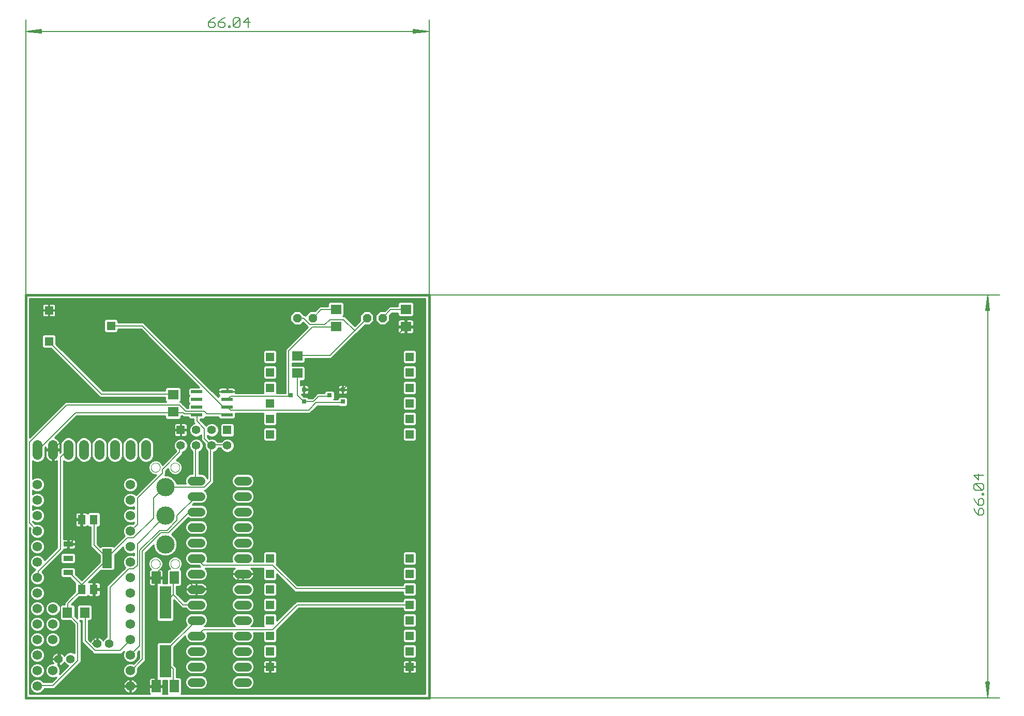
<source format=gtl>
G75*
%MOIN*%
%OFA0B0*%
%FSLAX25Y25*%
%IPPOS*%
%LPD*%
%AMOC8*
5,1,8,0,0,1.08239X$1,22.5*
%
%ADD10C,0.00512*%
%ADD11C,0.00600*%
%ADD12C,0.00000*%
%ADD13C,0.01600*%
%ADD14C,0.05600*%
%ADD15R,0.05118X0.06299*%
%ADD16OC8,0.05600*%
%ADD17C,0.06400*%
%ADD18R,0.03000X0.03000*%
%ADD19R,0.07098X0.06299*%
%ADD20C,0.06200*%
%ADD21R,0.05550X0.05550*%
%ADD22C,0.05550*%
%ADD23C,0.05600*%
%ADD24R,0.06400X0.03500*%
%ADD25R,0.06400X0.12500*%
%ADD26R,0.07800X0.02200*%
%ADD27R,0.06299X0.07098*%
%ADD28R,0.07600X0.21000*%
%ADD29R,0.05906X0.07874*%
%ADD30C,0.11811*%
%ADD31C,0.00800*%
%ADD32C,0.01000*%
D10*
X0019993Y0048933D02*
X0647670Y0048933D01*
X0639993Y0049189D02*
X0641017Y0059169D01*
X0641250Y0059169D02*
X0639993Y0049189D01*
X0638969Y0059169D01*
X0638736Y0059169D02*
X0641250Y0059169D01*
X0640505Y0059169D02*
X0639993Y0049189D01*
X0639481Y0059169D01*
X0638736Y0059169D02*
X0639993Y0049189D01*
X0639993Y0308677D01*
X0641017Y0298697D01*
X0641250Y0298697D02*
X0639993Y0308677D01*
X0638969Y0298697D01*
X0638736Y0298697D02*
X0641250Y0298697D01*
X0640505Y0298697D02*
X0639993Y0308677D01*
X0639481Y0298697D01*
X0638736Y0298697D02*
X0639993Y0308677D01*
X0647670Y0308933D02*
X0019993Y0308933D01*
X0030229Y0477676D02*
X0020249Y0478933D01*
X0030229Y0477909D01*
X0030229Y0477676D02*
X0030229Y0480190D01*
X0020249Y0478933D01*
X0030229Y0479957D01*
X0030229Y0479445D02*
X0020249Y0478933D01*
X0030229Y0478421D01*
X0020249Y0478933D02*
X0279737Y0478933D01*
X0269757Y0477909D01*
X0269757Y0477676D02*
X0279737Y0478933D01*
X0269757Y0479957D01*
X0269757Y0480190D02*
X0269757Y0477676D01*
X0269757Y0478421D02*
X0279737Y0478933D01*
X0269757Y0479445D01*
X0269757Y0480190D02*
X0279737Y0478933D01*
X0279993Y0486610D02*
X0279993Y0048933D01*
X0019993Y0048933D02*
X0019993Y0486610D01*
D11*
X0137818Y0484698D02*
X0139953Y0486833D01*
X0142088Y0487900D01*
X0141021Y0484698D02*
X0137818Y0484698D01*
X0137818Y0482562D01*
X0138885Y0481495D01*
X0141021Y0481495D01*
X0142088Y0482562D01*
X0142088Y0483630D01*
X0141021Y0484698D01*
X0144263Y0484698D02*
X0146399Y0486833D01*
X0148534Y0487900D01*
X0147466Y0484698D02*
X0144263Y0484698D01*
X0144263Y0482562D01*
X0145331Y0481495D01*
X0147466Y0481495D01*
X0148534Y0482562D01*
X0148534Y0483630D01*
X0147466Y0484698D01*
X0150709Y0482562D02*
X0150709Y0481495D01*
X0151776Y0481495D01*
X0151776Y0482562D01*
X0150709Y0482562D01*
X0153932Y0482562D02*
X0158202Y0486833D01*
X0158202Y0482562D01*
X0157134Y0481495D01*
X0154999Y0481495D01*
X0153932Y0482562D01*
X0153932Y0486833D01*
X0154999Y0487900D01*
X0157134Y0487900D01*
X0158202Y0486833D01*
X0160377Y0484698D02*
X0164647Y0484698D01*
X0163580Y0487900D02*
X0163580Y0481495D01*
X0160377Y0484698D02*
X0163580Y0487900D01*
X0631026Y0192520D02*
X0634228Y0189317D01*
X0634228Y0193587D01*
X0631026Y0192520D02*
X0637431Y0192520D01*
X0636364Y0187142D02*
X0632093Y0187142D01*
X0636364Y0182872D01*
X0637431Y0183939D01*
X0637431Y0186074D01*
X0636364Y0187142D01*
X0636364Y0182872D02*
X0632093Y0182872D01*
X0631026Y0183939D01*
X0631026Y0186074D01*
X0632093Y0187142D01*
X0636364Y0180716D02*
X0637431Y0180716D01*
X0637431Y0179649D01*
X0636364Y0179649D01*
X0636364Y0180716D01*
X0636364Y0177474D02*
X0635296Y0177474D01*
X0634228Y0176406D01*
X0634228Y0173203D01*
X0636364Y0173203D01*
X0637431Y0174271D01*
X0637431Y0176406D01*
X0636364Y0177474D01*
X0632093Y0175339D02*
X0634228Y0173203D01*
X0635296Y0171028D02*
X0634228Y0169961D01*
X0634228Y0166758D01*
X0636364Y0166758D01*
X0637431Y0167825D01*
X0637431Y0169961D01*
X0636364Y0171028D01*
X0635296Y0171028D01*
X0632093Y0168893D02*
X0634228Y0166758D01*
X0632093Y0168893D02*
X0631026Y0171028D01*
X0632093Y0175339D02*
X0631026Y0177474D01*
D12*
X0413694Y0048933D02*
X0279993Y0048933D01*
X0113340Y0135333D02*
X0113342Y0135441D01*
X0113348Y0135550D01*
X0113358Y0135658D01*
X0113372Y0135765D01*
X0113390Y0135872D01*
X0113411Y0135979D01*
X0113437Y0136084D01*
X0113467Y0136189D01*
X0113500Y0136292D01*
X0113537Y0136394D01*
X0113578Y0136494D01*
X0113622Y0136593D01*
X0113671Y0136691D01*
X0113722Y0136786D01*
X0113777Y0136879D01*
X0113836Y0136971D01*
X0113898Y0137060D01*
X0113963Y0137147D01*
X0114031Y0137231D01*
X0114102Y0137313D01*
X0114176Y0137392D01*
X0114253Y0137468D01*
X0114333Y0137542D01*
X0114416Y0137612D01*
X0114501Y0137680D01*
X0114588Y0137744D01*
X0114678Y0137805D01*
X0114770Y0137863D01*
X0114864Y0137917D01*
X0114960Y0137968D01*
X0115057Y0138015D01*
X0115157Y0138059D01*
X0115258Y0138099D01*
X0115360Y0138135D01*
X0115463Y0138167D01*
X0115568Y0138196D01*
X0115674Y0138220D01*
X0115780Y0138241D01*
X0115887Y0138258D01*
X0115995Y0138271D01*
X0116103Y0138280D01*
X0116212Y0138285D01*
X0116320Y0138286D01*
X0116429Y0138283D01*
X0116537Y0138276D01*
X0116645Y0138265D01*
X0116752Y0138250D01*
X0116859Y0138231D01*
X0116965Y0138208D01*
X0117070Y0138182D01*
X0117175Y0138151D01*
X0117277Y0138117D01*
X0117379Y0138079D01*
X0117479Y0138037D01*
X0117578Y0137992D01*
X0117675Y0137943D01*
X0117769Y0137890D01*
X0117862Y0137834D01*
X0117953Y0137775D01*
X0118042Y0137712D01*
X0118128Y0137647D01*
X0118212Y0137578D01*
X0118293Y0137506D01*
X0118371Y0137431D01*
X0118447Y0137353D01*
X0118520Y0137272D01*
X0118590Y0137189D01*
X0118656Y0137104D01*
X0118720Y0137016D01*
X0118780Y0136925D01*
X0118837Y0136833D01*
X0118890Y0136738D01*
X0118940Y0136642D01*
X0118986Y0136544D01*
X0119029Y0136444D01*
X0119068Y0136343D01*
X0119103Y0136240D01*
X0119135Y0136137D01*
X0119162Y0136032D01*
X0119186Y0135926D01*
X0119206Y0135819D01*
X0119222Y0135712D01*
X0119234Y0135604D01*
X0119242Y0135496D01*
X0119246Y0135387D01*
X0119246Y0135279D01*
X0119242Y0135170D01*
X0119234Y0135062D01*
X0119222Y0134954D01*
X0119206Y0134847D01*
X0119186Y0134740D01*
X0119162Y0134634D01*
X0119135Y0134529D01*
X0119103Y0134426D01*
X0119068Y0134323D01*
X0119029Y0134222D01*
X0118986Y0134122D01*
X0118940Y0134024D01*
X0118890Y0133928D01*
X0118837Y0133833D01*
X0118780Y0133741D01*
X0118720Y0133650D01*
X0118656Y0133562D01*
X0118590Y0133477D01*
X0118520Y0133394D01*
X0118447Y0133313D01*
X0118371Y0133235D01*
X0118293Y0133160D01*
X0118212Y0133088D01*
X0118128Y0133019D01*
X0118042Y0132954D01*
X0117953Y0132891D01*
X0117862Y0132832D01*
X0117770Y0132776D01*
X0117675Y0132723D01*
X0117578Y0132674D01*
X0117479Y0132629D01*
X0117379Y0132587D01*
X0117277Y0132549D01*
X0117175Y0132515D01*
X0117070Y0132484D01*
X0116965Y0132458D01*
X0116859Y0132435D01*
X0116752Y0132416D01*
X0116645Y0132401D01*
X0116537Y0132390D01*
X0116429Y0132383D01*
X0116320Y0132380D01*
X0116212Y0132381D01*
X0116103Y0132386D01*
X0115995Y0132395D01*
X0115887Y0132408D01*
X0115780Y0132425D01*
X0115674Y0132446D01*
X0115568Y0132470D01*
X0115463Y0132499D01*
X0115360Y0132531D01*
X0115258Y0132567D01*
X0115157Y0132607D01*
X0115057Y0132651D01*
X0114960Y0132698D01*
X0114864Y0132749D01*
X0114770Y0132803D01*
X0114678Y0132861D01*
X0114588Y0132922D01*
X0114501Y0132986D01*
X0114416Y0133054D01*
X0114333Y0133124D01*
X0114253Y0133198D01*
X0114176Y0133274D01*
X0114102Y0133353D01*
X0114031Y0133435D01*
X0113963Y0133519D01*
X0113898Y0133606D01*
X0113836Y0133695D01*
X0113777Y0133787D01*
X0113722Y0133880D01*
X0113671Y0133975D01*
X0113622Y0134073D01*
X0113578Y0134172D01*
X0113537Y0134272D01*
X0113500Y0134374D01*
X0113467Y0134477D01*
X0113437Y0134582D01*
X0113411Y0134687D01*
X0113390Y0134794D01*
X0113372Y0134901D01*
X0113358Y0135008D01*
X0113348Y0135116D01*
X0113342Y0135225D01*
X0113340Y0135333D01*
X0100740Y0135333D02*
X0100742Y0135441D01*
X0100748Y0135550D01*
X0100758Y0135658D01*
X0100772Y0135765D01*
X0100790Y0135872D01*
X0100811Y0135979D01*
X0100837Y0136084D01*
X0100867Y0136189D01*
X0100900Y0136292D01*
X0100937Y0136394D01*
X0100978Y0136494D01*
X0101022Y0136593D01*
X0101071Y0136691D01*
X0101122Y0136786D01*
X0101177Y0136879D01*
X0101236Y0136971D01*
X0101298Y0137060D01*
X0101363Y0137147D01*
X0101431Y0137231D01*
X0101502Y0137313D01*
X0101576Y0137392D01*
X0101653Y0137468D01*
X0101733Y0137542D01*
X0101816Y0137612D01*
X0101901Y0137680D01*
X0101988Y0137744D01*
X0102078Y0137805D01*
X0102170Y0137863D01*
X0102264Y0137917D01*
X0102360Y0137968D01*
X0102457Y0138015D01*
X0102557Y0138059D01*
X0102658Y0138099D01*
X0102760Y0138135D01*
X0102863Y0138167D01*
X0102968Y0138196D01*
X0103074Y0138220D01*
X0103180Y0138241D01*
X0103287Y0138258D01*
X0103395Y0138271D01*
X0103503Y0138280D01*
X0103612Y0138285D01*
X0103720Y0138286D01*
X0103829Y0138283D01*
X0103937Y0138276D01*
X0104045Y0138265D01*
X0104152Y0138250D01*
X0104259Y0138231D01*
X0104365Y0138208D01*
X0104470Y0138182D01*
X0104575Y0138151D01*
X0104677Y0138117D01*
X0104779Y0138079D01*
X0104879Y0138037D01*
X0104978Y0137992D01*
X0105075Y0137943D01*
X0105169Y0137890D01*
X0105262Y0137834D01*
X0105353Y0137775D01*
X0105442Y0137712D01*
X0105528Y0137647D01*
X0105612Y0137578D01*
X0105693Y0137506D01*
X0105771Y0137431D01*
X0105847Y0137353D01*
X0105920Y0137272D01*
X0105990Y0137189D01*
X0106056Y0137104D01*
X0106120Y0137016D01*
X0106180Y0136925D01*
X0106237Y0136833D01*
X0106290Y0136738D01*
X0106340Y0136642D01*
X0106386Y0136544D01*
X0106429Y0136444D01*
X0106468Y0136343D01*
X0106503Y0136240D01*
X0106535Y0136137D01*
X0106562Y0136032D01*
X0106586Y0135926D01*
X0106606Y0135819D01*
X0106622Y0135712D01*
X0106634Y0135604D01*
X0106642Y0135496D01*
X0106646Y0135387D01*
X0106646Y0135279D01*
X0106642Y0135170D01*
X0106634Y0135062D01*
X0106622Y0134954D01*
X0106606Y0134847D01*
X0106586Y0134740D01*
X0106562Y0134634D01*
X0106535Y0134529D01*
X0106503Y0134426D01*
X0106468Y0134323D01*
X0106429Y0134222D01*
X0106386Y0134122D01*
X0106340Y0134024D01*
X0106290Y0133928D01*
X0106237Y0133833D01*
X0106180Y0133741D01*
X0106120Y0133650D01*
X0106056Y0133562D01*
X0105990Y0133477D01*
X0105920Y0133394D01*
X0105847Y0133313D01*
X0105771Y0133235D01*
X0105693Y0133160D01*
X0105612Y0133088D01*
X0105528Y0133019D01*
X0105442Y0132954D01*
X0105353Y0132891D01*
X0105262Y0132832D01*
X0105170Y0132776D01*
X0105075Y0132723D01*
X0104978Y0132674D01*
X0104879Y0132629D01*
X0104779Y0132587D01*
X0104677Y0132549D01*
X0104575Y0132515D01*
X0104470Y0132484D01*
X0104365Y0132458D01*
X0104259Y0132435D01*
X0104152Y0132416D01*
X0104045Y0132401D01*
X0103937Y0132390D01*
X0103829Y0132383D01*
X0103720Y0132380D01*
X0103612Y0132381D01*
X0103503Y0132386D01*
X0103395Y0132395D01*
X0103287Y0132408D01*
X0103180Y0132425D01*
X0103074Y0132446D01*
X0102968Y0132470D01*
X0102863Y0132499D01*
X0102760Y0132531D01*
X0102658Y0132567D01*
X0102557Y0132607D01*
X0102457Y0132651D01*
X0102360Y0132698D01*
X0102264Y0132749D01*
X0102170Y0132803D01*
X0102078Y0132861D01*
X0101988Y0132922D01*
X0101901Y0132986D01*
X0101816Y0133054D01*
X0101733Y0133124D01*
X0101653Y0133198D01*
X0101576Y0133274D01*
X0101502Y0133353D01*
X0101431Y0133435D01*
X0101363Y0133519D01*
X0101298Y0133606D01*
X0101236Y0133695D01*
X0101177Y0133787D01*
X0101122Y0133880D01*
X0101071Y0133975D01*
X0101022Y0134073D01*
X0100978Y0134172D01*
X0100937Y0134272D01*
X0100900Y0134374D01*
X0100867Y0134477D01*
X0100837Y0134582D01*
X0100811Y0134687D01*
X0100790Y0134794D01*
X0100772Y0134901D01*
X0100758Y0135008D01*
X0100748Y0135116D01*
X0100742Y0135225D01*
X0100740Y0135333D01*
X0100740Y0197533D02*
X0100742Y0197641D01*
X0100748Y0197750D01*
X0100758Y0197858D01*
X0100772Y0197965D01*
X0100790Y0198072D01*
X0100811Y0198179D01*
X0100837Y0198284D01*
X0100867Y0198389D01*
X0100900Y0198492D01*
X0100937Y0198594D01*
X0100978Y0198694D01*
X0101022Y0198793D01*
X0101071Y0198891D01*
X0101122Y0198986D01*
X0101177Y0199079D01*
X0101236Y0199171D01*
X0101298Y0199260D01*
X0101363Y0199347D01*
X0101431Y0199431D01*
X0101502Y0199513D01*
X0101576Y0199592D01*
X0101653Y0199668D01*
X0101733Y0199742D01*
X0101816Y0199812D01*
X0101901Y0199880D01*
X0101988Y0199944D01*
X0102078Y0200005D01*
X0102170Y0200063D01*
X0102264Y0200117D01*
X0102360Y0200168D01*
X0102457Y0200215D01*
X0102557Y0200259D01*
X0102658Y0200299D01*
X0102760Y0200335D01*
X0102863Y0200367D01*
X0102968Y0200396D01*
X0103074Y0200420D01*
X0103180Y0200441D01*
X0103287Y0200458D01*
X0103395Y0200471D01*
X0103503Y0200480D01*
X0103612Y0200485D01*
X0103720Y0200486D01*
X0103829Y0200483D01*
X0103937Y0200476D01*
X0104045Y0200465D01*
X0104152Y0200450D01*
X0104259Y0200431D01*
X0104365Y0200408D01*
X0104470Y0200382D01*
X0104575Y0200351D01*
X0104677Y0200317D01*
X0104779Y0200279D01*
X0104879Y0200237D01*
X0104978Y0200192D01*
X0105075Y0200143D01*
X0105169Y0200090D01*
X0105262Y0200034D01*
X0105353Y0199975D01*
X0105442Y0199912D01*
X0105528Y0199847D01*
X0105612Y0199778D01*
X0105693Y0199706D01*
X0105771Y0199631D01*
X0105847Y0199553D01*
X0105920Y0199472D01*
X0105990Y0199389D01*
X0106056Y0199304D01*
X0106120Y0199216D01*
X0106180Y0199125D01*
X0106237Y0199033D01*
X0106290Y0198938D01*
X0106340Y0198842D01*
X0106386Y0198744D01*
X0106429Y0198644D01*
X0106468Y0198543D01*
X0106503Y0198440D01*
X0106535Y0198337D01*
X0106562Y0198232D01*
X0106586Y0198126D01*
X0106606Y0198019D01*
X0106622Y0197912D01*
X0106634Y0197804D01*
X0106642Y0197696D01*
X0106646Y0197587D01*
X0106646Y0197479D01*
X0106642Y0197370D01*
X0106634Y0197262D01*
X0106622Y0197154D01*
X0106606Y0197047D01*
X0106586Y0196940D01*
X0106562Y0196834D01*
X0106535Y0196729D01*
X0106503Y0196626D01*
X0106468Y0196523D01*
X0106429Y0196422D01*
X0106386Y0196322D01*
X0106340Y0196224D01*
X0106290Y0196128D01*
X0106237Y0196033D01*
X0106180Y0195941D01*
X0106120Y0195850D01*
X0106056Y0195762D01*
X0105990Y0195677D01*
X0105920Y0195594D01*
X0105847Y0195513D01*
X0105771Y0195435D01*
X0105693Y0195360D01*
X0105612Y0195288D01*
X0105528Y0195219D01*
X0105442Y0195154D01*
X0105353Y0195091D01*
X0105262Y0195032D01*
X0105170Y0194976D01*
X0105075Y0194923D01*
X0104978Y0194874D01*
X0104879Y0194829D01*
X0104779Y0194787D01*
X0104677Y0194749D01*
X0104575Y0194715D01*
X0104470Y0194684D01*
X0104365Y0194658D01*
X0104259Y0194635D01*
X0104152Y0194616D01*
X0104045Y0194601D01*
X0103937Y0194590D01*
X0103829Y0194583D01*
X0103720Y0194580D01*
X0103612Y0194581D01*
X0103503Y0194586D01*
X0103395Y0194595D01*
X0103287Y0194608D01*
X0103180Y0194625D01*
X0103074Y0194646D01*
X0102968Y0194670D01*
X0102863Y0194699D01*
X0102760Y0194731D01*
X0102658Y0194767D01*
X0102557Y0194807D01*
X0102457Y0194851D01*
X0102360Y0194898D01*
X0102264Y0194949D01*
X0102170Y0195003D01*
X0102078Y0195061D01*
X0101988Y0195122D01*
X0101901Y0195186D01*
X0101816Y0195254D01*
X0101733Y0195324D01*
X0101653Y0195398D01*
X0101576Y0195474D01*
X0101502Y0195553D01*
X0101431Y0195635D01*
X0101363Y0195719D01*
X0101298Y0195806D01*
X0101236Y0195895D01*
X0101177Y0195987D01*
X0101122Y0196080D01*
X0101071Y0196175D01*
X0101022Y0196273D01*
X0100978Y0196372D01*
X0100937Y0196472D01*
X0100900Y0196574D01*
X0100867Y0196677D01*
X0100837Y0196782D01*
X0100811Y0196887D01*
X0100790Y0196994D01*
X0100772Y0197101D01*
X0100758Y0197208D01*
X0100748Y0197316D01*
X0100742Y0197425D01*
X0100740Y0197533D01*
X0113340Y0197533D02*
X0113342Y0197641D01*
X0113348Y0197750D01*
X0113358Y0197858D01*
X0113372Y0197965D01*
X0113390Y0198072D01*
X0113411Y0198179D01*
X0113437Y0198284D01*
X0113467Y0198389D01*
X0113500Y0198492D01*
X0113537Y0198594D01*
X0113578Y0198694D01*
X0113622Y0198793D01*
X0113671Y0198891D01*
X0113722Y0198986D01*
X0113777Y0199079D01*
X0113836Y0199171D01*
X0113898Y0199260D01*
X0113963Y0199347D01*
X0114031Y0199431D01*
X0114102Y0199513D01*
X0114176Y0199592D01*
X0114253Y0199668D01*
X0114333Y0199742D01*
X0114416Y0199812D01*
X0114501Y0199880D01*
X0114588Y0199944D01*
X0114678Y0200005D01*
X0114770Y0200063D01*
X0114864Y0200117D01*
X0114960Y0200168D01*
X0115057Y0200215D01*
X0115157Y0200259D01*
X0115258Y0200299D01*
X0115360Y0200335D01*
X0115463Y0200367D01*
X0115568Y0200396D01*
X0115674Y0200420D01*
X0115780Y0200441D01*
X0115887Y0200458D01*
X0115995Y0200471D01*
X0116103Y0200480D01*
X0116212Y0200485D01*
X0116320Y0200486D01*
X0116429Y0200483D01*
X0116537Y0200476D01*
X0116645Y0200465D01*
X0116752Y0200450D01*
X0116859Y0200431D01*
X0116965Y0200408D01*
X0117070Y0200382D01*
X0117175Y0200351D01*
X0117277Y0200317D01*
X0117379Y0200279D01*
X0117479Y0200237D01*
X0117578Y0200192D01*
X0117675Y0200143D01*
X0117769Y0200090D01*
X0117862Y0200034D01*
X0117953Y0199975D01*
X0118042Y0199912D01*
X0118128Y0199847D01*
X0118212Y0199778D01*
X0118293Y0199706D01*
X0118371Y0199631D01*
X0118447Y0199553D01*
X0118520Y0199472D01*
X0118590Y0199389D01*
X0118656Y0199304D01*
X0118720Y0199216D01*
X0118780Y0199125D01*
X0118837Y0199033D01*
X0118890Y0198938D01*
X0118940Y0198842D01*
X0118986Y0198744D01*
X0119029Y0198644D01*
X0119068Y0198543D01*
X0119103Y0198440D01*
X0119135Y0198337D01*
X0119162Y0198232D01*
X0119186Y0198126D01*
X0119206Y0198019D01*
X0119222Y0197912D01*
X0119234Y0197804D01*
X0119242Y0197696D01*
X0119246Y0197587D01*
X0119246Y0197479D01*
X0119242Y0197370D01*
X0119234Y0197262D01*
X0119222Y0197154D01*
X0119206Y0197047D01*
X0119186Y0196940D01*
X0119162Y0196834D01*
X0119135Y0196729D01*
X0119103Y0196626D01*
X0119068Y0196523D01*
X0119029Y0196422D01*
X0118986Y0196322D01*
X0118940Y0196224D01*
X0118890Y0196128D01*
X0118837Y0196033D01*
X0118780Y0195941D01*
X0118720Y0195850D01*
X0118656Y0195762D01*
X0118590Y0195677D01*
X0118520Y0195594D01*
X0118447Y0195513D01*
X0118371Y0195435D01*
X0118293Y0195360D01*
X0118212Y0195288D01*
X0118128Y0195219D01*
X0118042Y0195154D01*
X0117953Y0195091D01*
X0117862Y0195032D01*
X0117770Y0194976D01*
X0117675Y0194923D01*
X0117578Y0194874D01*
X0117479Y0194829D01*
X0117379Y0194787D01*
X0117277Y0194749D01*
X0117175Y0194715D01*
X0117070Y0194684D01*
X0116965Y0194658D01*
X0116859Y0194635D01*
X0116752Y0194616D01*
X0116645Y0194601D01*
X0116537Y0194590D01*
X0116429Y0194583D01*
X0116320Y0194580D01*
X0116212Y0194581D01*
X0116103Y0194586D01*
X0115995Y0194595D01*
X0115887Y0194608D01*
X0115780Y0194625D01*
X0115674Y0194646D01*
X0115568Y0194670D01*
X0115463Y0194699D01*
X0115360Y0194731D01*
X0115258Y0194767D01*
X0115157Y0194807D01*
X0115057Y0194851D01*
X0114960Y0194898D01*
X0114864Y0194949D01*
X0114770Y0195003D01*
X0114678Y0195061D01*
X0114588Y0195122D01*
X0114501Y0195186D01*
X0114416Y0195254D01*
X0114333Y0195324D01*
X0114253Y0195398D01*
X0114176Y0195474D01*
X0114102Y0195553D01*
X0114031Y0195635D01*
X0113963Y0195719D01*
X0113898Y0195806D01*
X0113836Y0195895D01*
X0113777Y0195987D01*
X0113722Y0196080D01*
X0113671Y0196175D01*
X0113622Y0196273D01*
X0113578Y0196372D01*
X0113537Y0196472D01*
X0113500Y0196574D01*
X0113467Y0196677D01*
X0113437Y0196782D01*
X0113411Y0196887D01*
X0113390Y0196994D01*
X0113372Y0197101D01*
X0113358Y0197208D01*
X0113348Y0197316D01*
X0113342Y0197425D01*
X0113340Y0197533D01*
D13*
X0019993Y0308933D02*
X0019993Y0048933D01*
X0279993Y0048933D01*
X0279993Y0308933D01*
X0019993Y0308933D01*
D14*
X0066056Y0083933D03*
X0073930Y0083933D03*
X0048930Y0073933D03*
X0041056Y0073933D03*
D15*
X0056056Y0118933D03*
X0063930Y0118933D03*
X0063930Y0163933D03*
X0056056Y0163933D03*
D16*
X0194993Y0293933D03*
X0204993Y0293933D03*
X0239993Y0293933D03*
X0249993Y0293933D03*
D17*
X0097493Y0212133D02*
X0097493Y0205733D01*
X0087493Y0205733D02*
X0087493Y0212133D01*
X0077493Y0212133D02*
X0077493Y0205733D01*
X0067493Y0205733D02*
X0067493Y0212133D01*
X0057493Y0212133D02*
X0057493Y0205733D01*
X0047493Y0205733D02*
X0047493Y0212133D01*
X0037493Y0212133D02*
X0037493Y0205733D01*
X0027493Y0205733D02*
X0027493Y0212133D01*
D18*
X0190793Y0244033D03*
X0199329Y0247633D03*
X0199329Y0240078D03*
X0215793Y0244033D03*
X0224329Y0247633D03*
X0224329Y0240078D03*
D19*
X0194993Y0258335D03*
X0194993Y0269531D03*
X0219993Y0288335D03*
X0219993Y0299531D03*
X0264993Y0299531D03*
X0264993Y0288335D03*
X0114993Y0244531D03*
X0114993Y0233335D03*
D20*
X0087493Y0186433D03*
X0087493Y0176433D03*
X0087493Y0166433D03*
X0087493Y0156433D03*
X0087493Y0146433D03*
X0087493Y0136433D03*
X0087493Y0126433D03*
X0087493Y0116433D03*
X0087493Y0106433D03*
X0087493Y0096433D03*
X0087493Y0086433D03*
X0087493Y0076433D03*
X0087493Y0066433D03*
X0087493Y0056433D03*
X0037493Y0066433D03*
X0027493Y0066433D03*
X0027493Y0056433D03*
X0027493Y0076433D03*
X0027493Y0086433D03*
X0037493Y0086433D03*
X0037493Y0096433D03*
X0027493Y0096433D03*
X0027493Y0106433D03*
X0037493Y0106433D03*
X0027493Y0116433D03*
X0027493Y0126433D03*
X0027493Y0136433D03*
X0027493Y0146433D03*
X0027493Y0156433D03*
X0027493Y0166433D03*
X0027493Y0176433D03*
X0027493Y0186433D03*
D21*
X0119934Y0221738D03*
X0149934Y0221738D03*
X0177493Y0218933D03*
X0177493Y0228933D03*
X0177493Y0238933D03*
X0177493Y0248933D03*
X0177493Y0258933D03*
X0177493Y0268933D03*
X0267493Y0268933D03*
X0267493Y0258933D03*
X0267493Y0248933D03*
X0267493Y0238933D03*
X0267493Y0228933D03*
X0267493Y0218933D03*
X0267493Y0138933D03*
X0267493Y0128933D03*
X0267493Y0118933D03*
X0267493Y0108933D03*
X0267493Y0098933D03*
X0267493Y0088933D03*
X0267493Y0078933D03*
X0267493Y0068933D03*
X0177493Y0068933D03*
X0177493Y0078933D03*
X0177493Y0088933D03*
X0177493Y0098933D03*
X0177493Y0108933D03*
X0177493Y0118933D03*
X0177493Y0128933D03*
X0177493Y0138933D03*
X0034993Y0278933D03*
X0034993Y0298933D03*
X0074993Y0288933D03*
D22*
X0129934Y0221738D03*
X0139934Y0221738D03*
X0139934Y0211738D03*
X0129934Y0211738D03*
X0119934Y0211738D03*
X0149934Y0211738D03*
D23*
X0157193Y0188933D02*
X0162793Y0188933D01*
X0162793Y0178933D02*
X0157193Y0178933D01*
X0157193Y0168933D02*
X0162793Y0168933D01*
X0162793Y0158933D02*
X0157193Y0158933D01*
X0157193Y0148933D02*
X0162793Y0148933D01*
X0162793Y0138933D02*
X0157193Y0138933D01*
X0157193Y0128933D02*
X0162793Y0128933D01*
X0162793Y0118933D02*
X0157193Y0118933D01*
X0157193Y0108933D02*
X0162793Y0108933D01*
X0162793Y0098933D02*
X0157193Y0098933D01*
X0157193Y0088933D02*
X0162793Y0088933D01*
X0162793Y0078933D02*
X0157193Y0078933D01*
X0157193Y0068933D02*
X0162793Y0068933D01*
X0162793Y0058933D02*
X0157193Y0058933D01*
X0132793Y0058933D02*
X0127193Y0058933D01*
X0127193Y0068933D02*
X0132793Y0068933D01*
X0132793Y0078933D02*
X0127193Y0078933D01*
X0127193Y0088933D02*
X0132793Y0088933D01*
X0132793Y0098933D02*
X0127193Y0098933D01*
X0127193Y0108933D02*
X0132793Y0108933D01*
X0132793Y0118933D02*
X0127193Y0118933D01*
X0127193Y0128933D02*
X0132793Y0128933D01*
X0132793Y0138933D02*
X0127193Y0138933D01*
X0127193Y0148933D02*
X0132793Y0148933D01*
X0132793Y0158933D02*
X0127193Y0158933D01*
X0127193Y0168933D02*
X0132793Y0168933D01*
X0132793Y0178933D02*
X0127193Y0178933D01*
X0127193Y0188933D02*
X0132793Y0188933D01*
D24*
X0047393Y0148033D03*
X0047393Y0138933D03*
X0047393Y0129833D03*
D25*
X0072593Y0138933D03*
D26*
X0130293Y0231433D03*
X0130293Y0236433D03*
X0130293Y0241433D03*
X0130293Y0246433D03*
X0149693Y0246433D03*
X0149693Y0241433D03*
X0149693Y0236433D03*
X0149693Y0231433D03*
D27*
X0058091Y0103933D03*
X0046895Y0103933D03*
D28*
X0109993Y0110433D03*
X0109993Y0072433D03*
D29*
X0104087Y0056433D03*
X0115899Y0056433D03*
X0115899Y0126433D03*
X0104087Y0126433D03*
D30*
X0109993Y0147933D03*
X0109993Y0166433D03*
X0109993Y0184933D03*
D31*
X0109593Y0184933D01*
X0102393Y0177733D01*
X0102393Y0164933D01*
X0089593Y0152133D01*
X0085593Y0152133D01*
X0072793Y0139333D01*
X0072593Y0138933D01*
X0072793Y0138533D01*
X0055993Y0121733D01*
X0056056Y0118933D01*
X0055993Y0118533D01*
X0047193Y0109733D01*
X0047193Y0104133D01*
X0046895Y0103933D01*
X0047193Y0103333D01*
X0053593Y0096933D01*
X0053593Y0072933D01*
X0037593Y0056933D01*
X0027993Y0056933D01*
X0027493Y0056433D01*
X0041056Y0073933D02*
X0041593Y0074533D01*
X0042393Y0075333D01*
X0042393Y0140933D01*
X0047193Y0145733D01*
X0047193Y0147333D01*
X0047393Y0148033D01*
X0047993Y0148133D01*
X0055993Y0156133D01*
X0055993Y0163333D01*
X0056056Y0163933D01*
X0055993Y0164133D01*
X0055993Y0200933D01*
X0052793Y0204133D01*
X0052793Y0221733D01*
X0119193Y0221733D01*
X0119934Y0221738D01*
X0119934Y0211738D02*
X0119193Y0211333D01*
X0119193Y0207333D01*
X0107993Y0196133D01*
X0107993Y0193733D01*
X0091993Y0177733D01*
X0091993Y0160933D01*
X0087493Y0156433D01*
X0091993Y0148133D02*
X0109593Y0165733D01*
X0109993Y0166433D01*
X0117593Y0166533D02*
X0117593Y0163333D01*
X0111193Y0156933D01*
X0106393Y0156933D01*
X0093593Y0144133D01*
X0093593Y0082533D01*
X0087493Y0076433D01*
X0080793Y0079333D02*
X0087193Y0085733D01*
X0087493Y0086433D01*
X0080793Y0079333D02*
X0064793Y0079333D01*
X0058393Y0085733D01*
X0058393Y0103333D01*
X0058091Y0103933D01*
X0056056Y0118933D02*
X0055993Y0119333D01*
X0055993Y0121733D01*
X0047993Y0129733D01*
X0047393Y0129833D01*
X0063930Y0118933D02*
X0063993Y0118533D01*
X0063993Y0085733D01*
X0065593Y0084133D01*
X0066056Y0083933D01*
X0073930Y0083933D02*
X0074393Y0084133D01*
X0074393Y0120133D01*
X0086393Y0132133D01*
X0089593Y0132133D01*
X0091993Y0134533D01*
X0091993Y0148133D01*
X0095193Y0143333D02*
X0095193Y0073733D01*
X0087993Y0066533D01*
X0087493Y0066433D01*
X0087493Y0056433D02*
X0087993Y0056133D01*
X0103993Y0056133D01*
X0104087Y0056433D01*
X0103993Y0056933D01*
X0103993Y0125733D01*
X0104087Y0126433D01*
X0104793Y0126533D01*
X0104793Y0129733D01*
X0111993Y0136933D01*
X0111993Y0137733D01*
X0114393Y0140133D01*
X0118393Y0140133D01*
X0123193Y0135333D01*
X0123193Y0125733D01*
X0129993Y0118933D01*
X0130393Y0119333D01*
X0150393Y0119333D01*
X0159993Y0128933D01*
X0179193Y0134533D02*
X0134393Y0134533D01*
X0129993Y0138933D01*
X0115899Y0126433D02*
X0115193Y0125733D01*
X0115193Y0115333D01*
X0121593Y0108933D01*
X0129993Y0108933D01*
X0129993Y0098933D02*
X0110393Y0079333D01*
X0110393Y0072933D01*
X0109993Y0072433D01*
X0110393Y0072133D01*
X0115193Y0067333D01*
X0115193Y0056933D01*
X0115899Y0056433D01*
X0129993Y0088933D02*
X0130393Y0088933D01*
X0134393Y0092933D01*
X0179193Y0092933D01*
X0195193Y0108933D01*
X0267493Y0108933D01*
X0267493Y0118933D02*
X0267193Y0119333D01*
X0194393Y0119333D01*
X0179193Y0134533D01*
X0129993Y0168933D02*
X0125593Y0168933D01*
X0111993Y0155333D01*
X0107193Y0155333D01*
X0095193Y0143333D01*
X0072593Y0138933D02*
X0071993Y0139333D01*
X0063993Y0147333D01*
X0063993Y0163333D01*
X0063930Y0163933D01*
X0042393Y0144933D02*
X0042393Y0204133D01*
X0047193Y0208933D01*
X0047493Y0208933D01*
X0037593Y0208933D02*
X0037493Y0208933D01*
X0037593Y0208933D02*
X0050393Y0221733D01*
X0052793Y0221733D01*
X0051993Y0232933D02*
X0114393Y0232933D01*
X0114993Y0233335D01*
X0115193Y0232933D01*
X0121593Y0232933D01*
X0122393Y0232133D01*
X0129593Y0232133D01*
X0130293Y0231433D01*
X0130393Y0231333D01*
X0130393Y0227333D01*
X0135193Y0222533D01*
X0135193Y0216133D01*
X0139193Y0212133D01*
X0139934Y0211738D01*
X0139193Y0211333D01*
X0139193Y0188933D01*
X0135193Y0184933D01*
X0109993Y0184933D01*
X0129593Y0188933D02*
X0129993Y0188933D01*
X0129593Y0188933D02*
X0129593Y0211333D01*
X0129934Y0211738D01*
X0139934Y0211738D02*
X0139993Y0212133D01*
X0149593Y0212133D01*
X0149934Y0211738D01*
X0149693Y0231433D02*
X0149593Y0232133D01*
X0136793Y0232133D01*
X0135193Y0233733D01*
X0123193Y0233733D01*
X0119193Y0237733D01*
X0046393Y0237733D01*
X0022393Y0213733D01*
X0022393Y0161733D01*
X0027193Y0156933D01*
X0027493Y0156433D01*
X0042393Y0144933D02*
X0027993Y0130533D01*
X0027993Y0126533D01*
X0027493Y0126433D01*
X0109993Y0110433D02*
X0110393Y0110533D01*
X0115193Y0115333D01*
X0117593Y0166533D02*
X0129993Y0178933D01*
X0151993Y0234533D02*
X0150393Y0236133D01*
X0149693Y0236433D01*
X0149593Y0236933D01*
X0147193Y0236933D01*
X0095193Y0288933D01*
X0074993Y0288933D01*
X0087993Y0298533D02*
X0035193Y0298533D01*
X0034993Y0298933D01*
X0034993Y0278933D02*
X0035193Y0278533D01*
X0068793Y0244933D01*
X0114393Y0244933D01*
X0114993Y0244531D01*
X0139993Y0246533D02*
X0087993Y0298533D01*
X0139993Y0246533D02*
X0149593Y0246533D01*
X0149693Y0246433D01*
X0150393Y0246533D01*
X0150393Y0255333D01*
X0199193Y0304133D01*
X0235993Y0304133D01*
X0243993Y0296133D01*
X0243993Y0292933D01*
X0256793Y0280133D01*
X0264793Y0288133D01*
X0264993Y0288335D01*
X0264793Y0299333D02*
X0255193Y0299333D01*
X0250393Y0294533D01*
X0249993Y0293933D01*
X0239993Y0293933D02*
X0239993Y0293733D01*
X0231993Y0285733D01*
X0224793Y0292933D01*
X0215993Y0292933D01*
X0212793Y0289733D01*
X0203193Y0289733D01*
X0199193Y0293733D01*
X0195193Y0293733D01*
X0194993Y0293933D01*
X0204993Y0293933D02*
X0210393Y0299333D01*
X0219993Y0299333D01*
X0219993Y0299531D01*
X0219993Y0288335D02*
X0219993Y0288133D01*
X0204793Y0288133D01*
X0189593Y0272933D01*
X0189593Y0243333D01*
X0190793Y0244033D01*
X0190393Y0243333D01*
X0189593Y0243333D01*
X0151993Y0243333D01*
X0150393Y0241733D01*
X0149693Y0241433D01*
X0151993Y0234533D02*
X0202393Y0234533D01*
X0207193Y0239333D01*
X0223993Y0239333D01*
X0224329Y0240078D01*
X0215793Y0244033D02*
X0215193Y0243333D01*
X0208793Y0243333D01*
X0205593Y0240133D01*
X0199993Y0240133D01*
X0199329Y0240078D01*
X0199193Y0240133D01*
X0195193Y0244133D01*
X0195193Y0257733D01*
X0194993Y0258335D01*
X0194993Y0269531D02*
X0195193Y0269733D01*
X0215993Y0269733D01*
X0231993Y0285733D01*
X0256793Y0280133D02*
X0224793Y0248133D01*
X0224329Y0247633D01*
X0223993Y0248133D01*
X0199993Y0248133D01*
X0199329Y0247633D01*
X0264793Y0299333D02*
X0264993Y0299531D01*
X0051993Y0232933D02*
X0027993Y0208933D01*
X0027493Y0208933D01*
D32*
X0032393Y0208695D02*
X0036993Y0208695D01*
X0036993Y0208433D02*
X0032793Y0208433D01*
X0032793Y0205363D01*
X0032909Y0204632D01*
X0033137Y0203929D01*
X0033473Y0203270D01*
X0033908Y0202671D01*
X0034431Y0202148D01*
X0035030Y0201713D01*
X0035689Y0201377D01*
X0036392Y0201149D01*
X0036993Y0201054D01*
X0036993Y0208433D01*
X0037993Y0208433D01*
X0037993Y0201054D01*
X0038594Y0201149D01*
X0039297Y0201377D01*
X0039956Y0201713D01*
X0040293Y0201958D01*
X0040293Y0145803D01*
X0032171Y0137681D01*
X0031562Y0139152D01*
X0030212Y0140502D01*
X0028448Y0141233D01*
X0026538Y0141233D01*
X0024774Y0140502D01*
X0023424Y0139152D01*
X0022693Y0137388D01*
X0022693Y0135478D01*
X0023424Y0133714D01*
X0024774Y0132364D01*
X0026245Y0131755D01*
X0025893Y0131403D01*
X0025893Y0130966D01*
X0024774Y0130502D01*
X0023424Y0129152D01*
X0022693Y0127388D01*
X0022693Y0125478D01*
X0023424Y0123714D01*
X0024774Y0122364D01*
X0026538Y0121633D01*
X0028448Y0121633D01*
X0030212Y0122364D01*
X0031562Y0123714D01*
X0032293Y0125478D01*
X0032293Y0127388D01*
X0031562Y0129152D01*
X0030572Y0130142D01*
X0043263Y0142833D01*
X0044493Y0144063D01*
X0044493Y0144783D01*
X0047018Y0144783D01*
X0047018Y0147658D01*
X0047768Y0147658D01*
X0047768Y0144783D01*
X0050790Y0144783D01*
X0051172Y0144885D01*
X0051514Y0145083D01*
X0051793Y0145362D01*
X0051991Y0145704D01*
X0052093Y0146086D01*
X0052093Y0147658D01*
X0047768Y0147658D01*
X0047768Y0148408D01*
X0052093Y0148408D01*
X0052093Y0149981D01*
X0051991Y0150362D01*
X0051793Y0150704D01*
X0051514Y0150983D01*
X0051172Y0151181D01*
X0050790Y0151283D01*
X0047768Y0151283D01*
X0047768Y0148408D01*
X0047018Y0148408D01*
X0047018Y0151283D01*
X0044493Y0151283D01*
X0044493Y0201803D01*
X0044717Y0201579D01*
X0046518Y0200833D01*
X0048468Y0200833D01*
X0050269Y0201579D01*
X0051647Y0202957D01*
X0052393Y0204758D01*
X0052393Y0213108D01*
X0051647Y0214909D01*
X0050269Y0216287D01*
X0048468Y0217033D01*
X0046518Y0217033D01*
X0044717Y0216287D01*
X0043339Y0214909D01*
X0042593Y0213108D01*
X0042593Y0207303D01*
X0042193Y0206903D01*
X0042193Y0208433D01*
X0037993Y0208433D01*
X0037993Y0209433D01*
X0042193Y0209433D01*
X0042193Y0212503D01*
X0042077Y0213234D01*
X0041849Y0213937D01*
X0041513Y0214596D01*
X0041078Y0215195D01*
X0040555Y0215718D01*
X0039956Y0216153D01*
X0039297Y0216489D01*
X0038709Y0216680D01*
X0052863Y0230833D01*
X0109744Y0230833D01*
X0109744Y0229481D01*
X0110740Y0228485D01*
X0119246Y0228485D01*
X0120242Y0229481D01*
X0120242Y0230833D01*
X0120723Y0230833D01*
X0121523Y0230033D01*
X0124693Y0230033D01*
X0124693Y0229629D01*
X0125689Y0228633D01*
X0128293Y0228633D01*
X0128293Y0226463D01*
X0128690Y0226066D01*
X0127399Y0225532D01*
X0126140Y0224273D01*
X0125459Y0222628D01*
X0125459Y0220848D01*
X0126140Y0219203D01*
X0127399Y0217945D01*
X0129044Y0217263D01*
X0130824Y0217263D01*
X0132469Y0217945D01*
X0133093Y0218569D01*
X0133093Y0215263D01*
X0135538Y0212818D01*
X0135459Y0212628D01*
X0135459Y0210848D01*
X0136140Y0209203D01*
X0137093Y0208251D01*
X0137093Y0190311D01*
X0136608Y0191482D01*
X0135342Y0192748D01*
X0133688Y0193433D01*
X0131693Y0193433D01*
X0131693Y0207623D01*
X0132469Y0207945D01*
X0133727Y0209203D01*
X0134409Y0210848D01*
X0134409Y0212628D01*
X0133727Y0214273D01*
X0132469Y0215532D01*
X0130824Y0216213D01*
X0129044Y0216213D01*
X0127399Y0215532D01*
X0126140Y0214273D01*
X0125459Y0212628D01*
X0125459Y0210848D01*
X0126140Y0209203D01*
X0127399Y0207945D01*
X0127493Y0207906D01*
X0127493Y0193433D01*
X0126298Y0193433D01*
X0124644Y0192748D01*
X0123378Y0191482D01*
X0122693Y0189828D01*
X0122693Y0188038D01*
X0123109Y0187033D01*
X0117355Y0187033D01*
X0116441Y0189241D01*
X0114301Y0191381D01*
X0111506Y0192539D01*
X0109768Y0192539D01*
X0110093Y0192863D01*
X0110093Y0195263D01*
X0111640Y0196810D01*
X0111640Y0196608D01*
X0112349Y0194897D01*
X0113657Y0193589D01*
X0115367Y0192880D01*
X0117218Y0192880D01*
X0118929Y0193589D01*
X0120237Y0194897D01*
X0120946Y0196608D01*
X0120946Y0198459D01*
X0120237Y0200169D01*
X0118929Y0201477D01*
X0117218Y0202186D01*
X0117016Y0202186D01*
X0121293Y0206463D01*
X0121293Y0207458D01*
X0122469Y0207945D01*
X0123727Y0209203D01*
X0124409Y0210848D01*
X0124409Y0212628D01*
X0123727Y0214273D01*
X0122469Y0215532D01*
X0120824Y0216213D01*
X0119044Y0216213D01*
X0117399Y0215532D01*
X0116140Y0214273D01*
X0115459Y0212628D01*
X0115459Y0210848D01*
X0116140Y0209203D01*
X0117093Y0208251D01*
X0117093Y0208203D01*
X0108054Y0199164D01*
X0107637Y0200169D01*
X0106329Y0201477D01*
X0104618Y0202186D01*
X0102767Y0202186D01*
X0101057Y0201477D01*
X0099749Y0200169D01*
X0099040Y0198459D01*
X0099040Y0196608D01*
X0099749Y0194897D01*
X0101057Y0193589D01*
X0102767Y0192880D01*
X0104170Y0192880D01*
X0091123Y0179833D01*
X0091002Y0179712D01*
X0090212Y0180502D01*
X0088448Y0181233D01*
X0086538Y0181233D01*
X0084774Y0180502D01*
X0083424Y0179152D01*
X0082693Y0177388D01*
X0082693Y0175478D01*
X0083424Y0173714D01*
X0084774Y0172364D01*
X0086538Y0171633D01*
X0088448Y0171633D01*
X0089893Y0172232D01*
X0089893Y0170634D01*
X0088448Y0171233D01*
X0086538Y0171233D01*
X0084774Y0170502D01*
X0083424Y0169152D01*
X0082693Y0167388D01*
X0082693Y0165478D01*
X0083424Y0163714D01*
X0084774Y0162364D01*
X0086538Y0161633D01*
X0088448Y0161633D01*
X0089893Y0162232D01*
X0089893Y0161803D01*
X0089067Y0160977D01*
X0088448Y0161233D01*
X0086538Y0161233D01*
X0084774Y0160502D01*
X0083424Y0159152D01*
X0082693Y0157388D01*
X0082693Y0155478D01*
X0083424Y0153714D01*
X0083814Y0153324D01*
X0083493Y0153003D01*
X0076935Y0146445D01*
X0076497Y0146883D01*
X0068689Y0146883D01*
X0068051Y0146245D01*
X0066093Y0148203D01*
X0066093Y0159083D01*
X0067193Y0159083D01*
X0068189Y0160079D01*
X0068189Y0167787D01*
X0067193Y0168783D01*
X0060667Y0168783D01*
X0059842Y0167958D01*
X0059815Y0168004D01*
X0059536Y0168283D01*
X0059194Y0168480D01*
X0058813Y0168583D01*
X0056556Y0168583D01*
X0056556Y0164433D01*
X0055556Y0164433D01*
X0055556Y0163433D01*
X0056556Y0163433D01*
X0056556Y0159283D01*
X0058813Y0159283D01*
X0059194Y0159386D01*
X0059536Y0159583D01*
X0059815Y0159862D01*
X0059842Y0159908D01*
X0060667Y0159083D01*
X0061893Y0159083D01*
X0061893Y0146463D01*
X0067693Y0140663D01*
X0067693Y0136403D01*
X0055993Y0124703D01*
X0052293Y0128403D01*
X0052293Y0132287D01*
X0051297Y0133283D01*
X0043489Y0133283D01*
X0042493Y0132287D01*
X0042493Y0127379D01*
X0043489Y0126383D01*
X0048373Y0126383D01*
X0051883Y0122873D01*
X0051797Y0122787D01*
X0051797Y0117307D01*
X0046323Y0111833D01*
X0045093Y0110603D01*
X0045093Y0109182D01*
X0043041Y0109182D01*
X0042045Y0108186D01*
X0042045Y0107987D01*
X0041562Y0109152D01*
X0040212Y0110502D01*
X0038448Y0111233D01*
X0036538Y0111233D01*
X0034774Y0110502D01*
X0033424Y0109152D01*
X0032693Y0107388D01*
X0032693Y0105478D01*
X0033424Y0103714D01*
X0034774Y0102364D01*
X0036538Y0101633D01*
X0038448Y0101633D01*
X0040212Y0102364D01*
X0041562Y0103714D01*
X0042045Y0104880D01*
X0042045Y0099680D01*
X0043041Y0098684D01*
X0048872Y0098684D01*
X0051493Y0096063D01*
X0051493Y0077734D01*
X0051479Y0077748D01*
X0049825Y0078433D01*
X0048035Y0078433D01*
X0046381Y0077748D01*
X0045115Y0076482D01*
X0044877Y0075906D01*
X0044734Y0076187D01*
X0044336Y0076734D01*
X0043857Y0077213D01*
X0043310Y0077611D01*
X0042707Y0077918D01*
X0042063Y0078127D01*
X0041394Y0078233D01*
X0041343Y0078233D01*
X0041343Y0074221D01*
X0040769Y0074221D01*
X0040769Y0078233D01*
X0040718Y0078233D01*
X0040049Y0078127D01*
X0039405Y0077918D01*
X0038802Y0077611D01*
X0038255Y0077213D01*
X0037776Y0076734D01*
X0037378Y0076187D01*
X0037071Y0075584D01*
X0036862Y0074940D01*
X0036756Y0074271D01*
X0036756Y0074220D01*
X0040769Y0074220D01*
X0040769Y0073646D01*
X0036756Y0073646D01*
X0036756Y0073595D01*
X0036862Y0072926D01*
X0037071Y0072282D01*
X0037378Y0071679D01*
X0037703Y0071233D01*
X0036538Y0071233D01*
X0034774Y0070502D01*
X0033424Y0069152D01*
X0032693Y0067388D01*
X0032693Y0065478D01*
X0033424Y0063714D01*
X0034774Y0062364D01*
X0036538Y0061633D01*
X0038448Y0061633D01*
X0039942Y0062252D01*
X0036723Y0059033D01*
X0031612Y0059033D01*
X0031562Y0059152D01*
X0030212Y0060502D01*
X0028448Y0061233D01*
X0026538Y0061233D01*
X0024774Y0060502D01*
X0023424Y0059152D01*
X0022693Y0057388D01*
X0022693Y0055478D01*
X0023424Y0053714D01*
X0024774Y0052364D01*
X0026538Y0051633D01*
X0028448Y0051633D01*
X0030212Y0052364D01*
X0031562Y0053714D01*
X0032026Y0054833D01*
X0038463Y0054833D01*
X0054463Y0070833D01*
X0055693Y0072063D01*
X0055693Y0097803D01*
X0054812Y0098684D01*
X0056293Y0098684D01*
X0056293Y0084863D01*
X0062693Y0078463D01*
X0063923Y0077233D01*
X0081663Y0077233D01*
X0083312Y0078882D01*
X0082693Y0077388D01*
X0082693Y0075478D01*
X0083424Y0073714D01*
X0084774Y0072364D01*
X0086538Y0071633D01*
X0088448Y0071633D01*
X0090212Y0072364D01*
X0091562Y0073714D01*
X0092293Y0075478D01*
X0092293Y0077388D01*
X0092037Y0078007D01*
X0093093Y0079063D01*
X0093093Y0074603D01*
X0089350Y0070859D01*
X0088448Y0071233D01*
X0086538Y0071233D01*
X0084774Y0070502D01*
X0083424Y0069152D01*
X0082693Y0067388D01*
X0082693Y0065478D01*
X0083424Y0063714D01*
X0084774Y0062364D01*
X0086538Y0061633D01*
X0088448Y0061633D01*
X0090212Y0062364D01*
X0091562Y0063714D01*
X0092293Y0065478D01*
X0092293Y0067388D01*
X0092154Y0067724D01*
X0097293Y0072863D01*
X0097293Y0142463D01*
X0102387Y0147558D01*
X0102387Y0146420D01*
X0103545Y0143625D01*
X0105685Y0141485D01*
X0108480Y0140328D01*
X0111506Y0140328D01*
X0114301Y0141485D01*
X0116441Y0143625D01*
X0117598Y0146420D01*
X0117598Y0149446D01*
X0116441Y0152241D01*
X0114301Y0154381D01*
X0114096Y0154466D01*
X0124717Y0165088D01*
X0126298Y0164433D01*
X0133688Y0164433D01*
X0135342Y0165118D01*
X0136608Y0166384D01*
X0137293Y0168038D01*
X0137293Y0169828D01*
X0136608Y0171482D01*
X0135342Y0172748D01*
X0133688Y0173433D01*
X0127463Y0173433D01*
X0128463Y0174433D01*
X0133688Y0174433D01*
X0135342Y0175118D01*
X0136608Y0176384D01*
X0137293Y0178038D01*
X0137293Y0179828D01*
X0136608Y0181482D01*
X0135342Y0182748D01*
X0135137Y0182833D01*
X0136063Y0182833D01*
X0140063Y0186833D01*
X0141293Y0188063D01*
X0141293Y0207458D01*
X0142469Y0207945D01*
X0143727Y0209203D01*
X0144071Y0210033D01*
X0145797Y0210033D01*
X0146140Y0209203D01*
X0147399Y0207945D01*
X0149044Y0207263D01*
X0150824Y0207263D01*
X0152469Y0207945D01*
X0153727Y0209203D01*
X0154409Y0210848D01*
X0154409Y0212628D01*
X0153727Y0214273D01*
X0152469Y0215532D01*
X0150824Y0216213D01*
X0149044Y0216213D01*
X0147399Y0215532D01*
X0146140Y0214273D01*
X0146124Y0214233D01*
X0143744Y0214233D01*
X0143727Y0214273D01*
X0142469Y0215532D01*
X0140824Y0216213D01*
X0139044Y0216213D01*
X0138364Y0215931D01*
X0137293Y0217003D01*
X0137293Y0218051D01*
X0137399Y0217945D01*
X0139044Y0217263D01*
X0140824Y0217263D01*
X0142469Y0217945D01*
X0143727Y0219203D01*
X0144409Y0220848D01*
X0144409Y0222628D01*
X0143727Y0224273D01*
X0142469Y0225532D01*
X0140824Y0226213D01*
X0139044Y0226213D01*
X0137399Y0225532D01*
X0136282Y0224414D01*
X0136063Y0224633D01*
X0136063Y0224633D01*
X0132493Y0228203D01*
X0132493Y0228633D01*
X0134897Y0228633D01*
X0135893Y0229629D01*
X0135893Y0230063D01*
X0135923Y0230033D01*
X0144093Y0230033D01*
X0144093Y0229629D01*
X0145089Y0228633D01*
X0154297Y0228633D01*
X0155293Y0229629D01*
X0155293Y0232433D01*
X0173039Y0232433D01*
X0173018Y0232412D01*
X0173018Y0225454D01*
X0174014Y0224458D01*
X0180972Y0224458D01*
X0181968Y0225454D01*
X0181968Y0232412D01*
X0181947Y0232433D01*
X0203263Y0232433D01*
X0204493Y0233663D01*
X0208063Y0237233D01*
X0221770Y0237233D01*
X0222125Y0236878D01*
X0226533Y0236878D01*
X0227529Y0237874D01*
X0227529Y0242282D01*
X0226533Y0243278D01*
X0222125Y0243278D01*
X0221129Y0242282D01*
X0221129Y0241433D01*
X0218597Y0241433D01*
X0218993Y0241829D01*
X0218993Y0246237D01*
X0217997Y0247233D01*
X0213589Y0247233D01*
X0212593Y0246237D01*
X0212593Y0245433D01*
X0207923Y0245433D01*
X0206693Y0244203D01*
X0204723Y0242233D01*
X0202529Y0242233D01*
X0202529Y0242282D01*
X0201533Y0243278D01*
X0199018Y0243278D01*
X0197663Y0244633D01*
X0199079Y0244633D01*
X0199079Y0247383D01*
X0199579Y0247383D01*
X0199579Y0244633D01*
X0201027Y0244633D01*
X0201408Y0244735D01*
X0201750Y0244933D01*
X0202030Y0245212D01*
X0202227Y0245554D01*
X0202329Y0245936D01*
X0202329Y0247383D01*
X0199579Y0247383D01*
X0199579Y0247883D01*
X0199079Y0247883D01*
X0199079Y0250633D01*
X0197632Y0250633D01*
X0197293Y0250542D01*
X0197293Y0253485D01*
X0199246Y0253485D01*
X0200242Y0254481D01*
X0200242Y0262188D01*
X0199246Y0263184D01*
X0191693Y0263184D01*
X0191693Y0264682D01*
X0199246Y0264682D01*
X0200242Y0265678D01*
X0200242Y0267633D01*
X0216863Y0267633D01*
X0232863Y0283633D01*
X0234093Y0284863D01*
X0234093Y0284863D01*
X0238663Y0289433D01*
X0241857Y0289433D01*
X0244493Y0292069D01*
X0244493Y0295797D01*
X0241857Y0298433D01*
X0238129Y0298433D01*
X0235493Y0295797D01*
X0235493Y0292203D01*
X0231993Y0288703D01*
X0225663Y0295033D01*
X0224598Y0295033D01*
X0225242Y0295678D01*
X0225242Y0303385D01*
X0224246Y0304381D01*
X0215740Y0304381D01*
X0214744Y0303385D01*
X0214744Y0301433D01*
X0209523Y0301433D01*
X0206523Y0298433D01*
X0203129Y0298433D01*
X0200493Y0295797D01*
X0200493Y0295403D01*
X0200063Y0295833D01*
X0199457Y0295833D01*
X0196857Y0298433D01*
X0193129Y0298433D01*
X0190493Y0295797D01*
X0190493Y0292069D01*
X0193129Y0289433D01*
X0196857Y0289433D01*
X0198690Y0291266D01*
X0201093Y0288863D01*
X0201823Y0288133D01*
X0188723Y0275033D01*
X0187493Y0273803D01*
X0187493Y0245433D01*
X0181947Y0245433D01*
X0181968Y0245454D01*
X0181968Y0252412D01*
X0180972Y0253408D01*
X0174014Y0253408D01*
X0173018Y0252412D01*
X0173018Y0245454D01*
X0173039Y0245433D01*
X0155093Y0245433D01*
X0155093Y0246383D01*
X0149743Y0246383D01*
X0149743Y0246483D01*
X0155093Y0246483D01*
X0155093Y0247731D01*
X0154991Y0248112D01*
X0154793Y0248454D01*
X0154514Y0248733D01*
X0154172Y0248931D01*
X0153790Y0249033D01*
X0149743Y0249033D01*
X0149743Y0246483D01*
X0149643Y0246483D01*
X0149643Y0246383D01*
X0144293Y0246383D01*
X0144293Y0245136D01*
X0144395Y0244754D01*
X0144593Y0244412D01*
X0144872Y0244133D01*
X0144946Y0244090D01*
X0144093Y0243237D01*
X0144093Y0243003D01*
X0096063Y0291033D01*
X0079468Y0291033D01*
X0079468Y0292412D01*
X0078472Y0293408D01*
X0071514Y0293408D01*
X0070518Y0292412D01*
X0070518Y0285454D01*
X0071514Y0284458D01*
X0078472Y0284458D01*
X0079468Y0285454D01*
X0079468Y0286833D01*
X0094323Y0286833D01*
X0131923Y0249233D01*
X0125689Y0249233D01*
X0124693Y0248237D01*
X0124693Y0244629D01*
X0125389Y0243933D01*
X0124693Y0243237D01*
X0124693Y0239629D01*
X0125389Y0238933D01*
X0124693Y0238237D01*
X0124693Y0235833D01*
X0124063Y0235833D01*
X0121293Y0238603D01*
X0120063Y0239833D01*
X0119398Y0239833D01*
X0120242Y0240678D01*
X0120242Y0248385D01*
X0119246Y0249381D01*
X0110740Y0249381D01*
X0109744Y0248385D01*
X0109744Y0247033D01*
X0069663Y0247033D01*
X0039468Y0277228D01*
X0039468Y0282412D01*
X0038472Y0283408D01*
X0031514Y0283408D01*
X0030518Y0282412D01*
X0030518Y0275454D01*
X0031514Y0274458D01*
X0036298Y0274458D01*
X0067923Y0242833D01*
X0109744Y0242833D01*
X0109744Y0240678D01*
X0110588Y0239833D01*
X0045523Y0239833D01*
X0022493Y0216803D01*
X0022493Y0306433D01*
X0277493Y0306433D01*
X0277493Y0051433D01*
X0120192Y0051433D01*
X0120551Y0051792D01*
X0120551Y0061074D01*
X0119555Y0062070D01*
X0117293Y0062070D01*
X0117293Y0068203D01*
X0115493Y0070003D01*
X0115493Y0081463D01*
X0122693Y0088663D01*
X0122693Y0088038D01*
X0123378Y0086384D01*
X0124644Y0085118D01*
X0126298Y0084433D01*
X0133688Y0084433D01*
X0135342Y0085118D01*
X0136608Y0086384D01*
X0137293Y0088038D01*
X0137293Y0089828D01*
X0136877Y0090833D01*
X0153109Y0090833D01*
X0152693Y0089828D01*
X0152693Y0088038D01*
X0153378Y0086384D01*
X0154644Y0085118D01*
X0156298Y0084433D01*
X0163688Y0084433D01*
X0165342Y0085118D01*
X0166608Y0086384D01*
X0167293Y0088038D01*
X0167293Y0089828D01*
X0166877Y0090833D01*
X0173018Y0090833D01*
X0173018Y0085454D01*
X0174014Y0084458D01*
X0180972Y0084458D01*
X0181968Y0085454D01*
X0181968Y0092412D01*
X0181805Y0092575D01*
X0196063Y0106833D01*
X0263018Y0106833D01*
X0263018Y0105454D01*
X0264014Y0104458D01*
X0270972Y0104458D01*
X0271968Y0105454D01*
X0271968Y0112412D01*
X0270972Y0113408D01*
X0264014Y0113408D01*
X0263018Y0112412D01*
X0263018Y0111033D01*
X0194323Y0111033D01*
X0181968Y0098678D01*
X0181968Y0102412D01*
X0180972Y0103408D01*
X0174014Y0103408D01*
X0173018Y0102412D01*
X0173018Y0095454D01*
X0173439Y0095033D01*
X0165137Y0095033D01*
X0165342Y0095118D01*
X0166608Y0096384D01*
X0167293Y0098038D01*
X0167293Y0099828D01*
X0166608Y0101482D01*
X0165342Y0102748D01*
X0163688Y0103433D01*
X0156298Y0103433D01*
X0154644Y0102748D01*
X0153378Y0101482D01*
X0152693Y0099828D01*
X0152693Y0098038D01*
X0153378Y0096384D01*
X0154644Y0095118D01*
X0154849Y0095033D01*
X0135137Y0095033D01*
X0135342Y0095118D01*
X0136608Y0096384D01*
X0137293Y0098038D01*
X0137293Y0099828D01*
X0136608Y0101482D01*
X0135342Y0102748D01*
X0133688Y0103433D01*
X0126298Y0103433D01*
X0124644Y0102748D01*
X0123378Y0101482D01*
X0122693Y0099828D01*
X0122693Y0098038D01*
X0123378Y0096384D01*
X0123926Y0095836D01*
X0112723Y0084633D01*
X0105489Y0084633D01*
X0104493Y0083637D01*
X0104493Y0061229D01*
X0104587Y0061134D01*
X0104587Y0056933D01*
X0103587Y0056933D01*
X0103587Y0055933D01*
X0099635Y0055933D01*
X0099635Y0052299D01*
X0099737Y0051917D01*
X0099934Y0051575D01*
X0100076Y0051433D01*
X0022493Y0051433D01*
X0022493Y0158663D01*
X0023008Y0158148D01*
X0022693Y0157388D01*
X0022693Y0155478D01*
X0023424Y0153714D01*
X0024774Y0152364D01*
X0026538Y0151633D01*
X0028448Y0151633D01*
X0030212Y0152364D01*
X0031562Y0153714D01*
X0032293Y0155478D01*
X0032293Y0157388D01*
X0031562Y0159152D01*
X0030212Y0160502D01*
X0028448Y0161233D01*
X0026538Y0161233D01*
X0026061Y0161035D01*
X0024493Y0162603D01*
X0024493Y0162645D01*
X0024774Y0162364D01*
X0026538Y0161633D01*
X0028448Y0161633D01*
X0030212Y0162364D01*
X0031562Y0163714D01*
X0032293Y0165478D01*
X0032293Y0167388D01*
X0031562Y0169152D01*
X0030212Y0170502D01*
X0028448Y0171233D01*
X0026538Y0171233D01*
X0024774Y0170502D01*
X0024493Y0170221D01*
X0024493Y0172645D01*
X0024774Y0172364D01*
X0026538Y0171633D01*
X0028448Y0171633D01*
X0030212Y0172364D01*
X0031562Y0173714D01*
X0032293Y0175478D01*
X0032293Y0177388D01*
X0031562Y0179152D01*
X0030212Y0180502D01*
X0028448Y0181233D01*
X0026538Y0181233D01*
X0024774Y0180502D01*
X0024493Y0180221D01*
X0024493Y0182645D01*
X0024774Y0182364D01*
X0026538Y0181633D01*
X0028448Y0181633D01*
X0030212Y0182364D01*
X0031562Y0183714D01*
X0032293Y0185478D01*
X0032293Y0187388D01*
X0031562Y0189152D01*
X0030212Y0190502D01*
X0028448Y0191233D01*
X0026538Y0191233D01*
X0024774Y0190502D01*
X0024493Y0190221D01*
X0024493Y0201803D01*
X0024717Y0201579D01*
X0026518Y0200833D01*
X0028468Y0200833D01*
X0030269Y0201579D01*
X0031647Y0202957D01*
X0032393Y0204758D01*
X0032393Y0210363D01*
X0032793Y0210763D01*
X0032793Y0209433D01*
X0036993Y0209433D01*
X0036993Y0208433D01*
X0036993Y0207696D02*
X0037993Y0207696D01*
X0037993Y0206698D02*
X0036993Y0206698D01*
X0036993Y0205699D02*
X0037993Y0205699D01*
X0037993Y0204701D02*
X0036993Y0204701D01*
X0036993Y0203702D02*
X0037993Y0203702D01*
X0037993Y0202704D02*
X0036993Y0202704D01*
X0036993Y0201705D02*
X0037993Y0201705D01*
X0039941Y0201705D02*
X0040293Y0201705D01*
X0040293Y0200707D02*
X0024493Y0200707D01*
X0024493Y0201705D02*
X0024591Y0201705D01*
X0024493Y0199708D02*
X0040293Y0199708D01*
X0040293Y0198710D02*
X0024493Y0198710D01*
X0024493Y0197711D02*
X0040293Y0197711D01*
X0040293Y0196713D02*
X0024493Y0196713D01*
X0024493Y0195714D02*
X0040293Y0195714D01*
X0040293Y0194716D02*
X0024493Y0194716D01*
X0024493Y0193717D02*
X0040293Y0193717D01*
X0040293Y0192719D02*
X0024493Y0192719D01*
X0024493Y0191720D02*
X0040293Y0191720D01*
X0040293Y0190722D02*
X0029682Y0190722D01*
X0030991Y0189723D02*
X0040293Y0189723D01*
X0040293Y0188725D02*
X0031739Y0188725D01*
X0032153Y0187726D02*
X0040293Y0187726D01*
X0040293Y0186728D02*
X0032293Y0186728D01*
X0032293Y0185729D02*
X0040293Y0185729D01*
X0040293Y0184731D02*
X0031983Y0184731D01*
X0031570Y0183732D02*
X0040293Y0183732D01*
X0040293Y0182734D02*
X0030582Y0182734D01*
X0028694Y0181735D02*
X0040293Y0181735D01*
X0040293Y0180737D02*
X0029646Y0180737D01*
X0030976Y0179738D02*
X0040293Y0179738D01*
X0040293Y0178740D02*
X0031733Y0178740D01*
X0032147Y0177741D02*
X0040293Y0177741D01*
X0040293Y0176742D02*
X0032293Y0176742D01*
X0032293Y0175744D02*
X0040293Y0175744D01*
X0040293Y0174745D02*
X0031989Y0174745D01*
X0031576Y0173747D02*
X0040293Y0173747D01*
X0040293Y0172748D02*
X0030597Y0172748D01*
X0028730Y0171750D02*
X0040293Y0171750D01*
X0040293Y0170751D02*
X0029610Y0170751D01*
X0030961Y0169753D02*
X0040293Y0169753D01*
X0040293Y0168754D02*
X0031727Y0168754D01*
X0032141Y0167756D02*
X0040293Y0167756D01*
X0040293Y0166757D02*
X0032293Y0166757D01*
X0032293Y0165759D02*
X0040293Y0165759D01*
X0040293Y0164760D02*
X0031996Y0164760D01*
X0031582Y0163762D02*
X0040293Y0163762D01*
X0040293Y0162763D02*
X0030612Y0162763D01*
X0028766Y0161765D02*
X0040293Y0161765D01*
X0040293Y0160766D02*
X0029575Y0160766D01*
X0030946Y0159768D02*
X0040293Y0159768D01*
X0040293Y0158769D02*
X0031721Y0158769D01*
X0032134Y0157771D02*
X0040293Y0157771D01*
X0040293Y0156772D02*
X0032293Y0156772D01*
X0032293Y0155774D02*
X0040293Y0155774D01*
X0040293Y0154775D02*
X0032002Y0154775D01*
X0031588Y0153777D02*
X0040293Y0153777D01*
X0040293Y0152778D02*
X0030626Y0152778D01*
X0028802Y0151780D02*
X0040293Y0151780D01*
X0040293Y0150781D02*
X0029539Y0150781D01*
X0030212Y0150502D02*
X0028448Y0151233D01*
X0026538Y0151233D01*
X0024774Y0150502D01*
X0023424Y0149152D01*
X0022693Y0147388D01*
X0022693Y0145478D01*
X0023424Y0143714D01*
X0024774Y0142364D01*
X0026538Y0141633D01*
X0028448Y0141633D01*
X0030212Y0142364D01*
X0031562Y0143714D01*
X0032293Y0145478D01*
X0032293Y0147388D01*
X0031562Y0149152D01*
X0030212Y0150502D01*
X0030932Y0149783D02*
X0040293Y0149783D01*
X0040293Y0148784D02*
X0031715Y0148784D01*
X0032128Y0147786D02*
X0040293Y0147786D01*
X0040293Y0146787D02*
X0032293Y0146787D01*
X0032293Y0145789D02*
X0040279Y0145789D01*
X0039280Y0144790D02*
X0032008Y0144790D01*
X0031594Y0143792D02*
X0038282Y0143792D01*
X0037283Y0142793D02*
X0030641Y0142793D01*
X0028838Y0141795D02*
X0036285Y0141795D01*
X0035286Y0140796D02*
X0029503Y0140796D01*
X0030917Y0139798D02*
X0034288Y0139798D01*
X0033289Y0138799D02*
X0031708Y0138799D01*
X0032122Y0137801D02*
X0032291Y0137801D01*
X0035235Y0134805D02*
X0066095Y0134805D01*
X0065097Y0133807D02*
X0034236Y0133807D01*
X0033238Y0132808D02*
X0043014Y0132808D01*
X0042493Y0131809D02*
X0032239Y0131809D01*
X0031241Y0130811D02*
X0042493Y0130811D01*
X0042493Y0129812D02*
X0030902Y0129812D01*
X0031702Y0128814D02*
X0042493Y0128814D01*
X0042493Y0127815D02*
X0032116Y0127815D01*
X0032293Y0126817D02*
X0043055Y0126817D01*
X0048938Y0125818D02*
X0032293Y0125818D01*
X0032020Y0124820D02*
X0049936Y0124820D01*
X0050935Y0123821D02*
X0031607Y0123821D01*
X0030671Y0122823D02*
X0051833Y0122823D01*
X0051797Y0121824D02*
X0028910Y0121824D01*
X0028448Y0121233D02*
X0026538Y0121233D01*
X0024774Y0120502D01*
X0023424Y0119152D01*
X0022693Y0117388D01*
X0022693Y0115478D01*
X0023424Y0113714D01*
X0024774Y0112364D01*
X0026538Y0111633D01*
X0028448Y0111633D01*
X0030212Y0112364D01*
X0031562Y0113714D01*
X0032293Y0115478D01*
X0032293Y0117388D01*
X0031562Y0119152D01*
X0030212Y0120502D01*
X0028448Y0121233D01*
X0029431Y0120826D02*
X0051797Y0120826D01*
X0051797Y0119827D02*
X0030887Y0119827D01*
X0031696Y0118829D02*
X0051797Y0118829D01*
X0051797Y0117830D02*
X0032110Y0117830D01*
X0032293Y0116832D02*
X0051322Y0116832D01*
X0050323Y0115833D02*
X0032293Y0115833D01*
X0032026Y0114835D02*
X0049325Y0114835D01*
X0048326Y0113836D02*
X0031613Y0113836D01*
X0030686Y0112838D02*
X0047328Y0112838D01*
X0046329Y0111839D02*
X0028946Y0111839D01*
X0028448Y0111233D02*
X0026538Y0111233D01*
X0024774Y0110502D01*
X0023424Y0109152D01*
X0022693Y0107388D01*
X0022693Y0105478D01*
X0023424Y0103714D01*
X0024774Y0102364D01*
X0026538Y0101633D01*
X0028448Y0101633D01*
X0030212Y0102364D01*
X0031562Y0103714D01*
X0032293Y0105478D01*
X0032293Y0107388D01*
X0031562Y0109152D01*
X0030212Y0110502D01*
X0028448Y0111233D01*
X0029395Y0110841D02*
X0035591Y0110841D01*
X0034114Y0109842D02*
X0030872Y0109842D01*
X0031690Y0108844D02*
X0033296Y0108844D01*
X0032882Y0107845D02*
X0032104Y0107845D01*
X0032293Y0106847D02*
X0032693Y0106847D01*
X0032693Y0105848D02*
X0032293Y0105848D01*
X0032033Y0104850D02*
X0032953Y0104850D01*
X0033367Y0103851D02*
X0031619Y0103851D01*
X0030701Y0102853D02*
X0034285Y0102853D01*
X0036004Y0101854D02*
X0028982Y0101854D01*
X0028448Y0101233D02*
X0026538Y0101233D01*
X0024774Y0100502D01*
X0023424Y0099152D01*
X0022693Y0097388D01*
X0022693Y0095478D01*
X0023424Y0093714D01*
X0024774Y0092364D01*
X0026538Y0091633D01*
X0028448Y0091633D01*
X0030212Y0092364D01*
X0031562Y0093714D01*
X0032293Y0095478D01*
X0032293Y0097388D01*
X0031562Y0099152D01*
X0030212Y0100502D01*
X0028448Y0101233D01*
X0029359Y0100856D02*
X0035627Y0100856D01*
X0034774Y0100502D02*
X0033424Y0099152D01*
X0032693Y0097388D01*
X0032693Y0095478D01*
X0033424Y0093714D01*
X0034774Y0092364D01*
X0036538Y0091633D01*
X0038448Y0091633D01*
X0040212Y0092364D01*
X0041562Y0093714D01*
X0042293Y0095478D01*
X0042293Y0097388D01*
X0041562Y0099152D01*
X0040212Y0100502D01*
X0038448Y0101233D01*
X0036538Y0101233D01*
X0034774Y0100502D01*
X0034129Y0099857D02*
X0030857Y0099857D01*
X0031684Y0098859D02*
X0033302Y0098859D01*
X0032889Y0097860D02*
X0032097Y0097860D01*
X0032293Y0096862D02*
X0032693Y0096862D01*
X0032693Y0095863D02*
X0032293Y0095863D01*
X0032039Y0094865D02*
X0032947Y0094865D01*
X0033361Y0093866D02*
X0031625Y0093866D01*
X0030716Y0092868D02*
X0034270Y0092868D01*
X0035968Y0091869D02*
X0029017Y0091869D01*
X0028448Y0091233D02*
X0026538Y0091233D01*
X0024774Y0090502D01*
X0023424Y0089152D01*
X0022693Y0087388D01*
X0022693Y0085478D01*
X0023424Y0083714D01*
X0024774Y0082364D01*
X0026538Y0081633D01*
X0028448Y0081633D01*
X0030212Y0082364D01*
X0031562Y0083714D01*
X0032293Y0085478D01*
X0032293Y0087388D01*
X0031562Y0089152D01*
X0030212Y0090502D01*
X0028448Y0091233D01*
X0029323Y0090871D02*
X0035663Y0090871D01*
X0036538Y0091233D02*
X0034774Y0090502D01*
X0033424Y0089152D01*
X0032693Y0087388D01*
X0032693Y0085478D01*
X0033424Y0083714D01*
X0034774Y0082364D01*
X0036538Y0081633D01*
X0038448Y0081633D01*
X0040212Y0082364D01*
X0041562Y0083714D01*
X0042293Y0085478D01*
X0042293Y0087388D01*
X0041562Y0089152D01*
X0040212Y0090502D01*
X0038448Y0091233D01*
X0036538Y0091233D01*
X0039017Y0091869D02*
X0051493Y0091869D01*
X0051493Y0090871D02*
X0039323Y0090871D01*
X0040842Y0089872D02*
X0051493Y0089872D01*
X0051493Y0088873D02*
X0041678Y0088873D01*
X0042091Y0087875D02*
X0051493Y0087875D01*
X0051493Y0086876D02*
X0042293Y0086876D01*
X0042293Y0085878D02*
X0051493Y0085878D01*
X0051493Y0084879D02*
X0042045Y0084879D01*
X0041631Y0083881D02*
X0051493Y0083881D01*
X0051493Y0082882D02*
X0040731Y0082882D01*
X0039053Y0081884D02*
X0051493Y0081884D01*
X0051493Y0080885D02*
X0029287Y0080885D01*
X0028448Y0081233D02*
X0026538Y0081233D01*
X0024774Y0080502D01*
X0023424Y0079152D01*
X0022693Y0077388D01*
X0022693Y0075478D01*
X0023424Y0073714D01*
X0024774Y0072364D01*
X0026538Y0071633D01*
X0028448Y0071633D01*
X0030212Y0072364D01*
X0031562Y0073714D01*
X0032293Y0075478D01*
X0032293Y0077388D01*
X0031562Y0079152D01*
X0030212Y0080502D01*
X0028448Y0081233D01*
X0029053Y0081884D02*
X0035933Y0081884D01*
X0034255Y0082882D02*
X0030731Y0082882D01*
X0031631Y0083881D02*
X0033355Y0083881D01*
X0032941Y0084879D02*
X0032045Y0084879D01*
X0032293Y0085878D02*
X0032693Y0085878D01*
X0032693Y0086876D02*
X0032293Y0086876D01*
X0032091Y0087875D02*
X0032895Y0087875D01*
X0033308Y0088873D02*
X0031678Y0088873D01*
X0030842Y0089872D02*
X0034144Y0089872D01*
X0040716Y0092868D02*
X0051493Y0092868D01*
X0051493Y0093866D02*
X0041625Y0093866D01*
X0042039Y0094865D02*
X0051493Y0094865D01*
X0051493Y0095863D02*
X0042293Y0095863D01*
X0042293Y0096862D02*
X0050695Y0096862D01*
X0049696Y0097860D02*
X0042097Y0097860D01*
X0041684Y0098859D02*
X0042866Y0098859D01*
X0042045Y0099857D02*
X0040857Y0099857D01*
X0042045Y0100856D02*
X0039359Y0100856D01*
X0038982Y0101854D02*
X0042045Y0101854D01*
X0042045Y0102853D02*
X0040701Y0102853D01*
X0041619Y0103851D02*
X0042045Y0103851D01*
X0042033Y0104850D02*
X0042045Y0104850D01*
X0041690Y0108844D02*
X0042702Y0108844D01*
X0040872Y0109842D02*
X0045093Y0109842D01*
X0045331Y0110841D02*
X0039395Y0110841D01*
X0046323Y0111833D02*
X0046323Y0111833D01*
X0049612Y0109182D02*
X0054513Y0114083D01*
X0059319Y0114083D01*
X0060144Y0114908D01*
X0060171Y0114862D01*
X0060450Y0114583D01*
X0060792Y0114386D01*
X0061173Y0114283D01*
X0063430Y0114283D01*
X0063430Y0118433D01*
X0064430Y0118433D01*
X0064430Y0114283D01*
X0066687Y0114283D01*
X0067068Y0114386D01*
X0067410Y0114583D01*
X0067689Y0114862D01*
X0067887Y0115204D01*
X0067989Y0115586D01*
X0067989Y0118433D01*
X0064430Y0118433D01*
X0064430Y0119433D01*
X0067989Y0119433D01*
X0067989Y0122280D01*
X0067887Y0122662D01*
X0067689Y0123004D01*
X0067410Y0123283D01*
X0067068Y0123480D01*
X0066687Y0123583D01*
X0064430Y0123583D01*
X0064430Y0119433D01*
X0063430Y0119433D01*
X0063430Y0123583D01*
X0061173Y0123583D01*
X0060792Y0123480D01*
X0060598Y0123369D01*
X0068451Y0131221D01*
X0068689Y0130983D01*
X0076497Y0130983D01*
X0077493Y0131979D01*
X0077493Y0141063D01*
X0082693Y0146263D01*
X0082693Y0145478D01*
X0083424Y0143714D01*
X0084774Y0142364D01*
X0086538Y0141633D01*
X0088448Y0141633D01*
X0089893Y0142232D01*
X0089893Y0140634D01*
X0088448Y0141233D01*
X0086538Y0141233D01*
X0084774Y0140502D01*
X0083424Y0139152D01*
X0082693Y0137388D01*
X0082693Y0135478D01*
X0083424Y0133714D01*
X0084214Y0132924D01*
X0072293Y0121003D01*
X0072293Y0119263D01*
X0072293Y0088126D01*
X0071381Y0087748D01*
X0070115Y0086482D01*
X0069877Y0085906D01*
X0069734Y0086187D01*
X0069336Y0086734D01*
X0068857Y0087213D01*
X0068310Y0087611D01*
X0067707Y0087918D01*
X0067063Y0088127D01*
X0066394Y0088233D01*
X0066343Y0088233D01*
X0066343Y0084221D01*
X0065769Y0084221D01*
X0065769Y0088233D01*
X0065718Y0088233D01*
X0065049Y0088127D01*
X0064405Y0087918D01*
X0063802Y0087611D01*
X0063255Y0087213D01*
X0062776Y0086734D01*
X0062378Y0086187D01*
X0062071Y0085584D01*
X0061934Y0085162D01*
X0060493Y0086603D01*
X0060493Y0098684D01*
X0061945Y0098684D01*
X0062941Y0099680D01*
X0062941Y0108186D01*
X0061945Y0109182D01*
X0054238Y0109182D01*
X0053242Y0108186D01*
X0053242Y0100254D01*
X0051744Y0101752D01*
X0051744Y0108186D01*
X0050748Y0109182D01*
X0049612Y0109182D01*
X0050272Y0109842D02*
X0072293Y0109842D01*
X0072293Y0108844D02*
X0062284Y0108844D01*
X0062941Y0107845D02*
X0072293Y0107845D01*
X0072293Y0106847D02*
X0062941Y0106847D01*
X0062941Y0105848D02*
X0072293Y0105848D01*
X0072293Y0104850D02*
X0062941Y0104850D01*
X0062941Y0103851D02*
X0072293Y0103851D01*
X0072293Y0102853D02*
X0062941Y0102853D01*
X0062941Y0101854D02*
X0072293Y0101854D01*
X0072293Y0100856D02*
X0062941Y0100856D01*
X0062941Y0099857D02*
X0072293Y0099857D01*
X0072293Y0098859D02*
X0062120Y0098859D01*
X0060493Y0097860D02*
X0072293Y0097860D01*
X0072293Y0096862D02*
X0060493Y0096862D01*
X0060493Y0095863D02*
X0072293Y0095863D01*
X0072293Y0094865D02*
X0060493Y0094865D01*
X0060493Y0093866D02*
X0072293Y0093866D01*
X0072293Y0092868D02*
X0060493Y0092868D01*
X0060493Y0091869D02*
X0072293Y0091869D01*
X0072293Y0090871D02*
X0060493Y0090871D01*
X0060493Y0089872D02*
X0072293Y0089872D01*
X0072293Y0088873D02*
X0060493Y0088873D01*
X0060493Y0087875D02*
X0064321Y0087875D01*
X0065769Y0087875D02*
X0066343Y0087875D01*
X0066343Y0086876D02*
X0065769Y0086876D01*
X0065769Y0085878D02*
X0066343Y0085878D01*
X0066343Y0084879D02*
X0065769Y0084879D01*
X0065769Y0084220D02*
X0062875Y0084220D01*
X0063450Y0083646D01*
X0065769Y0083646D01*
X0065769Y0084220D01*
X0065769Y0083881D02*
X0063215Y0083881D01*
X0062221Y0085878D02*
X0061218Y0085878D01*
X0060493Y0086876D02*
X0062918Y0086876D01*
X0067791Y0087875D02*
X0071688Y0087875D01*
X0070509Y0086876D02*
X0069194Y0086876D01*
X0061269Y0079887D02*
X0055693Y0079887D01*
X0055693Y0080885D02*
X0060271Y0080885D01*
X0059272Y0081884D02*
X0055693Y0081884D01*
X0055693Y0082882D02*
X0058274Y0082882D01*
X0057275Y0083881D02*
X0055693Y0083881D01*
X0055693Y0084879D02*
X0056293Y0084879D01*
X0056293Y0085878D02*
X0055693Y0085878D01*
X0055693Y0086876D02*
X0056293Y0086876D01*
X0056293Y0087875D02*
X0055693Y0087875D01*
X0055693Y0088873D02*
X0056293Y0088873D01*
X0056293Y0089872D02*
X0055693Y0089872D01*
X0055693Y0090871D02*
X0056293Y0090871D01*
X0056293Y0091869D02*
X0055693Y0091869D01*
X0055693Y0092868D02*
X0056293Y0092868D01*
X0056293Y0093866D02*
X0055693Y0093866D01*
X0055693Y0094865D02*
X0056293Y0094865D01*
X0056293Y0095863D02*
X0055693Y0095863D01*
X0055693Y0096862D02*
X0056293Y0096862D01*
X0056293Y0097860D02*
X0055636Y0097860D01*
X0053242Y0100856D02*
X0052640Y0100856D01*
X0053242Y0101854D02*
X0051744Y0101854D01*
X0051744Y0102853D02*
X0053242Y0102853D01*
X0053242Y0103851D02*
X0051744Y0103851D01*
X0051744Y0104850D02*
X0053242Y0104850D01*
X0053242Y0105848D02*
X0051744Y0105848D01*
X0051744Y0106847D02*
X0053242Y0106847D01*
X0053242Y0107845D02*
X0051744Y0107845D01*
X0051087Y0108844D02*
X0053899Y0108844D01*
X0051271Y0110841D02*
X0072293Y0110841D01*
X0072293Y0111839D02*
X0052269Y0111839D01*
X0053268Y0112838D02*
X0072293Y0112838D01*
X0072293Y0113836D02*
X0054266Y0113836D01*
X0060071Y0114835D02*
X0060198Y0114835D01*
X0063430Y0114835D02*
X0064430Y0114835D01*
X0064430Y0115833D02*
X0063430Y0115833D01*
X0063430Y0116832D02*
X0064430Y0116832D01*
X0064430Y0117830D02*
X0063430Y0117830D01*
X0064430Y0118829D02*
X0072293Y0118829D01*
X0072293Y0119827D02*
X0067989Y0119827D01*
X0067989Y0120826D02*
X0072293Y0120826D01*
X0073114Y0121824D02*
X0067989Y0121824D01*
X0067794Y0122823D02*
X0074113Y0122823D01*
X0075112Y0123821D02*
X0061051Y0123821D01*
X0062050Y0124820D02*
X0076110Y0124820D01*
X0077109Y0125818D02*
X0063048Y0125818D01*
X0064047Y0126817D02*
X0078107Y0126817D01*
X0079106Y0127815D02*
X0065045Y0127815D01*
X0066044Y0128814D02*
X0080104Y0128814D01*
X0081103Y0129812D02*
X0067042Y0129812D01*
X0068041Y0130811D02*
X0082101Y0130811D01*
X0083100Y0131809D02*
X0077324Y0131809D01*
X0077493Y0132808D02*
X0084098Y0132808D01*
X0083385Y0133807D02*
X0077493Y0133807D01*
X0077493Y0134805D02*
X0082972Y0134805D01*
X0082693Y0135804D02*
X0077493Y0135804D01*
X0077493Y0136802D02*
X0082693Y0136802D01*
X0082864Y0137801D02*
X0077493Y0137801D01*
X0077493Y0138799D02*
X0083278Y0138799D01*
X0084069Y0139798D02*
X0077493Y0139798D01*
X0077493Y0140796D02*
X0085483Y0140796D01*
X0086148Y0141795D02*
X0078224Y0141795D01*
X0079223Y0142793D02*
X0084345Y0142793D01*
X0083392Y0143792D02*
X0080221Y0143792D01*
X0081220Y0144790D02*
X0082978Y0144790D01*
X0082693Y0145789D02*
X0082218Y0145789D01*
X0079274Y0148784D02*
X0066093Y0148784D01*
X0066093Y0149783D02*
X0080273Y0149783D01*
X0081271Y0150781D02*
X0066093Y0150781D01*
X0066093Y0151780D02*
X0082270Y0151780D01*
X0083268Y0152778D02*
X0066093Y0152778D01*
X0066093Y0153777D02*
X0083398Y0153777D01*
X0082984Y0154775D02*
X0066093Y0154775D01*
X0066093Y0155774D02*
X0082693Y0155774D01*
X0082693Y0156772D02*
X0066093Y0156772D01*
X0066093Y0157771D02*
X0082852Y0157771D01*
X0083265Y0158769D02*
X0066093Y0158769D01*
X0067878Y0159768D02*
X0084040Y0159768D01*
X0085411Y0160766D02*
X0068189Y0160766D01*
X0068189Y0161765D02*
X0086220Y0161765D01*
X0084374Y0162763D02*
X0068189Y0162763D01*
X0068189Y0163762D02*
X0083404Y0163762D01*
X0082990Y0164760D02*
X0068189Y0164760D01*
X0068189Y0165759D02*
X0082693Y0165759D01*
X0082693Y0166757D02*
X0068189Y0166757D01*
X0068189Y0167756D02*
X0082845Y0167756D01*
X0083259Y0168754D02*
X0067221Y0168754D01*
X0060639Y0168754D02*
X0044493Y0168754D01*
X0044493Y0167756D02*
X0052154Y0167756D01*
X0052099Y0167662D02*
X0051997Y0167280D01*
X0051997Y0164433D01*
X0055556Y0164433D01*
X0055556Y0168583D01*
X0053299Y0168583D01*
X0052918Y0168480D01*
X0052576Y0168283D01*
X0052297Y0168004D01*
X0052099Y0167662D01*
X0051997Y0166757D02*
X0044493Y0166757D01*
X0044493Y0165759D02*
X0051997Y0165759D01*
X0051997Y0164760D02*
X0044493Y0164760D01*
X0044493Y0163762D02*
X0055556Y0163762D01*
X0055556Y0163433D02*
X0051997Y0163433D01*
X0051997Y0160586D01*
X0052099Y0160204D01*
X0052297Y0159862D01*
X0052576Y0159583D01*
X0052918Y0159386D01*
X0053299Y0159283D01*
X0055556Y0159283D01*
X0055556Y0163433D01*
X0055556Y0162763D02*
X0056556Y0162763D01*
X0056556Y0161765D02*
X0055556Y0161765D01*
X0055556Y0160766D02*
X0056556Y0160766D01*
X0056556Y0159768D02*
X0055556Y0159768D01*
X0052391Y0159768D02*
X0044493Y0159768D01*
X0044493Y0160766D02*
X0051997Y0160766D01*
X0051997Y0161765D02*
X0044493Y0161765D01*
X0044493Y0162763D02*
X0051997Y0162763D01*
X0055556Y0164760D02*
X0056556Y0164760D01*
X0056556Y0165759D02*
X0055556Y0165759D01*
X0055556Y0166757D02*
X0056556Y0166757D01*
X0056556Y0167756D02*
X0055556Y0167756D01*
X0059721Y0159768D02*
X0059982Y0159768D01*
X0061893Y0158769D02*
X0044493Y0158769D01*
X0044493Y0157771D02*
X0061893Y0157771D01*
X0061893Y0156772D02*
X0044493Y0156772D01*
X0044493Y0155774D02*
X0061893Y0155774D01*
X0061893Y0154775D02*
X0044493Y0154775D01*
X0044493Y0153777D02*
X0061893Y0153777D01*
X0061893Y0152778D02*
X0044493Y0152778D01*
X0044493Y0151780D02*
X0061893Y0151780D01*
X0061893Y0150781D02*
X0051716Y0150781D01*
X0052093Y0149783D02*
X0061893Y0149783D01*
X0061893Y0148784D02*
X0052093Y0148784D01*
X0052093Y0146787D02*
X0061893Y0146787D01*
X0061893Y0147786D02*
X0047768Y0147786D01*
X0047768Y0148784D02*
X0047018Y0148784D01*
X0047018Y0149783D02*
X0047768Y0149783D01*
X0047768Y0150781D02*
X0047018Y0150781D01*
X0047018Y0146787D02*
X0047768Y0146787D01*
X0047768Y0145789D02*
X0047018Y0145789D01*
X0047018Y0144790D02*
X0047768Y0144790D01*
X0050817Y0144790D02*
X0063566Y0144790D01*
X0064565Y0143792D02*
X0044221Y0143792D01*
X0043223Y0142793D02*
X0065563Y0142793D01*
X0066562Y0141795D02*
X0051886Y0141795D01*
X0052293Y0141387D02*
X0051297Y0142383D01*
X0043489Y0142383D01*
X0042493Y0141387D01*
X0042493Y0136479D01*
X0043489Y0135483D01*
X0051297Y0135483D01*
X0052293Y0136479D01*
X0052293Y0141387D01*
X0052293Y0140796D02*
X0067560Y0140796D01*
X0067693Y0139798D02*
X0052293Y0139798D01*
X0052293Y0138799D02*
X0067693Y0138799D01*
X0067693Y0137801D02*
X0052293Y0137801D01*
X0052293Y0136802D02*
X0067693Y0136802D01*
X0067094Y0135804D02*
X0051618Y0135804D01*
X0051772Y0132808D02*
X0064098Y0132808D01*
X0063100Y0131809D02*
X0052293Y0131809D01*
X0052293Y0130811D02*
X0062101Y0130811D01*
X0061103Y0129812D02*
X0052293Y0129812D01*
X0052293Y0128814D02*
X0060104Y0128814D01*
X0059106Y0127815D02*
X0052880Y0127815D01*
X0053879Y0126817D02*
X0058107Y0126817D01*
X0057109Y0125818D02*
X0054877Y0125818D01*
X0055876Y0124820D02*
X0056110Y0124820D01*
X0063430Y0122823D02*
X0064430Y0122823D01*
X0064430Y0121824D02*
X0063430Y0121824D01*
X0063430Y0120826D02*
X0064430Y0120826D01*
X0064430Y0119827D02*
X0063430Y0119827D01*
X0067989Y0117830D02*
X0072293Y0117830D01*
X0072293Y0116832D02*
X0067989Y0116832D01*
X0067989Y0115833D02*
X0072293Y0115833D01*
X0072293Y0114835D02*
X0067662Y0114835D01*
X0097293Y0114835D02*
X0104493Y0114835D01*
X0104493Y0115833D02*
X0097293Y0115833D01*
X0097293Y0116832D02*
X0104493Y0116832D01*
X0104493Y0117830D02*
X0097293Y0117830D01*
X0097293Y0118829D02*
X0104493Y0118829D01*
X0104493Y0119827D02*
X0097293Y0119827D01*
X0097293Y0120826D02*
X0104493Y0120826D01*
X0104493Y0121637D02*
X0104493Y0099229D01*
X0105489Y0098233D01*
X0114497Y0098233D01*
X0115493Y0099229D01*
X0115493Y0112063D01*
X0120723Y0106833D01*
X0123192Y0106833D01*
X0123378Y0106384D01*
X0124644Y0105118D01*
X0126298Y0104433D01*
X0133688Y0104433D01*
X0135342Y0105118D01*
X0136608Y0106384D01*
X0137293Y0108038D01*
X0137293Y0109828D01*
X0136608Y0111482D01*
X0135342Y0112748D01*
X0133688Y0113433D01*
X0126298Y0113433D01*
X0124644Y0112748D01*
X0123378Y0111482D01*
X0123192Y0111033D01*
X0122463Y0111033D01*
X0117293Y0116203D01*
X0117293Y0120796D01*
X0119555Y0120796D01*
X0120551Y0121792D01*
X0120551Y0131074D01*
X0119583Y0132043D01*
X0120237Y0132697D01*
X0120946Y0134408D01*
X0120946Y0136259D01*
X0120237Y0137969D01*
X0118929Y0139277D01*
X0117218Y0139986D01*
X0115367Y0139986D01*
X0113657Y0139277D01*
X0112349Y0137969D01*
X0111640Y0136259D01*
X0111640Y0134408D01*
X0112349Y0132697D01*
X0112976Y0132070D01*
X0112242Y0132070D01*
X0111246Y0131074D01*
X0111246Y0122633D01*
X0108540Y0122633D01*
X0108540Y0125933D01*
X0104588Y0125933D01*
X0104588Y0126933D01*
X0108540Y0126933D01*
X0108540Y0130568D01*
X0108438Y0130949D01*
X0108241Y0131291D01*
X0107961Y0131570D01*
X0107619Y0131768D01*
X0107238Y0131870D01*
X0106810Y0131870D01*
X0107637Y0132697D01*
X0108346Y0134408D01*
X0108346Y0136259D01*
X0107637Y0137969D01*
X0106329Y0139277D01*
X0104618Y0139986D01*
X0102767Y0139986D01*
X0101057Y0139277D01*
X0099749Y0137969D01*
X0099040Y0136259D01*
X0099040Y0134408D01*
X0099749Y0132697D01*
X0100652Y0131794D01*
X0100556Y0131768D01*
X0100214Y0131570D01*
X0099934Y0131291D01*
X0099737Y0130949D01*
X0099635Y0130568D01*
X0099635Y0126933D01*
X0103587Y0126933D01*
X0103587Y0125933D01*
X0099635Y0125933D01*
X0099635Y0122299D01*
X0099737Y0121917D01*
X0099934Y0121575D01*
X0100214Y0121296D01*
X0100556Y0121098D01*
X0100937Y0120996D01*
X0103587Y0120996D01*
X0103587Y0125933D01*
X0104587Y0125933D01*
X0104587Y0121732D01*
X0104493Y0121637D01*
X0104587Y0121824D02*
X0103587Y0121824D01*
X0103587Y0122823D02*
X0104587Y0122823D01*
X0104587Y0123821D02*
X0103587Y0123821D01*
X0103587Y0124820D02*
X0104587Y0124820D01*
X0104587Y0125818D02*
X0103587Y0125818D01*
X0103587Y0126817D02*
X0097293Y0126817D01*
X0097293Y0127815D02*
X0099635Y0127815D01*
X0099635Y0128814D02*
X0097293Y0128814D01*
X0097293Y0129812D02*
X0099635Y0129812D01*
X0099700Y0130811D02*
X0097293Y0130811D01*
X0097293Y0131809D02*
X0100637Y0131809D01*
X0099703Y0132808D02*
X0097293Y0132808D01*
X0097293Y0133807D02*
X0099289Y0133807D01*
X0099040Y0134805D02*
X0097293Y0134805D01*
X0097293Y0135804D02*
X0099040Y0135804D01*
X0099265Y0136802D02*
X0097293Y0136802D01*
X0097293Y0137801D02*
X0099679Y0137801D01*
X0100579Y0138799D02*
X0097293Y0138799D01*
X0097293Y0139798D02*
X0102313Y0139798D01*
X0105073Y0139798D02*
X0114913Y0139798D01*
X0113179Y0138799D02*
X0106807Y0138799D01*
X0107707Y0137801D02*
X0112279Y0137801D01*
X0111865Y0136802D02*
X0108121Y0136802D01*
X0108346Y0135804D02*
X0111640Y0135804D01*
X0111640Y0134805D02*
X0108346Y0134805D01*
X0108097Y0133807D02*
X0111889Y0133807D01*
X0112303Y0132808D02*
X0107683Y0132808D01*
X0107464Y0131809D02*
X0111981Y0131809D01*
X0111246Y0130811D02*
X0108475Y0130811D01*
X0108540Y0129812D02*
X0111246Y0129812D01*
X0111246Y0128814D02*
X0108540Y0128814D01*
X0108540Y0127815D02*
X0111246Y0127815D01*
X0111246Y0126817D02*
X0104588Y0126817D01*
X0108540Y0125818D02*
X0111246Y0125818D01*
X0111246Y0124820D02*
X0108540Y0124820D01*
X0108540Y0123821D02*
X0111246Y0123821D01*
X0111246Y0122823D02*
X0108540Y0122823D01*
X0099790Y0121824D02*
X0097293Y0121824D01*
X0097293Y0122823D02*
X0099635Y0122823D01*
X0099635Y0123821D02*
X0097293Y0123821D01*
X0097293Y0124820D02*
X0099635Y0124820D01*
X0099635Y0125818D02*
X0097293Y0125818D01*
X0097293Y0113836D02*
X0104493Y0113836D01*
X0104493Y0112838D02*
X0097293Y0112838D01*
X0097293Y0111839D02*
X0104493Y0111839D01*
X0104493Y0110841D02*
X0097293Y0110841D01*
X0097293Y0109842D02*
X0104493Y0109842D01*
X0104493Y0108844D02*
X0097293Y0108844D01*
X0097293Y0107845D02*
X0104493Y0107845D01*
X0104493Y0106847D02*
X0097293Y0106847D01*
X0097293Y0105848D02*
X0104493Y0105848D01*
X0104493Y0104850D02*
X0097293Y0104850D01*
X0097293Y0103851D02*
X0104493Y0103851D01*
X0104493Y0102853D02*
X0097293Y0102853D01*
X0097293Y0101854D02*
X0104493Y0101854D01*
X0104493Y0100856D02*
X0097293Y0100856D01*
X0097293Y0099857D02*
X0104493Y0099857D01*
X0104863Y0098859D02*
X0097293Y0098859D01*
X0097293Y0097860D02*
X0122767Y0097860D01*
X0122693Y0098859D02*
X0115123Y0098859D01*
X0115493Y0099857D02*
X0122705Y0099857D01*
X0123119Y0100856D02*
X0115493Y0100856D01*
X0115493Y0101854D02*
X0123750Y0101854D01*
X0124897Y0102853D02*
X0115493Y0102853D01*
X0115493Y0103851D02*
X0187141Y0103851D01*
X0186143Y0102853D02*
X0181527Y0102853D01*
X0181968Y0101854D02*
X0185144Y0101854D01*
X0184146Y0100856D02*
X0181968Y0100856D01*
X0181968Y0099857D02*
X0183147Y0099857D01*
X0182149Y0098859D02*
X0181968Y0098859D01*
X0185093Y0095863D02*
X0263018Y0095863D01*
X0263018Y0095454D02*
X0264014Y0094458D01*
X0270972Y0094458D01*
X0271968Y0095454D01*
X0271968Y0102412D01*
X0270972Y0103408D01*
X0264014Y0103408D01*
X0263018Y0102412D01*
X0263018Y0095454D01*
X0263608Y0094865D02*
X0184094Y0094865D01*
X0183096Y0093866D02*
X0277493Y0093866D01*
X0277493Y0092868D02*
X0271512Y0092868D01*
X0271968Y0092412D02*
X0270972Y0093408D01*
X0264014Y0093408D01*
X0263018Y0092412D01*
X0263018Y0085454D01*
X0264014Y0084458D01*
X0270972Y0084458D01*
X0271968Y0085454D01*
X0271968Y0092412D01*
X0271968Y0091869D02*
X0277493Y0091869D01*
X0277493Y0090871D02*
X0271968Y0090871D01*
X0271968Y0089872D02*
X0277493Y0089872D01*
X0277493Y0088873D02*
X0271968Y0088873D01*
X0271968Y0087875D02*
X0277493Y0087875D01*
X0277493Y0086876D02*
X0271968Y0086876D01*
X0271968Y0085878D02*
X0277493Y0085878D01*
X0277493Y0084879D02*
X0271393Y0084879D01*
X0270972Y0083408D02*
X0264014Y0083408D01*
X0263018Y0082412D01*
X0263018Y0075454D01*
X0264014Y0074458D01*
X0270972Y0074458D01*
X0271968Y0075454D01*
X0271968Y0082412D01*
X0270972Y0083408D01*
X0271497Y0082882D02*
X0277493Y0082882D01*
X0277493Y0081884D02*
X0271968Y0081884D01*
X0271968Y0080885D02*
X0277493Y0080885D01*
X0277493Y0079887D02*
X0271968Y0079887D01*
X0271968Y0078888D02*
X0277493Y0078888D01*
X0277493Y0077890D02*
X0271968Y0077890D01*
X0271968Y0076891D02*
X0277493Y0076891D01*
X0277493Y0075893D02*
X0271968Y0075893D01*
X0271408Y0074894D02*
X0277493Y0074894D01*
X0277493Y0073896D02*
X0115493Y0073896D01*
X0115493Y0074894D02*
X0125184Y0074894D01*
X0124644Y0075118D02*
X0126298Y0074433D01*
X0133688Y0074433D01*
X0135342Y0075118D01*
X0136608Y0076384D01*
X0137293Y0078038D01*
X0137293Y0079828D01*
X0136608Y0081482D01*
X0135342Y0082748D01*
X0133688Y0083433D01*
X0126298Y0083433D01*
X0124644Y0082748D01*
X0123378Y0081482D01*
X0122693Y0079828D01*
X0122693Y0078038D01*
X0123378Y0076384D01*
X0124644Y0075118D01*
X0123869Y0075893D02*
X0115493Y0075893D01*
X0115493Y0076891D02*
X0123168Y0076891D01*
X0122754Y0077890D02*
X0115493Y0077890D01*
X0115493Y0078888D02*
X0122693Y0078888D01*
X0122717Y0079887D02*
X0115493Y0079887D01*
X0115493Y0080885D02*
X0123131Y0080885D01*
X0123780Y0081884D02*
X0115914Y0081884D01*
X0116912Y0082882D02*
X0124969Y0082882D01*
X0125220Y0084879D02*
X0118909Y0084879D01*
X0117911Y0083881D02*
X0277493Y0083881D01*
X0277493Y0094865D02*
X0271378Y0094865D01*
X0271968Y0095863D02*
X0277493Y0095863D01*
X0277493Y0096862D02*
X0271968Y0096862D01*
X0271968Y0097860D02*
X0277493Y0097860D01*
X0277493Y0098859D02*
X0271968Y0098859D01*
X0271968Y0099857D02*
X0277493Y0099857D01*
X0277493Y0100856D02*
X0271968Y0100856D01*
X0271968Y0101854D02*
X0277493Y0101854D01*
X0277493Y0102853D02*
X0271527Y0102853D01*
X0271363Y0104850D02*
X0277493Y0104850D01*
X0277493Y0105848D02*
X0271968Y0105848D01*
X0271968Y0106847D02*
X0277493Y0106847D01*
X0277493Y0107845D02*
X0271968Y0107845D01*
X0271968Y0108844D02*
X0277493Y0108844D01*
X0277493Y0109842D02*
X0271968Y0109842D01*
X0271968Y0110841D02*
X0277493Y0110841D01*
X0277493Y0111839D02*
X0271968Y0111839D01*
X0271542Y0112838D02*
X0277493Y0112838D01*
X0277493Y0113836D02*
X0119660Y0113836D01*
X0120658Y0112838D02*
X0124861Y0112838D01*
X0123735Y0111839D02*
X0121657Y0111839D01*
X0118712Y0108844D02*
X0115493Y0108844D01*
X0115493Y0109842D02*
X0117714Y0109842D01*
X0116715Y0110841D02*
X0115493Y0110841D01*
X0115493Y0111839D02*
X0115717Y0111839D01*
X0115493Y0107845D02*
X0119711Y0107845D01*
X0120709Y0106847D02*
X0115493Y0106847D01*
X0115493Y0105848D02*
X0123914Y0105848D01*
X0125292Y0104850D02*
X0115493Y0104850D01*
X0118661Y0114835D02*
X0125891Y0114835D01*
X0126186Y0114739D02*
X0126855Y0114633D01*
X0129693Y0114633D01*
X0129693Y0118633D01*
X0130293Y0118633D01*
X0130293Y0114633D01*
X0133131Y0114633D01*
X0133800Y0114739D01*
X0134444Y0114948D01*
X0135047Y0115255D01*
X0135594Y0115653D01*
X0136073Y0116132D01*
X0136471Y0116679D01*
X0136778Y0117282D01*
X0136987Y0117926D01*
X0137093Y0118595D01*
X0137093Y0118633D01*
X0130293Y0118633D01*
X0130293Y0119233D01*
X0137093Y0119233D01*
X0137093Y0119271D01*
X0136987Y0119940D01*
X0136778Y0120584D01*
X0136471Y0121187D01*
X0136073Y0121734D01*
X0135594Y0122213D01*
X0135047Y0122611D01*
X0134444Y0122918D01*
X0133800Y0123127D01*
X0133131Y0123233D01*
X0130293Y0123233D01*
X0130293Y0119233D01*
X0129693Y0119233D01*
X0129693Y0118633D01*
X0122893Y0118633D01*
X0122893Y0118595D01*
X0122999Y0117926D01*
X0123208Y0117282D01*
X0123515Y0116679D01*
X0123913Y0116132D01*
X0124392Y0115653D01*
X0124939Y0115255D01*
X0125542Y0114948D01*
X0126186Y0114739D01*
X0124212Y0115833D02*
X0117663Y0115833D01*
X0117293Y0116832D02*
X0123438Y0116832D01*
X0123030Y0117830D02*
X0117293Y0117830D01*
X0117293Y0118829D02*
X0129693Y0118829D01*
X0129693Y0119233D02*
X0122893Y0119233D01*
X0122893Y0119271D01*
X0122999Y0119940D01*
X0123208Y0120584D01*
X0123515Y0121187D01*
X0123913Y0121734D01*
X0124392Y0122213D01*
X0124939Y0122611D01*
X0125542Y0122918D01*
X0126186Y0123127D01*
X0126855Y0123233D01*
X0129693Y0123233D01*
X0129693Y0119233D01*
X0129693Y0119827D02*
X0130293Y0119827D01*
X0130293Y0118829D02*
X0152693Y0118829D01*
X0152693Y0118038D02*
X0153378Y0116384D01*
X0154644Y0115118D01*
X0156298Y0114433D01*
X0163688Y0114433D01*
X0165342Y0115118D01*
X0166608Y0116384D01*
X0167293Y0118038D01*
X0167293Y0119828D01*
X0166608Y0121482D01*
X0165342Y0122748D01*
X0163688Y0123433D01*
X0156298Y0123433D01*
X0154644Y0122748D01*
X0153378Y0121482D01*
X0152693Y0119828D01*
X0152693Y0118038D01*
X0152779Y0117830D02*
X0136956Y0117830D01*
X0136548Y0116832D02*
X0153193Y0116832D01*
X0153929Y0115833D02*
X0135774Y0115833D01*
X0134095Y0114835D02*
X0155328Y0114835D01*
X0156298Y0113433D02*
X0154644Y0112748D01*
X0153378Y0111482D01*
X0152693Y0109828D01*
X0152693Y0108038D01*
X0153378Y0106384D01*
X0154644Y0105118D01*
X0156298Y0104433D01*
X0163688Y0104433D01*
X0165342Y0105118D01*
X0166608Y0106384D01*
X0167293Y0108038D01*
X0167293Y0109828D01*
X0166608Y0111482D01*
X0165342Y0112748D01*
X0163688Y0113433D01*
X0156298Y0113433D01*
X0154861Y0112838D02*
X0135125Y0112838D01*
X0136251Y0111839D02*
X0153735Y0111839D01*
X0153112Y0110841D02*
X0136874Y0110841D01*
X0137287Y0109842D02*
X0152699Y0109842D01*
X0152693Y0108844D02*
X0137293Y0108844D01*
X0137213Y0107845D02*
X0152773Y0107845D01*
X0153186Y0106847D02*
X0136800Y0106847D01*
X0136072Y0105848D02*
X0153914Y0105848D01*
X0155292Y0104850D02*
X0134694Y0104850D01*
X0135089Y0102853D02*
X0154897Y0102853D01*
X0153750Y0101854D02*
X0136236Y0101854D01*
X0136867Y0100856D02*
X0153119Y0100856D01*
X0152705Y0099857D02*
X0137281Y0099857D01*
X0137293Y0098859D02*
X0152693Y0098859D01*
X0152767Y0097860D02*
X0137219Y0097860D01*
X0136806Y0096862D02*
X0153180Y0096862D01*
X0153899Y0095863D02*
X0136087Y0095863D01*
X0137275Y0089872D02*
X0152711Y0089872D01*
X0152693Y0088873D02*
X0137293Y0088873D01*
X0137225Y0087875D02*
X0152760Y0087875D01*
X0153174Y0086876D02*
X0136812Y0086876D01*
X0136102Y0085878D02*
X0153884Y0085878D01*
X0155220Y0084879D02*
X0134766Y0084879D01*
X0135017Y0082882D02*
X0154969Y0082882D01*
X0154644Y0082748D02*
X0153378Y0081482D01*
X0152693Y0079828D01*
X0152693Y0078038D01*
X0153378Y0076384D01*
X0154644Y0075118D01*
X0156298Y0074433D01*
X0163688Y0074433D01*
X0165342Y0075118D01*
X0166608Y0076384D01*
X0167293Y0078038D01*
X0167293Y0079828D01*
X0166608Y0081482D01*
X0165342Y0082748D01*
X0163688Y0083433D01*
X0156298Y0083433D01*
X0154644Y0082748D01*
X0153780Y0081884D02*
X0136206Y0081884D01*
X0136855Y0080885D02*
X0153131Y0080885D01*
X0152717Y0079887D02*
X0137269Y0079887D01*
X0137293Y0078888D02*
X0152693Y0078888D01*
X0152754Y0077890D02*
X0137232Y0077890D01*
X0136818Y0076891D02*
X0153168Y0076891D01*
X0153869Y0075893D02*
X0136117Y0075893D01*
X0134802Y0074894D02*
X0155184Y0074894D01*
X0156298Y0073433D02*
X0154644Y0072748D01*
X0153378Y0071482D01*
X0152693Y0069828D01*
X0152693Y0068038D01*
X0153378Y0066384D01*
X0154644Y0065118D01*
X0156298Y0064433D01*
X0163688Y0064433D01*
X0165342Y0065118D01*
X0166608Y0066384D01*
X0167293Y0068038D01*
X0167293Y0069828D01*
X0166608Y0071482D01*
X0165342Y0072748D01*
X0163688Y0073433D01*
X0156298Y0073433D01*
X0155005Y0072897D02*
X0134981Y0072897D01*
X0135342Y0072748D02*
X0133688Y0073433D01*
X0126298Y0073433D01*
X0124644Y0072748D01*
X0123378Y0071482D01*
X0122693Y0069828D01*
X0122693Y0068038D01*
X0123378Y0066384D01*
X0124644Y0065118D01*
X0126298Y0064433D01*
X0133688Y0064433D01*
X0135342Y0065118D01*
X0136608Y0066384D01*
X0137293Y0068038D01*
X0137293Y0069828D01*
X0136608Y0071482D01*
X0135342Y0072748D01*
X0136191Y0071899D02*
X0153795Y0071899D01*
X0153137Y0070900D02*
X0136849Y0070900D01*
X0137262Y0069902D02*
X0152724Y0069902D01*
X0152693Y0068903D02*
X0137293Y0068903D01*
X0137238Y0067905D02*
X0152748Y0067905D01*
X0153162Y0066906D02*
X0136824Y0066906D01*
X0136132Y0065908D02*
X0153854Y0065908D01*
X0155148Y0064909D02*
X0134838Y0064909D01*
X0133688Y0063433D02*
X0126298Y0063433D01*
X0124644Y0062748D01*
X0123378Y0061482D01*
X0122693Y0059828D01*
X0122693Y0058038D01*
X0123378Y0056384D01*
X0124644Y0055118D01*
X0126298Y0054433D01*
X0133688Y0054433D01*
X0135342Y0055118D01*
X0136608Y0056384D01*
X0137293Y0058038D01*
X0137293Y0059828D01*
X0136608Y0061482D01*
X0135342Y0062748D01*
X0133688Y0063433D01*
X0134946Y0062912D02*
X0155040Y0062912D01*
X0154644Y0062748D02*
X0153378Y0061482D01*
X0152693Y0059828D01*
X0152693Y0058038D01*
X0153378Y0056384D01*
X0154644Y0055118D01*
X0156298Y0054433D01*
X0163688Y0054433D01*
X0165342Y0055118D01*
X0166608Y0056384D01*
X0167293Y0058038D01*
X0167293Y0059828D01*
X0166608Y0061482D01*
X0165342Y0062748D01*
X0163688Y0063433D01*
X0156298Y0063433D01*
X0154644Y0062748D01*
X0153810Y0061914D02*
X0136176Y0061914D01*
X0136843Y0060915D02*
X0153143Y0060915D01*
X0152730Y0059917D02*
X0137256Y0059917D01*
X0137293Y0058918D02*
X0152693Y0058918D01*
X0152742Y0057920D02*
X0137244Y0057920D01*
X0136830Y0056921D02*
X0153156Y0056921D01*
X0153839Y0055923D02*
X0136147Y0055923D01*
X0134874Y0054924D02*
X0155112Y0054924D01*
X0164874Y0054924D02*
X0277493Y0054924D01*
X0277493Y0053926D02*
X0120551Y0053926D01*
X0120551Y0054924D02*
X0125112Y0054924D01*
X0123839Y0055923D02*
X0120551Y0055923D01*
X0120551Y0056921D02*
X0123156Y0056921D01*
X0122742Y0057920D02*
X0120551Y0057920D01*
X0120551Y0058918D02*
X0122693Y0058918D01*
X0122730Y0059917D02*
X0120551Y0059917D01*
X0120551Y0060915D02*
X0123143Y0060915D01*
X0123810Y0061914D02*
X0119712Y0061914D01*
X0117293Y0062912D02*
X0125040Y0062912D01*
X0125148Y0064909D02*
X0117293Y0064909D01*
X0117293Y0063911D02*
X0277493Y0063911D01*
X0277493Y0064909D02*
X0271104Y0064909D01*
X0271189Y0064958D02*
X0271468Y0065237D01*
X0271666Y0065579D01*
X0271768Y0065961D01*
X0271768Y0068646D01*
X0267780Y0068646D01*
X0267780Y0064658D01*
X0270465Y0064658D01*
X0270847Y0064760D01*
X0271189Y0064958D01*
X0271754Y0065908D02*
X0277493Y0065908D01*
X0277493Y0066906D02*
X0271768Y0066906D01*
X0271768Y0067905D02*
X0277493Y0067905D01*
X0277493Y0068903D02*
X0267780Y0068903D01*
X0267780Y0068646D02*
X0267780Y0069220D01*
X0271768Y0069220D01*
X0271768Y0071905D01*
X0271666Y0072287D01*
X0271468Y0072629D01*
X0271189Y0072908D01*
X0270847Y0073106D01*
X0270465Y0073208D01*
X0267780Y0073208D01*
X0267780Y0069221D01*
X0267206Y0069221D01*
X0267206Y0073208D01*
X0264521Y0073208D01*
X0264139Y0073106D01*
X0263797Y0072908D01*
X0263518Y0072629D01*
X0263320Y0072287D01*
X0263218Y0071905D01*
X0263218Y0069220D01*
X0267206Y0069220D01*
X0267206Y0068646D01*
X0267780Y0068646D01*
X0267206Y0068646D02*
X0267206Y0064658D01*
X0264521Y0064658D01*
X0264139Y0064760D01*
X0263797Y0064958D01*
X0263518Y0065237D01*
X0263320Y0065579D01*
X0263218Y0065961D01*
X0263218Y0068646D01*
X0267206Y0068646D01*
X0267206Y0068903D02*
X0177780Y0068903D01*
X0177780Y0068646D02*
X0177780Y0069220D01*
X0181768Y0069220D01*
X0181768Y0071905D01*
X0181666Y0072287D01*
X0181468Y0072629D01*
X0181189Y0072908D01*
X0180847Y0073106D01*
X0180465Y0073208D01*
X0177780Y0073208D01*
X0177780Y0069221D01*
X0177206Y0069221D01*
X0177206Y0073208D01*
X0174521Y0073208D01*
X0174139Y0073106D01*
X0173797Y0072908D01*
X0173518Y0072629D01*
X0173320Y0072287D01*
X0173218Y0071905D01*
X0173218Y0069220D01*
X0177206Y0069220D01*
X0177206Y0068646D01*
X0177780Y0068646D01*
X0177780Y0064658D01*
X0180465Y0064658D01*
X0180847Y0064760D01*
X0181189Y0064958D01*
X0181468Y0065237D01*
X0181666Y0065579D01*
X0181768Y0065961D01*
X0181768Y0068646D01*
X0177780Y0068646D01*
X0177206Y0068646D02*
X0177206Y0064658D01*
X0174521Y0064658D01*
X0174139Y0064760D01*
X0173797Y0064958D01*
X0173518Y0065237D01*
X0173320Y0065579D01*
X0173218Y0065961D01*
X0173218Y0068646D01*
X0177206Y0068646D01*
X0177206Y0068903D02*
X0167293Y0068903D01*
X0167262Y0069902D02*
X0173218Y0069902D01*
X0173218Y0070900D02*
X0166849Y0070900D01*
X0166191Y0071899D02*
X0173218Y0071899D01*
X0173786Y0072897D02*
X0164981Y0072897D01*
X0164802Y0074894D02*
X0173578Y0074894D01*
X0174014Y0074458D02*
X0180972Y0074458D01*
X0181968Y0075454D01*
X0181968Y0082412D01*
X0180972Y0083408D01*
X0174014Y0083408D01*
X0173018Y0082412D01*
X0173018Y0075454D01*
X0174014Y0074458D01*
X0173018Y0075893D02*
X0166117Y0075893D01*
X0166818Y0076891D02*
X0173018Y0076891D01*
X0173018Y0077890D02*
X0167232Y0077890D01*
X0167293Y0078888D02*
X0173018Y0078888D01*
X0173018Y0079887D02*
X0167269Y0079887D01*
X0166855Y0080885D02*
X0173018Y0080885D01*
X0173018Y0081884D02*
X0166206Y0081884D01*
X0165017Y0082882D02*
X0173489Y0082882D01*
X0173593Y0084879D02*
X0164766Y0084879D01*
X0166102Y0085878D02*
X0173018Y0085878D01*
X0173018Y0086876D02*
X0166812Y0086876D01*
X0167225Y0087875D02*
X0173018Y0087875D01*
X0173018Y0088873D02*
X0167293Y0088873D01*
X0167275Y0089872D02*
X0173018Y0089872D01*
X0173018Y0095863D02*
X0166087Y0095863D01*
X0166806Y0096862D02*
X0173018Y0096862D01*
X0173018Y0097860D02*
X0167219Y0097860D01*
X0167293Y0098859D02*
X0173018Y0098859D01*
X0173018Y0099857D02*
X0167281Y0099857D01*
X0166867Y0100856D02*
X0173018Y0100856D01*
X0173018Y0101854D02*
X0166236Y0101854D01*
X0165089Y0102853D02*
X0173459Y0102853D01*
X0174014Y0104458D02*
X0180972Y0104458D01*
X0181968Y0105454D01*
X0181968Y0112412D01*
X0180972Y0113408D01*
X0174014Y0113408D01*
X0173018Y0112412D01*
X0173018Y0105454D01*
X0174014Y0104458D01*
X0173623Y0104850D02*
X0164694Y0104850D01*
X0166072Y0105848D02*
X0173018Y0105848D01*
X0173018Y0106847D02*
X0166800Y0106847D01*
X0167213Y0107845D02*
X0173018Y0107845D01*
X0173018Y0108844D02*
X0167293Y0108844D01*
X0167287Y0109842D02*
X0173018Y0109842D01*
X0173018Y0110841D02*
X0166874Y0110841D01*
X0166251Y0111839D02*
X0173018Y0111839D01*
X0173444Y0112838D02*
X0165125Y0112838D01*
X0164658Y0114835D02*
X0173637Y0114835D01*
X0174014Y0114458D02*
X0180972Y0114458D01*
X0181968Y0115454D01*
X0181968Y0122412D01*
X0180972Y0123408D01*
X0174014Y0123408D01*
X0173018Y0122412D01*
X0173018Y0115454D01*
X0174014Y0114458D01*
X0173018Y0115833D02*
X0166057Y0115833D01*
X0166793Y0116832D02*
X0173018Y0116832D01*
X0173018Y0117830D02*
X0167207Y0117830D01*
X0167293Y0118829D02*
X0173018Y0118829D01*
X0173018Y0119827D02*
X0167293Y0119827D01*
X0166880Y0120826D02*
X0173018Y0120826D01*
X0173018Y0121824D02*
X0166266Y0121824D01*
X0165161Y0122823D02*
X0173429Y0122823D01*
X0174014Y0124458D02*
X0180972Y0124458D01*
X0181968Y0125454D01*
X0181968Y0128788D01*
X0193523Y0117233D01*
X0263018Y0117233D01*
X0263018Y0115454D01*
X0264014Y0114458D01*
X0270972Y0114458D01*
X0271968Y0115454D01*
X0271968Y0122412D01*
X0270972Y0123408D01*
X0264014Y0123408D01*
X0263018Y0122412D01*
X0263018Y0121433D01*
X0195263Y0121433D01*
X0181605Y0135091D01*
X0181968Y0135454D01*
X0181968Y0142412D01*
X0180972Y0143408D01*
X0174014Y0143408D01*
X0173018Y0142412D01*
X0173018Y0136633D01*
X0166711Y0136633D01*
X0167293Y0138038D01*
X0167293Y0139828D01*
X0166608Y0141482D01*
X0165342Y0142748D01*
X0163688Y0143433D01*
X0156298Y0143433D01*
X0154644Y0142748D01*
X0153378Y0141482D01*
X0152693Y0139828D01*
X0152693Y0138038D01*
X0153275Y0136633D01*
X0136711Y0136633D01*
X0137293Y0138038D01*
X0137293Y0139828D01*
X0136608Y0141482D01*
X0135342Y0142748D01*
X0133688Y0143433D01*
X0126298Y0143433D01*
X0124644Y0142748D01*
X0123378Y0141482D01*
X0122693Y0139828D01*
X0122693Y0138038D01*
X0123378Y0136384D01*
X0124644Y0135118D01*
X0126298Y0134433D01*
X0131523Y0134433D01*
X0132523Y0133433D01*
X0126298Y0133433D01*
X0124644Y0132748D01*
X0123378Y0131482D01*
X0122693Y0129828D01*
X0122693Y0128038D01*
X0123378Y0126384D01*
X0124644Y0125118D01*
X0126298Y0124433D01*
X0133688Y0124433D01*
X0135342Y0125118D01*
X0136608Y0126384D01*
X0137293Y0128038D01*
X0137293Y0129828D01*
X0136608Y0131482D01*
X0135657Y0132433D01*
X0154695Y0132433D01*
X0154392Y0132213D01*
X0153913Y0131734D01*
X0153515Y0131187D01*
X0153208Y0130584D01*
X0152999Y0129940D01*
X0152893Y0129271D01*
X0152893Y0129233D01*
X0159693Y0129233D01*
X0159693Y0128633D01*
X0160293Y0128633D01*
X0160293Y0124633D01*
X0163131Y0124633D01*
X0163800Y0124739D01*
X0164444Y0124948D01*
X0165047Y0125255D01*
X0165594Y0125653D01*
X0166073Y0126132D01*
X0166471Y0126679D01*
X0166778Y0127282D01*
X0166987Y0127926D01*
X0167093Y0128595D01*
X0167093Y0128633D01*
X0160293Y0128633D01*
X0160293Y0129233D01*
X0167093Y0129233D01*
X0167093Y0129271D01*
X0166987Y0129940D01*
X0166778Y0130584D01*
X0166471Y0131187D01*
X0166073Y0131734D01*
X0165594Y0132213D01*
X0165291Y0132433D01*
X0173039Y0132433D01*
X0173018Y0132412D01*
X0173018Y0125454D01*
X0174014Y0124458D01*
X0173652Y0124820D02*
X0164049Y0124820D01*
X0165759Y0125818D02*
X0173018Y0125818D01*
X0173018Y0126817D02*
X0166541Y0126817D01*
X0166951Y0127815D02*
X0173018Y0127815D01*
X0173018Y0128814D02*
X0160293Y0128814D01*
X0159693Y0128814D02*
X0137293Y0128814D01*
X0137293Y0129812D02*
X0152979Y0129812D01*
X0153324Y0130811D02*
X0136886Y0130811D01*
X0136281Y0131809D02*
X0153988Y0131809D01*
X0152893Y0128633D02*
X0152893Y0128595D01*
X0152999Y0127926D01*
X0153208Y0127282D01*
X0153515Y0126679D01*
X0153913Y0126132D01*
X0154392Y0125653D01*
X0154939Y0125255D01*
X0155542Y0124948D01*
X0156186Y0124739D01*
X0156855Y0124633D01*
X0159693Y0124633D01*
X0159693Y0128633D01*
X0152893Y0128633D01*
X0153035Y0127815D02*
X0137201Y0127815D01*
X0136787Y0126817D02*
X0153445Y0126817D01*
X0154227Y0125818D02*
X0136042Y0125818D01*
X0134622Y0124820D02*
X0155937Y0124820D01*
X0154825Y0122823D02*
X0134630Y0122823D01*
X0135983Y0121824D02*
X0153720Y0121824D01*
X0153106Y0120826D02*
X0136655Y0120826D01*
X0137005Y0119827D02*
X0152693Y0119827D01*
X0159693Y0124820D02*
X0160293Y0124820D01*
X0160293Y0125818D02*
X0159693Y0125818D01*
X0159693Y0126817D02*
X0160293Y0126817D01*
X0160293Y0127815D02*
X0159693Y0127815D01*
X0165998Y0131809D02*
X0173018Y0131809D01*
X0173018Y0130811D02*
X0166662Y0130811D01*
X0167007Y0129812D02*
X0173018Y0129812D01*
X0173018Y0136802D02*
X0166781Y0136802D01*
X0167195Y0137801D02*
X0173018Y0137801D01*
X0173018Y0138799D02*
X0167293Y0138799D01*
X0167293Y0139798D02*
X0173018Y0139798D01*
X0173018Y0140796D02*
X0166892Y0140796D01*
X0166295Y0141795D02*
X0173018Y0141795D01*
X0173399Y0142793D02*
X0165233Y0142793D01*
X0164550Y0144790D02*
X0277493Y0144790D01*
X0277493Y0143792D02*
X0116510Y0143792D01*
X0116923Y0144790D02*
X0125436Y0144790D01*
X0124644Y0145118D02*
X0126298Y0144433D01*
X0133688Y0144433D01*
X0135342Y0145118D01*
X0136608Y0146384D01*
X0137293Y0148038D01*
X0137293Y0149828D01*
X0136608Y0151482D01*
X0135342Y0152748D01*
X0133688Y0153433D01*
X0126298Y0153433D01*
X0124644Y0152748D01*
X0123378Y0151482D01*
X0122693Y0149828D01*
X0122693Y0148038D01*
X0123378Y0146384D01*
X0124644Y0145118D01*
X0123973Y0145789D02*
X0117337Y0145789D01*
X0117598Y0146787D02*
X0123211Y0146787D01*
X0122797Y0147786D02*
X0117598Y0147786D01*
X0117598Y0148784D02*
X0122693Y0148784D01*
X0122693Y0149783D02*
X0117459Y0149783D01*
X0117045Y0150781D02*
X0123088Y0150781D01*
X0123676Y0151780D02*
X0116632Y0151780D01*
X0115904Y0152778D02*
X0124717Y0152778D01*
X0125472Y0154775D02*
X0114405Y0154775D01*
X0114905Y0153777D02*
X0277493Y0153777D01*
X0277493Y0154775D02*
X0164514Y0154775D01*
X0163688Y0154433D02*
X0165342Y0155118D01*
X0166608Y0156384D01*
X0167293Y0158038D01*
X0167293Y0159828D01*
X0166608Y0161482D01*
X0165342Y0162748D01*
X0163688Y0163433D01*
X0156298Y0163433D01*
X0154644Y0162748D01*
X0153378Y0161482D01*
X0152693Y0159828D01*
X0152693Y0158038D01*
X0153378Y0156384D01*
X0154644Y0155118D01*
X0156298Y0154433D01*
X0163688Y0154433D01*
X0163688Y0153433D02*
X0165342Y0152748D01*
X0166608Y0151482D01*
X0167293Y0149828D01*
X0167293Y0148038D01*
X0166608Y0146384D01*
X0165342Y0145118D01*
X0163688Y0144433D01*
X0156298Y0144433D01*
X0154644Y0145118D01*
X0153378Y0146384D01*
X0152693Y0148038D01*
X0152693Y0149828D01*
X0153378Y0151482D01*
X0154644Y0152748D01*
X0156298Y0153433D01*
X0163688Y0153433D01*
X0165269Y0152778D02*
X0277493Y0152778D01*
X0277493Y0151780D02*
X0166310Y0151780D01*
X0166898Y0150781D02*
X0277493Y0150781D01*
X0277493Y0149783D02*
X0167293Y0149783D01*
X0167293Y0148784D02*
X0277493Y0148784D01*
X0277493Y0147786D02*
X0167188Y0147786D01*
X0166775Y0146787D02*
X0277493Y0146787D01*
X0277493Y0145789D02*
X0166013Y0145789D01*
X0165998Y0155774D02*
X0277493Y0155774D01*
X0277493Y0156772D02*
X0166769Y0156772D01*
X0167182Y0157771D02*
X0277493Y0157771D01*
X0277493Y0158769D02*
X0167293Y0158769D01*
X0167293Y0159768D02*
X0277493Y0159768D01*
X0277493Y0160766D02*
X0166904Y0160766D01*
X0166325Y0161765D02*
X0277493Y0161765D01*
X0277493Y0162763D02*
X0165305Y0162763D01*
X0164478Y0164760D02*
X0277493Y0164760D01*
X0277493Y0163762D02*
X0123392Y0163762D01*
X0124390Y0164760D02*
X0125508Y0164760D01*
X0126298Y0163433D02*
X0124644Y0162748D01*
X0123378Y0161482D01*
X0122693Y0159828D01*
X0122693Y0158038D01*
X0123378Y0156384D01*
X0124644Y0155118D01*
X0126298Y0154433D01*
X0133688Y0154433D01*
X0135342Y0155118D01*
X0136608Y0156384D01*
X0137293Y0158038D01*
X0137293Y0159828D01*
X0136608Y0161482D01*
X0135342Y0162748D01*
X0133688Y0163433D01*
X0126298Y0163433D01*
X0124681Y0162763D02*
X0122393Y0162763D01*
X0121395Y0161765D02*
X0123661Y0161765D01*
X0123082Y0160766D02*
X0120396Y0160766D01*
X0119398Y0159768D02*
X0122693Y0159768D01*
X0122693Y0158769D02*
X0118399Y0158769D01*
X0117401Y0157771D02*
X0122804Y0157771D01*
X0123217Y0156772D02*
X0116402Y0156772D01*
X0115404Y0155774D02*
X0123988Y0155774D01*
X0134514Y0154775D02*
X0155472Y0154775D01*
X0153988Y0155774D02*
X0135998Y0155774D01*
X0136769Y0156772D02*
X0153217Y0156772D01*
X0152804Y0157771D02*
X0137182Y0157771D01*
X0137293Y0158769D02*
X0152693Y0158769D01*
X0152693Y0159768D02*
X0137293Y0159768D01*
X0136904Y0160766D02*
X0153082Y0160766D01*
X0153661Y0161765D02*
X0136325Y0161765D01*
X0135305Y0162763D02*
X0154681Y0162763D01*
X0155508Y0164760D02*
X0134478Y0164760D01*
X0135983Y0165759D02*
X0154003Y0165759D01*
X0153378Y0166384D02*
X0154644Y0165118D01*
X0156298Y0164433D01*
X0163688Y0164433D01*
X0165342Y0165118D01*
X0166608Y0166384D01*
X0167293Y0168038D01*
X0167293Y0169828D01*
X0166608Y0171482D01*
X0165342Y0172748D01*
X0163688Y0173433D01*
X0156298Y0173433D01*
X0154644Y0172748D01*
X0153378Y0171482D01*
X0152693Y0169828D01*
X0152693Y0168038D01*
X0153378Y0166384D01*
X0153223Y0166757D02*
X0136763Y0166757D01*
X0137176Y0167756D02*
X0152810Y0167756D01*
X0152693Y0168754D02*
X0137293Y0168754D01*
X0137293Y0169753D02*
X0152693Y0169753D01*
X0153075Y0170751D02*
X0136911Y0170751D01*
X0136340Y0171750D02*
X0153646Y0171750D01*
X0154645Y0172748D02*
X0135341Y0172748D01*
X0134442Y0174745D02*
X0155544Y0174745D01*
X0156298Y0174433D02*
X0154644Y0175118D01*
X0153378Y0176384D01*
X0152693Y0178038D01*
X0152693Y0179828D01*
X0153378Y0181482D01*
X0154644Y0182748D01*
X0156298Y0183433D01*
X0163688Y0183433D01*
X0165342Y0182748D01*
X0166608Y0181482D01*
X0167293Y0179828D01*
X0167293Y0178038D01*
X0166608Y0176384D01*
X0165342Y0175118D01*
X0163688Y0174433D01*
X0156298Y0174433D01*
X0154018Y0175744D02*
X0135968Y0175744D01*
X0136756Y0176742D02*
X0153230Y0176742D01*
X0152816Y0177741D02*
X0137170Y0177741D01*
X0137293Y0178740D02*
X0152693Y0178740D01*
X0152693Y0179738D02*
X0137293Y0179738D01*
X0136917Y0180737D02*
X0153069Y0180737D01*
X0153631Y0181735D02*
X0136355Y0181735D01*
X0135356Y0182734D02*
X0154630Y0182734D01*
X0155580Y0184731D02*
X0137960Y0184731D01*
X0138959Y0185729D02*
X0154033Y0185729D01*
X0154644Y0185118D02*
X0156298Y0184433D01*
X0163688Y0184433D01*
X0165342Y0185118D01*
X0166608Y0186384D01*
X0167293Y0188038D01*
X0167293Y0189828D01*
X0166608Y0191482D01*
X0165342Y0192748D01*
X0163688Y0193433D01*
X0156298Y0193433D01*
X0154644Y0192748D01*
X0153378Y0191482D01*
X0152693Y0189828D01*
X0152693Y0188038D01*
X0153378Y0186384D01*
X0154644Y0185118D01*
X0153236Y0186728D02*
X0139957Y0186728D01*
X0140956Y0187726D02*
X0152822Y0187726D01*
X0152693Y0188725D02*
X0141293Y0188725D01*
X0141293Y0189723D02*
X0152693Y0189723D01*
X0153063Y0190722D02*
X0141293Y0190722D01*
X0141293Y0191720D02*
X0153616Y0191720D01*
X0154615Y0192719D02*
X0141293Y0192719D01*
X0141293Y0193717D02*
X0277493Y0193717D01*
X0277493Y0192719D02*
X0165371Y0192719D01*
X0166370Y0191720D02*
X0277493Y0191720D01*
X0277493Y0190722D02*
X0166923Y0190722D01*
X0167293Y0189723D02*
X0277493Y0189723D01*
X0277493Y0188725D02*
X0167293Y0188725D01*
X0167164Y0187726D02*
X0277493Y0187726D01*
X0277493Y0186728D02*
X0166750Y0186728D01*
X0165953Y0185729D02*
X0277493Y0185729D01*
X0277493Y0184731D02*
X0164406Y0184731D01*
X0165356Y0182734D02*
X0277493Y0182734D01*
X0277493Y0183732D02*
X0136962Y0183732D01*
X0136923Y0190722D02*
X0137093Y0190722D01*
X0137093Y0191720D02*
X0136370Y0191720D01*
X0137093Y0192719D02*
X0135371Y0192719D01*
X0137093Y0193717D02*
X0131693Y0193717D01*
X0131693Y0194716D02*
X0137093Y0194716D01*
X0137093Y0195714D02*
X0131693Y0195714D01*
X0131693Y0196713D02*
X0137093Y0196713D01*
X0137093Y0197711D02*
X0131693Y0197711D01*
X0131693Y0198710D02*
X0137093Y0198710D01*
X0137093Y0199708D02*
X0131693Y0199708D01*
X0131693Y0200707D02*
X0137093Y0200707D01*
X0137093Y0201705D02*
X0131693Y0201705D01*
X0131693Y0202704D02*
X0137093Y0202704D01*
X0137093Y0203702D02*
X0131693Y0203702D01*
X0131693Y0204701D02*
X0137093Y0204701D01*
X0137093Y0205699D02*
X0131693Y0205699D01*
X0131693Y0206698D02*
X0137093Y0206698D01*
X0137093Y0207696D02*
X0131869Y0207696D01*
X0133219Y0208695D02*
X0136649Y0208695D01*
X0135937Y0209693D02*
X0133930Y0209693D01*
X0134344Y0210692D02*
X0135524Y0210692D01*
X0135459Y0211690D02*
X0134409Y0211690D01*
X0134384Y0212689D02*
X0135484Y0212689D01*
X0134669Y0213687D02*
X0133970Y0213687D01*
X0133670Y0214686D02*
X0133314Y0214686D01*
X0133093Y0215684D02*
X0132100Y0215684D01*
X0133093Y0216683D02*
X0099313Y0216683D01*
X0098468Y0217033D02*
X0096518Y0217033D01*
X0094717Y0216287D01*
X0093339Y0214909D01*
X0092593Y0213108D01*
X0092593Y0204758D01*
X0093339Y0202957D01*
X0094717Y0201579D01*
X0096518Y0200833D01*
X0098468Y0200833D01*
X0100269Y0201579D01*
X0101647Y0202957D01*
X0102393Y0204758D01*
X0102393Y0213108D01*
X0101647Y0214909D01*
X0100269Y0216287D01*
X0098468Y0217033D01*
X0100871Y0215684D02*
X0117768Y0215684D01*
X0116553Y0214686D02*
X0101739Y0214686D01*
X0102153Y0213687D02*
X0115898Y0213687D01*
X0115484Y0212689D02*
X0102393Y0212689D01*
X0102393Y0211690D02*
X0115459Y0211690D01*
X0115524Y0210692D02*
X0102393Y0210692D01*
X0102393Y0209693D02*
X0115937Y0209693D01*
X0116649Y0208695D02*
X0102393Y0208695D01*
X0102393Y0207696D02*
X0116586Y0207696D01*
X0115588Y0206698D02*
X0102393Y0206698D01*
X0102393Y0205699D02*
X0114589Y0205699D01*
X0113591Y0204701D02*
X0102369Y0204701D01*
X0101956Y0203702D02*
X0112592Y0203702D01*
X0111594Y0202704D02*
X0101393Y0202704D01*
X0101607Y0201705D02*
X0100395Y0201705D01*
X0100287Y0200707D02*
X0044493Y0200707D01*
X0044493Y0201705D02*
X0044591Y0201705D01*
X0044493Y0199708D02*
X0099558Y0199708D01*
X0099144Y0198710D02*
X0044493Y0198710D01*
X0044493Y0197711D02*
X0099040Y0197711D01*
X0099040Y0196713D02*
X0044493Y0196713D01*
X0044493Y0195714D02*
X0099410Y0195714D01*
X0099930Y0194716D02*
X0044493Y0194716D01*
X0044493Y0193717D02*
X0100929Y0193717D01*
X0103010Y0191720D02*
X0044493Y0191720D01*
X0044493Y0190722D02*
X0085304Y0190722D01*
X0084774Y0190502D02*
X0083424Y0189152D01*
X0082693Y0187388D01*
X0082693Y0185478D01*
X0083424Y0183714D01*
X0084774Y0182364D01*
X0086538Y0181633D01*
X0088448Y0181633D01*
X0090212Y0182364D01*
X0091562Y0183714D01*
X0092293Y0185478D01*
X0092293Y0187388D01*
X0091562Y0189152D01*
X0090212Y0190502D01*
X0088448Y0191233D01*
X0086538Y0191233D01*
X0084774Y0190502D01*
X0083995Y0189723D02*
X0044493Y0189723D01*
X0044493Y0188725D02*
X0083247Y0188725D01*
X0082833Y0187726D02*
X0044493Y0187726D01*
X0044493Y0186728D02*
X0082693Y0186728D01*
X0082693Y0185729D02*
X0044493Y0185729D01*
X0044493Y0184731D02*
X0083003Y0184731D01*
X0083416Y0183732D02*
X0044493Y0183732D01*
X0044493Y0182734D02*
X0084404Y0182734D01*
X0086292Y0181735D02*
X0044493Y0181735D01*
X0044493Y0180737D02*
X0085340Y0180737D01*
X0084010Y0179738D02*
X0044493Y0179738D01*
X0044493Y0178740D02*
X0083253Y0178740D01*
X0082839Y0177741D02*
X0044493Y0177741D01*
X0044493Y0176742D02*
X0082693Y0176742D01*
X0082693Y0175744D02*
X0044493Y0175744D01*
X0044493Y0174745D02*
X0082997Y0174745D01*
X0083410Y0173747D02*
X0044493Y0173747D01*
X0044493Y0172748D02*
X0084389Y0172748D01*
X0086256Y0171750D02*
X0044493Y0171750D01*
X0044493Y0170751D02*
X0085376Y0170751D01*
X0084025Y0169753D02*
X0044493Y0169753D01*
X0026256Y0171750D02*
X0024493Y0171750D01*
X0024493Y0170751D02*
X0025376Y0170751D01*
X0025331Y0161765D02*
X0026220Y0161765D01*
X0022852Y0157771D02*
X0022493Y0157771D01*
X0022493Y0156772D02*
X0022693Y0156772D01*
X0022693Y0155774D02*
X0022493Y0155774D01*
X0022493Y0154775D02*
X0022984Y0154775D01*
X0023398Y0153777D02*
X0022493Y0153777D01*
X0022493Y0152778D02*
X0024360Y0152778D01*
X0026184Y0151780D02*
X0022493Y0151780D01*
X0022493Y0150781D02*
X0025447Y0150781D01*
X0024054Y0149783D02*
X0022493Y0149783D01*
X0022493Y0148784D02*
X0023271Y0148784D01*
X0022858Y0147786D02*
X0022493Y0147786D01*
X0022493Y0146787D02*
X0022693Y0146787D01*
X0022693Y0145789D02*
X0022493Y0145789D01*
X0022493Y0144790D02*
X0022978Y0144790D01*
X0023392Y0143792D02*
X0022493Y0143792D01*
X0022493Y0142793D02*
X0024345Y0142793D01*
X0026148Y0141795D02*
X0022493Y0141795D01*
X0022493Y0140796D02*
X0025483Y0140796D01*
X0024069Y0139798D02*
X0022493Y0139798D01*
X0022493Y0138799D02*
X0023278Y0138799D01*
X0022864Y0137801D02*
X0022493Y0137801D01*
X0022493Y0136802D02*
X0022693Y0136802D01*
X0022693Y0135804D02*
X0022493Y0135804D01*
X0022493Y0134805D02*
X0022972Y0134805D01*
X0023385Y0133807D02*
X0022493Y0133807D01*
X0022493Y0132808D02*
X0024330Y0132808D01*
X0026112Y0131809D02*
X0022493Y0131809D01*
X0022493Y0130811D02*
X0025519Y0130811D01*
X0024084Y0129812D02*
X0022493Y0129812D01*
X0022493Y0128814D02*
X0023284Y0128814D01*
X0022870Y0127815D02*
X0022493Y0127815D01*
X0022493Y0126817D02*
X0022693Y0126817D01*
X0022693Y0125818D02*
X0022493Y0125818D01*
X0022493Y0124820D02*
X0022966Y0124820D01*
X0023379Y0123821D02*
X0022493Y0123821D01*
X0022493Y0122823D02*
X0024315Y0122823D01*
X0026076Y0121824D02*
X0022493Y0121824D01*
X0022493Y0120826D02*
X0025555Y0120826D01*
X0024099Y0119827D02*
X0022493Y0119827D01*
X0022493Y0118829D02*
X0023290Y0118829D01*
X0022876Y0117830D02*
X0022493Y0117830D01*
X0022493Y0116832D02*
X0022693Y0116832D01*
X0022693Y0115833D02*
X0022493Y0115833D01*
X0022493Y0114835D02*
X0022960Y0114835D01*
X0023373Y0113836D02*
X0022493Y0113836D01*
X0022493Y0112838D02*
X0024300Y0112838D01*
X0026040Y0111839D02*
X0022493Y0111839D01*
X0022493Y0110841D02*
X0025591Y0110841D01*
X0024114Y0109842D02*
X0022493Y0109842D01*
X0022493Y0108844D02*
X0023296Y0108844D01*
X0022882Y0107845D02*
X0022493Y0107845D01*
X0022493Y0106847D02*
X0022693Y0106847D01*
X0022693Y0105848D02*
X0022493Y0105848D01*
X0022493Y0104850D02*
X0022953Y0104850D01*
X0023367Y0103851D02*
X0022493Y0103851D01*
X0022493Y0102853D02*
X0024285Y0102853D01*
X0026004Y0101854D02*
X0022493Y0101854D01*
X0022493Y0100856D02*
X0025627Y0100856D01*
X0024129Y0099857D02*
X0022493Y0099857D01*
X0022493Y0098859D02*
X0023302Y0098859D01*
X0022889Y0097860D02*
X0022493Y0097860D01*
X0022493Y0096862D02*
X0022693Y0096862D01*
X0022693Y0095863D02*
X0022493Y0095863D01*
X0022493Y0094865D02*
X0022947Y0094865D01*
X0023361Y0093866D02*
X0022493Y0093866D01*
X0022493Y0092868D02*
X0024270Y0092868D01*
X0025968Y0091869D02*
X0022493Y0091869D01*
X0022493Y0090871D02*
X0025663Y0090871D01*
X0024144Y0089872D02*
X0022493Y0089872D01*
X0022493Y0088873D02*
X0023308Y0088873D01*
X0022895Y0087875D02*
X0022493Y0087875D01*
X0022493Y0086876D02*
X0022693Y0086876D01*
X0022693Y0085878D02*
X0022493Y0085878D01*
X0022493Y0084879D02*
X0022941Y0084879D01*
X0023355Y0083881D02*
X0022493Y0083881D01*
X0022493Y0082882D02*
X0024255Y0082882D01*
X0025933Y0081884D02*
X0022493Y0081884D01*
X0022493Y0080885D02*
X0025699Y0080885D01*
X0024159Y0079887D02*
X0022493Y0079887D01*
X0022493Y0078888D02*
X0023315Y0078888D01*
X0022901Y0077890D02*
X0022493Y0077890D01*
X0022493Y0076891D02*
X0022693Y0076891D01*
X0022693Y0075893D02*
X0022493Y0075893D01*
X0022493Y0074894D02*
X0022935Y0074894D01*
X0023348Y0073896D02*
X0022493Y0073896D01*
X0022493Y0072897D02*
X0024241Y0072897D01*
X0025897Y0071899D02*
X0022493Y0071899D01*
X0022493Y0070900D02*
X0025735Y0070900D01*
X0026538Y0071233D02*
X0024774Y0070502D01*
X0023424Y0069152D01*
X0022693Y0067388D01*
X0022693Y0065478D01*
X0023424Y0063714D01*
X0024774Y0062364D01*
X0026538Y0061633D01*
X0028448Y0061633D01*
X0030212Y0062364D01*
X0031562Y0063714D01*
X0032293Y0065478D01*
X0032293Y0067388D01*
X0031562Y0069152D01*
X0030212Y0070502D01*
X0028448Y0071233D01*
X0026538Y0071233D01*
X0029089Y0071899D02*
X0037266Y0071899D01*
X0036871Y0072897D02*
X0030745Y0072897D01*
X0031638Y0073896D02*
X0040769Y0073896D01*
X0040769Y0073646D02*
X0041343Y0073646D01*
X0041343Y0069633D01*
X0041394Y0069633D01*
X0042063Y0069739D01*
X0042707Y0069948D01*
X0043310Y0070255D01*
X0043857Y0070653D01*
X0044336Y0071132D01*
X0044734Y0071679D01*
X0044877Y0071960D01*
X0045115Y0071384D01*
X0046381Y0070118D01*
X0047390Y0069700D01*
X0041674Y0063984D01*
X0042293Y0065478D01*
X0042293Y0067388D01*
X0041562Y0069152D01*
X0040769Y0069946D01*
X0040769Y0073646D01*
X0040769Y0072897D02*
X0041343Y0072897D01*
X0041343Y0071899D02*
X0040769Y0071899D01*
X0040769Y0070900D02*
X0041343Y0070900D01*
X0041343Y0069902D02*
X0040812Y0069902D01*
X0041665Y0068903D02*
X0046593Y0068903D01*
X0046903Y0069902D02*
X0042564Y0069902D01*
X0044104Y0070900D02*
X0045599Y0070900D01*
X0044902Y0071899D02*
X0044845Y0071899D01*
X0045595Y0067905D02*
X0042079Y0067905D01*
X0042293Y0066906D02*
X0044596Y0066906D01*
X0043598Y0065908D02*
X0042293Y0065908D01*
X0042057Y0064909D02*
X0042599Y0064909D01*
X0045543Y0061914D02*
X0085861Y0061914D01*
X0086402Y0060915D02*
X0044545Y0060915D01*
X0043546Y0059917D02*
X0084471Y0059917D01*
X0084496Y0059942D02*
X0083984Y0059430D01*
X0083559Y0058844D01*
X0083230Y0058199D01*
X0083006Y0057510D01*
X0082907Y0056883D01*
X0087043Y0056883D01*
X0087043Y0055983D01*
X0087943Y0055983D01*
X0087943Y0051847D01*
X0088570Y0051946D01*
X0089259Y0052170D01*
X0089904Y0052499D01*
X0090490Y0052924D01*
X0091002Y0053436D01*
X0091427Y0054022D01*
X0091756Y0054667D01*
X0091980Y0055356D01*
X0092079Y0055983D01*
X0087943Y0055983D01*
X0087943Y0056883D01*
X0092079Y0056883D01*
X0091980Y0057510D01*
X0091756Y0058199D01*
X0091427Y0058844D01*
X0091002Y0059430D01*
X0090490Y0059942D01*
X0089904Y0060367D01*
X0089259Y0060696D01*
X0088570Y0060920D01*
X0087943Y0061019D01*
X0087943Y0056883D01*
X0087043Y0056883D01*
X0087043Y0061019D01*
X0086416Y0060920D01*
X0085727Y0060696D01*
X0085082Y0060367D01*
X0084496Y0059942D01*
X0083613Y0058918D02*
X0042548Y0058918D01*
X0041549Y0057920D02*
X0083139Y0057920D01*
X0082913Y0056921D02*
X0040551Y0056921D01*
X0039552Y0055923D02*
X0082916Y0055923D01*
X0082907Y0055983D02*
X0083006Y0055356D01*
X0083230Y0054667D01*
X0083559Y0054022D01*
X0083984Y0053436D01*
X0084496Y0052924D01*
X0085082Y0052499D01*
X0085727Y0052170D01*
X0086416Y0051946D01*
X0087043Y0051847D01*
X0087043Y0055983D01*
X0082907Y0055983D01*
X0083147Y0054924D02*
X0038554Y0054924D01*
X0037607Y0059917D02*
X0030798Y0059917D01*
X0029215Y0060915D02*
X0038605Y0060915D01*
X0039125Y0061914D02*
X0039604Y0061914D01*
X0035861Y0061914D02*
X0029125Y0061914D01*
X0030760Y0062912D02*
X0034226Y0062912D01*
X0033342Y0063911D02*
X0031644Y0063911D01*
X0032057Y0064909D02*
X0032929Y0064909D01*
X0032693Y0065908D02*
X0032293Y0065908D01*
X0032293Y0066906D02*
X0032693Y0066906D01*
X0032907Y0067905D02*
X0032079Y0067905D01*
X0031665Y0068903D02*
X0033321Y0068903D01*
X0034174Y0069902D02*
X0030812Y0069902D01*
X0029251Y0070900D02*
X0035735Y0070900D01*
X0036855Y0074894D02*
X0032051Y0074894D01*
X0032293Y0075893D02*
X0037229Y0075893D01*
X0037933Y0076891D02*
X0032293Y0076891D01*
X0032085Y0077890D02*
X0039350Y0077890D01*
X0040769Y0077890D02*
X0041343Y0077890D01*
X0041343Y0076891D02*
X0040769Y0076891D01*
X0040769Y0075893D02*
X0041343Y0075893D01*
X0041343Y0074894D02*
X0040769Y0074894D01*
X0042762Y0077890D02*
X0046724Y0077890D01*
X0045524Y0076891D02*
X0044179Y0076891D01*
X0051136Y0077890D02*
X0051493Y0077890D01*
X0051493Y0078888D02*
X0031671Y0078888D01*
X0030827Y0079887D02*
X0051493Y0079887D01*
X0055693Y0078888D02*
X0062268Y0078888D01*
X0063266Y0077890D02*
X0055693Y0077890D01*
X0055693Y0076891D02*
X0082693Y0076891D01*
X0082693Y0075893D02*
X0055693Y0075893D01*
X0055693Y0074894D02*
X0082935Y0074894D01*
X0083348Y0073896D02*
X0055693Y0073896D01*
X0055693Y0072897D02*
X0084241Y0072897D01*
X0085897Y0071899D02*
X0055529Y0071899D01*
X0054530Y0070900D02*
X0085735Y0070900D01*
X0084174Y0069902D02*
X0053532Y0069902D01*
X0052533Y0068903D02*
X0083321Y0068903D01*
X0082907Y0067905D02*
X0051535Y0067905D01*
X0050536Y0066906D02*
X0082693Y0066906D01*
X0082693Y0065908D02*
X0049538Y0065908D01*
X0048539Y0064909D02*
X0082929Y0064909D01*
X0083342Y0063911D02*
X0047541Y0063911D01*
X0046542Y0062912D02*
X0084226Y0062912D01*
X0087043Y0060915D02*
X0087943Y0060915D01*
X0088584Y0060915D02*
X0099728Y0060915D01*
X0099737Y0060949D02*
X0099635Y0060568D01*
X0099635Y0056933D01*
X0103587Y0056933D01*
X0103587Y0061870D01*
X0100937Y0061870D01*
X0100556Y0061768D01*
X0100214Y0061570D01*
X0099934Y0061291D01*
X0099737Y0060949D01*
X0099635Y0059917D02*
X0090515Y0059917D01*
X0091373Y0058918D02*
X0099635Y0058918D01*
X0099635Y0057920D02*
X0091847Y0057920D01*
X0092073Y0056921D02*
X0103587Y0056921D01*
X0103587Y0057920D02*
X0104587Y0057920D01*
X0104588Y0056933D02*
X0108540Y0056933D01*
X0108540Y0060233D01*
X0111246Y0060233D01*
X0111246Y0051792D01*
X0111605Y0051433D01*
X0108099Y0051433D01*
X0108241Y0051575D01*
X0108438Y0051917D01*
X0108540Y0052299D01*
X0108540Y0055933D01*
X0104588Y0055933D01*
X0104588Y0056933D01*
X0104588Y0056921D02*
X0111246Y0056921D01*
X0111246Y0055923D02*
X0108540Y0055923D01*
X0108540Y0054924D02*
X0111246Y0054924D01*
X0111246Y0053926D02*
X0108540Y0053926D01*
X0108540Y0052927D02*
X0111246Y0052927D01*
X0111246Y0051929D02*
X0108441Y0051929D01*
X0108540Y0057920D02*
X0111246Y0057920D01*
X0111246Y0058918D02*
X0108540Y0058918D01*
X0108540Y0059917D02*
X0111246Y0059917D01*
X0104587Y0059917D02*
X0103587Y0059917D01*
X0103587Y0060915D02*
X0104587Y0060915D01*
X0104493Y0061914D02*
X0089125Y0061914D01*
X0090760Y0062912D02*
X0104493Y0062912D01*
X0104493Y0063911D02*
X0091644Y0063911D01*
X0092057Y0064909D02*
X0104493Y0064909D01*
X0104493Y0065908D02*
X0092293Y0065908D01*
X0092293Y0066906D02*
X0104493Y0066906D01*
X0104493Y0067905D02*
X0092335Y0067905D01*
X0093333Y0068903D02*
X0104493Y0068903D01*
X0104493Y0069902D02*
X0094332Y0069902D01*
X0095330Y0070900D02*
X0104493Y0070900D01*
X0104493Y0071899D02*
X0096329Y0071899D01*
X0097293Y0072897D02*
X0104493Y0072897D01*
X0104493Y0073896D02*
X0097293Y0073896D01*
X0097293Y0074894D02*
X0104493Y0074894D01*
X0104493Y0075893D02*
X0097293Y0075893D01*
X0097293Y0076891D02*
X0104493Y0076891D01*
X0104493Y0077890D02*
X0097293Y0077890D01*
X0097293Y0078888D02*
X0104493Y0078888D01*
X0104493Y0079887D02*
X0097293Y0079887D01*
X0097293Y0080885D02*
X0104493Y0080885D01*
X0104493Y0081884D02*
X0097293Y0081884D01*
X0097293Y0082882D02*
X0104493Y0082882D01*
X0104737Y0083881D02*
X0097293Y0083881D01*
X0097293Y0084879D02*
X0112970Y0084879D01*
X0113968Y0085878D02*
X0097293Y0085878D01*
X0097293Y0086876D02*
X0114967Y0086876D01*
X0115965Y0087875D02*
X0097293Y0087875D01*
X0097293Y0088873D02*
X0116964Y0088873D01*
X0117962Y0089872D02*
X0097293Y0089872D01*
X0097293Y0090871D02*
X0118961Y0090871D01*
X0119959Y0091869D02*
X0097293Y0091869D01*
X0097293Y0092868D02*
X0120958Y0092868D01*
X0121956Y0093866D02*
X0097293Y0093866D01*
X0097293Y0094865D02*
X0122955Y0094865D01*
X0123899Y0095863D02*
X0097293Y0095863D01*
X0097293Y0096862D02*
X0123180Y0096862D01*
X0122760Y0087875D02*
X0121905Y0087875D01*
X0120906Y0086876D02*
X0123174Y0086876D01*
X0123884Y0085878D02*
X0119908Y0085878D01*
X0115493Y0072897D02*
X0125005Y0072897D01*
X0123795Y0071899D02*
X0115493Y0071899D01*
X0115493Y0070900D02*
X0123137Y0070900D01*
X0122724Y0069902D02*
X0115594Y0069902D01*
X0116593Y0068903D02*
X0122693Y0068903D01*
X0122748Y0067905D02*
X0117293Y0067905D01*
X0117293Y0066906D02*
X0123162Y0066906D01*
X0123854Y0065908D02*
X0117293Y0065908D01*
X0104587Y0058918D02*
X0103587Y0058918D01*
X0099635Y0055923D02*
X0092069Y0055923D01*
X0091839Y0054924D02*
X0099635Y0054924D01*
X0099635Y0053926D02*
X0091357Y0053926D01*
X0090492Y0052927D02*
X0099635Y0052927D01*
X0099734Y0051929D02*
X0088458Y0051929D01*
X0087943Y0051929D02*
X0087043Y0051929D01*
X0086528Y0051929D02*
X0029161Y0051929D01*
X0030775Y0052927D02*
X0084494Y0052927D01*
X0083629Y0053926D02*
X0031650Y0053926D01*
X0025825Y0051929D02*
X0022493Y0051929D01*
X0022493Y0052927D02*
X0024211Y0052927D01*
X0023336Y0053926D02*
X0022493Y0053926D01*
X0022493Y0054924D02*
X0022923Y0054924D01*
X0022693Y0055923D02*
X0022493Y0055923D01*
X0022493Y0056921D02*
X0022693Y0056921D01*
X0022493Y0057920D02*
X0022913Y0057920D01*
X0023327Y0058918D02*
X0022493Y0058918D01*
X0022493Y0059917D02*
X0024188Y0059917D01*
X0025771Y0060915D02*
X0022493Y0060915D01*
X0022493Y0061914D02*
X0025861Y0061914D01*
X0024226Y0062912D02*
X0022493Y0062912D01*
X0022493Y0063911D02*
X0023342Y0063911D01*
X0022929Y0064909D02*
X0022493Y0064909D01*
X0022493Y0065908D02*
X0022693Y0065908D01*
X0022693Y0066906D02*
X0022493Y0066906D01*
X0022493Y0067905D02*
X0022907Y0067905D01*
X0022493Y0068903D02*
X0023321Y0068903D01*
X0022493Y0069902D02*
X0024174Y0069902D01*
X0082320Y0077890D02*
X0082901Y0077890D01*
X0089089Y0071899D02*
X0090389Y0071899D01*
X0090745Y0072897D02*
X0091387Y0072897D01*
X0091638Y0073896D02*
X0092386Y0073896D01*
X0092051Y0074894D02*
X0093093Y0074894D01*
X0093093Y0075893D02*
X0092293Y0075893D01*
X0092293Y0076891D02*
X0093093Y0076891D01*
X0093093Y0077890D02*
X0092085Y0077890D01*
X0092918Y0078888D02*
X0093093Y0078888D01*
X0089390Y0070900D02*
X0089251Y0070900D01*
X0087943Y0059917D02*
X0087043Y0059917D01*
X0087043Y0058918D02*
X0087943Y0058918D01*
X0087943Y0057920D02*
X0087043Y0057920D01*
X0087043Y0056921D02*
X0087943Y0056921D01*
X0087943Y0055923D02*
X0087043Y0055923D01*
X0087043Y0054924D02*
X0087943Y0054924D01*
X0087943Y0053926D02*
X0087043Y0053926D01*
X0087043Y0052927D02*
X0087943Y0052927D01*
X0120551Y0052927D02*
X0277493Y0052927D01*
X0277493Y0051929D02*
X0120551Y0051929D01*
X0164946Y0062912D02*
X0277493Y0062912D01*
X0277493Y0061914D02*
X0166176Y0061914D01*
X0166843Y0060915D02*
X0277493Y0060915D01*
X0277493Y0059917D02*
X0167256Y0059917D01*
X0167293Y0058918D02*
X0277493Y0058918D01*
X0277493Y0057920D02*
X0167244Y0057920D01*
X0166830Y0056921D02*
X0277493Y0056921D01*
X0277493Y0055923D02*
X0166147Y0055923D01*
X0164838Y0064909D02*
X0173882Y0064909D01*
X0173232Y0065908D02*
X0166132Y0065908D01*
X0166824Y0066906D02*
X0173218Y0066906D01*
X0173218Y0067905D02*
X0167238Y0067905D01*
X0177206Y0067905D02*
X0177780Y0067905D01*
X0177780Y0066906D02*
X0177206Y0066906D01*
X0177206Y0065908D02*
X0177780Y0065908D01*
X0177780Y0064909D02*
X0177206Y0064909D01*
X0181104Y0064909D02*
X0263882Y0064909D01*
X0263232Y0065908D02*
X0181754Y0065908D01*
X0181768Y0066906D02*
X0263218Y0066906D01*
X0263218Y0067905D02*
X0181768Y0067905D01*
X0181768Y0069902D02*
X0263218Y0069902D01*
X0263218Y0070900D02*
X0181768Y0070900D01*
X0181768Y0071899D02*
X0263218Y0071899D01*
X0263786Y0072897D02*
X0181200Y0072897D01*
X0181408Y0074894D02*
X0263578Y0074894D01*
X0263018Y0075893D02*
X0181968Y0075893D01*
X0181968Y0076891D02*
X0263018Y0076891D01*
X0263018Y0077890D02*
X0181968Y0077890D01*
X0181968Y0078888D02*
X0263018Y0078888D01*
X0263018Y0079887D02*
X0181968Y0079887D01*
X0181968Y0080885D02*
X0263018Y0080885D01*
X0263018Y0081884D02*
X0181968Y0081884D01*
X0181497Y0082882D02*
X0263489Y0082882D01*
X0263593Y0084879D02*
X0181393Y0084879D01*
X0181968Y0085878D02*
X0263018Y0085878D01*
X0263018Y0086876D02*
X0181968Y0086876D01*
X0181968Y0087875D02*
X0263018Y0087875D01*
X0263018Y0088873D02*
X0181968Y0088873D01*
X0181968Y0089872D02*
X0263018Y0089872D01*
X0263018Y0090871D02*
X0181968Y0090871D01*
X0181968Y0091869D02*
X0263018Y0091869D01*
X0263474Y0092868D02*
X0182097Y0092868D01*
X0186091Y0096862D02*
X0263018Y0096862D01*
X0263018Y0097860D02*
X0187090Y0097860D01*
X0188088Y0098859D02*
X0263018Y0098859D01*
X0263018Y0099857D02*
X0189087Y0099857D01*
X0190085Y0100856D02*
X0263018Y0100856D01*
X0263018Y0101854D02*
X0191084Y0101854D01*
X0192082Y0102853D02*
X0263459Y0102853D01*
X0263623Y0104850D02*
X0194079Y0104850D01*
X0193081Y0103851D02*
X0277493Y0103851D01*
X0277493Y0114835D02*
X0271349Y0114835D01*
X0271968Y0115833D02*
X0277493Y0115833D01*
X0277493Y0116832D02*
X0271968Y0116832D01*
X0271968Y0117830D02*
X0277493Y0117830D01*
X0277493Y0118829D02*
X0271968Y0118829D01*
X0271968Y0119827D02*
X0277493Y0119827D01*
X0277493Y0120826D02*
X0271968Y0120826D01*
X0271968Y0121824D02*
X0277493Y0121824D01*
X0277493Y0122823D02*
X0271557Y0122823D01*
X0270972Y0124458D02*
X0264014Y0124458D01*
X0263018Y0125454D01*
X0263018Y0132412D01*
X0264014Y0133408D01*
X0270972Y0133408D01*
X0271968Y0132412D01*
X0271968Y0125454D01*
X0270972Y0124458D01*
X0271334Y0124820D02*
X0277493Y0124820D01*
X0277493Y0125818D02*
X0271968Y0125818D01*
X0271968Y0126817D02*
X0277493Y0126817D01*
X0277493Y0127815D02*
X0271968Y0127815D01*
X0271968Y0128814D02*
X0277493Y0128814D01*
X0277493Y0129812D02*
X0271968Y0129812D01*
X0271968Y0130811D02*
X0277493Y0130811D01*
X0277493Y0131809D02*
X0271968Y0131809D01*
X0271572Y0132808D02*
X0277493Y0132808D01*
X0277493Y0133807D02*
X0182889Y0133807D01*
X0181891Y0134805D02*
X0263667Y0134805D01*
X0264014Y0134458D02*
X0270972Y0134458D01*
X0271968Y0135454D01*
X0271968Y0142412D01*
X0270972Y0143408D01*
X0264014Y0143408D01*
X0263018Y0142412D01*
X0263018Y0135454D01*
X0264014Y0134458D01*
X0263018Y0135804D02*
X0181968Y0135804D01*
X0181968Y0136802D02*
X0263018Y0136802D01*
X0263018Y0137801D02*
X0181968Y0137801D01*
X0181968Y0138799D02*
X0263018Y0138799D01*
X0263018Y0139798D02*
X0181968Y0139798D01*
X0181968Y0140796D02*
X0263018Y0140796D01*
X0263018Y0141795D02*
X0181968Y0141795D01*
X0181587Y0142793D02*
X0263399Y0142793D01*
X0271587Y0142793D02*
X0277493Y0142793D01*
X0277493Y0141795D02*
X0271968Y0141795D01*
X0271968Y0140796D02*
X0277493Y0140796D01*
X0277493Y0139798D02*
X0271968Y0139798D01*
X0271968Y0138799D02*
X0277493Y0138799D01*
X0277493Y0137801D02*
X0271968Y0137801D01*
X0271968Y0136802D02*
X0277493Y0136802D01*
X0277493Y0135804D02*
X0271968Y0135804D01*
X0271319Y0134805D02*
X0277493Y0134805D01*
X0277493Y0123821D02*
X0192874Y0123821D01*
X0191876Y0124820D02*
X0263652Y0124820D01*
X0263018Y0125818D02*
X0190877Y0125818D01*
X0189879Y0126817D02*
X0263018Y0126817D01*
X0263018Y0127815D02*
X0188880Y0127815D01*
X0187882Y0128814D02*
X0263018Y0128814D01*
X0263018Y0129812D02*
X0186883Y0129812D01*
X0185885Y0130811D02*
X0263018Y0130811D01*
X0263018Y0131809D02*
X0184886Y0131809D01*
X0183888Y0132808D02*
X0263414Y0132808D01*
X0263429Y0122823D02*
X0193873Y0122823D01*
X0194872Y0121824D02*
X0263018Y0121824D01*
X0263018Y0116832D02*
X0181968Y0116832D01*
X0181968Y0117830D02*
X0192926Y0117830D01*
X0191927Y0118829D02*
X0181968Y0118829D01*
X0181968Y0119827D02*
X0190929Y0119827D01*
X0189930Y0120826D02*
X0181968Y0120826D01*
X0181968Y0121824D02*
X0188932Y0121824D01*
X0187933Y0122823D02*
X0181557Y0122823D01*
X0181334Y0124820D02*
X0185936Y0124820D01*
X0184938Y0125818D02*
X0181968Y0125818D01*
X0181968Y0126817D02*
X0183939Y0126817D01*
X0182941Y0127815D02*
X0181968Y0127815D01*
X0186935Y0123821D02*
X0120551Y0123821D01*
X0120551Y0122823D02*
X0125356Y0122823D01*
X0124003Y0121824D02*
X0120551Y0121824D01*
X0119585Y0120826D02*
X0123331Y0120826D01*
X0122981Y0119827D02*
X0117293Y0119827D01*
X0120551Y0124820D02*
X0125364Y0124820D01*
X0123944Y0125818D02*
X0120551Y0125818D01*
X0120551Y0126817D02*
X0123199Y0126817D01*
X0122785Y0127815D02*
X0120551Y0127815D01*
X0120551Y0128814D02*
X0122693Y0128814D01*
X0122693Y0129812D02*
X0120551Y0129812D01*
X0120551Y0130811D02*
X0123100Y0130811D01*
X0123705Y0131809D02*
X0119816Y0131809D01*
X0120283Y0132808D02*
X0124789Y0132808D01*
X0125400Y0134805D02*
X0120946Y0134805D01*
X0120946Y0135804D02*
X0123959Y0135804D01*
X0123205Y0136802D02*
X0120721Y0136802D01*
X0120307Y0137801D02*
X0122791Y0137801D01*
X0122693Y0138799D02*
X0119407Y0138799D01*
X0117673Y0139798D02*
X0122693Y0139798D01*
X0123094Y0140796D02*
X0112637Y0140796D01*
X0114610Y0141795D02*
X0123691Y0141795D01*
X0124753Y0142793D02*
X0115609Y0142793D01*
X0107349Y0140796D02*
X0097293Y0140796D01*
X0097293Y0141795D02*
X0105376Y0141795D01*
X0104377Y0142793D02*
X0097623Y0142793D01*
X0098621Y0143792D02*
X0103476Y0143792D01*
X0103063Y0144790D02*
X0099620Y0144790D01*
X0100618Y0145789D02*
X0102649Y0145789D01*
X0102387Y0146787D02*
X0101617Y0146787D01*
X0089893Y0141795D02*
X0088838Y0141795D01*
X0089503Y0140796D02*
X0089893Y0140796D01*
X0078276Y0147786D02*
X0066510Y0147786D01*
X0067509Y0146787D02*
X0068593Y0146787D01*
X0062568Y0145789D02*
X0052013Y0145789D01*
X0042900Y0141795D02*
X0042224Y0141795D01*
X0042493Y0140796D02*
X0041226Y0140796D01*
X0040227Y0139798D02*
X0042493Y0139798D01*
X0042493Y0138799D02*
X0039229Y0138799D01*
X0038230Y0137801D02*
X0042493Y0137801D01*
X0042493Y0136802D02*
X0037232Y0136802D01*
X0036233Y0135804D02*
X0043168Y0135804D01*
X0076593Y0146787D02*
X0077277Y0146787D01*
X0088766Y0161765D02*
X0089855Y0161765D01*
X0089893Y0170751D02*
X0089610Y0170751D01*
X0089893Y0171750D02*
X0088730Y0171750D01*
X0090976Y0179738D02*
X0091028Y0179738D01*
X0092027Y0180737D02*
X0089646Y0180737D01*
X0088694Y0181735D02*
X0093025Y0181735D01*
X0094024Y0182734D02*
X0090582Y0182734D01*
X0091570Y0183732D02*
X0095022Y0183732D01*
X0096021Y0184731D02*
X0091983Y0184731D01*
X0092293Y0185729D02*
X0097019Y0185729D01*
X0098018Y0186728D02*
X0092293Y0186728D01*
X0092153Y0187726D02*
X0099016Y0187726D01*
X0100015Y0188725D02*
X0091739Y0188725D01*
X0090991Y0189723D02*
X0101013Y0189723D01*
X0102012Y0190722D02*
X0089682Y0190722D01*
X0088468Y0200833D02*
X0090269Y0201579D01*
X0091647Y0202957D01*
X0092393Y0204758D01*
X0092393Y0213108D01*
X0091647Y0214909D01*
X0090269Y0216287D01*
X0088468Y0217033D01*
X0086518Y0217033D01*
X0084717Y0216287D01*
X0083339Y0214909D01*
X0082593Y0213108D01*
X0082593Y0204758D01*
X0083339Y0202957D01*
X0084717Y0201579D01*
X0086518Y0200833D01*
X0088468Y0200833D01*
X0090395Y0201705D02*
X0094591Y0201705D01*
X0093593Y0202704D02*
X0091393Y0202704D01*
X0091956Y0203702D02*
X0093030Y0203702D01*
X0092617Y0204701D02*
X0092369Y0204701D01*
X0092393Y0205699D02*
X0092593Y0205699D01*
X0092593Y0206698D02*
X0092393Y0206698D01*
X0092393Y0207696D02*
X0092593Y0207696D01*
X0092593Y0208695D02*
X0092393Y0208695D01*
X0092393Y0209693D02*
X0092593Y0209693D01*
X0092593Y0210692D02*
X0092393Y0210692D01*
X0092393Y0211690D02*
X0092593Y0211690D01*
X0092593Y0212689D02*
X0092393Y0212689D01*
X0092153Y0213687D02*
X0092833Y0213687D01*
X0093247Y0214686D02*
X0091739Y0214686D01*
X0090871Y0215684D02*
X0094115Y0215684D01*
X0095673Y0216683D02*
X0089313Y0216683D01*
X0085673Y0216683D02*
X0079313Y0216683D01*
X0078468Y0217033D02*
X0076518Y0217033D01*
X0074717Y0216287D01*
X0073339Y0214909D01*
X0072593Y0213108D01*
X0072593Y0204758D01*
X0073339Y0202957D01*
X0074717Y0201579D01*
X0076518Y0200833D01*
X0078468Y0200833D01*
X0080269Y0201579D01*
X0081647Y0202957D01*
X0082393Y0204758D01*
X0082393Y0213108D01*
X0081647Y0214909D01*
X0080269Y0216287D01*
X0078468Y0217033D01*
X0080871Y0215684D02*
X0084115Y0215684D01*
X0083247Y0214686D02*
X0081739Y0214686D01*
X0082153Y0213687D02*
X0082833Y0213687D01*
X0082593Y0212689D02*
X0082393Y0212689D01*
X0082393Y0211690D02*
X0082593Y0211690D01*
X0082593Y0210692D02*
X0082393Y0210692D01*
X0082393Y0209693D02*
X0082593Y0209693D01*
X0082593Y0208695D02*
X0082393Y0208695D01*
X0082393Y0207696D02*
X0082593Y0207696D01*
X0082593Y0206698D02*
X0082393Y0206698D01*
X0082393Y0205699D02*
X0082593Y0205699D01*
X0082617Y0204701D02*
X0082369Y0204701D01*
X0081956Y0203702D02*
X0083030Y0203702D01*
X0083593Y0202704D02*
X0081393Y0202704D01*
X0080395Y0201705D02*
X0084591Y0201705D01*
X0074591Y0201705D02*
X0070395Y0201705D01*
X0070269Y0201579D02*
X0071647Y0202957D01*
X0072393Y0204758D01*
X0072393Y0213108D01*
X0071647Y0214909D01*
X0070269Y0216287D01*
X0068468Y0217033D01*
X0066518Y0217033D01*
X0064717Y0216287D01*
X0063339Y0214909D01*
X0062593Y0213108D01*
X0062593Y0204758D01*
X0063339Y0202957D01*
X0064717Y0201579D01*
X0066518Y0200833D01*
X0068468Y0200833D01*
X0070269Y0201579D01*
X0071393Y0202704D02*
X0073593Y0202704D01*
X0073030Y0203702D02*
X0071956Y0203702D01*
X0072369Y0204701D02*
X0072617Y0204701D01*
X0072593Y0205699D02*
X0072393Y0205699D01*
X0072393Y0206698D02*
X0072593Y0206698D01*
X0072593Y0207696D02*
X0072393Y0207696D01*
X0072393Y0208695D02*
X0072593Y0208695D01*
X0072593Y0209693D02*
X0072393Y0209693D01*
X0072393Y0210692D02*
X0072593Y0210692D01*
X0072593Y0211690D02*
X0072393Y0211690D01*
X0072393Y0212689D02*
X0072593Y0212689D01*
X0072833Y0213687D02*
X0072153Y0213687D01*
X0071739Y0214686D02*
X0073247Y0214686D01*
X0074115Y0215684D02*
X0070871Y0215684D01*
X0069313Y0216683D02*
X0075673Y0216683D01*
X0065673Y0216683D02*
X0059313Y0216683D01*
X0058468Y0217033D02*
X0056518Y0217033D01*
X0054717Y0216287D01*
X0053339Y0214909D01*
X0052593Y0213108D01*
X0052593Y0204758D01*
X0053339Y0202957D01*
X0054717Y0201579D01*
X0056518Y0200833D01*
X0058468Y0200833D01*
X0060269Y0201579D01*
X0061647Y0202957D01*
X0062393Y0204758D01*
X0062393Y0213108D01*
X0061647Y0214909D01*
X0060269Y0216287D01*
X0058468Y0217033D01*
X0060871Y0215684D02*
X0064115Y0215684D01*
X0063247Y0214686D02*
X0061739Y0214686D01*
X0062153Y0213687D02*
X0062833Y0213687D01*
X0062593Y0212689D02*
X0062393Y0212689D01*
X0062393Y0211690D02*
X0062593Y0211690D01*
X0062593Y0210692D02*
X0062393Y0210692D01*
X0062393Y0209693D02*
X0062593Y0209693D01*
X0062593Y0208695D02*
X0062393Y0208695D01*
X0062393Y0207696D02*
X0062593Y0207696D01*
X0062593Y0206698D02*
X0062393Y0206698D01*
X0062393Y0205699D02*
X0062593Y0205699D01*
X0062617Y0204701D02*
X0062369Y0204701D01*
X0061956Y0203702D02*
X0063030Y0203702D01*
X0063593Y0202704D02*
X0061393Y0202704D01*
X0060395Y0201705D02*
X0064591Y0201705D01*
X0054591Y0201705D02*
X0050395Y0201705D01*
X0051393Y0202704D02*
X0053593Y0202704D01*
X0053030Y0203702D02*
X0051956Y0203702D01*
X0052369Y0204701D02*
X0052617Y0204701D01*
X0052593Y0205699D02*
X0052393Y0205699D01*
X0052393Y0206698D02*
X0052593Y0206698D01*
X0052593Y0207696D02*
X0052393Y0207696D01*
X0052393Y0208695D02*
X0052593Y0208695D01*
X0052593Y0209693D02*
X0052393Y0209693D01*
X0052393Y0210692D02*
X0052593Y0210692D01*
X0052593Y0211690D02*
X0052393Y0211690D01*
X0052393Y0212689D02*
X0052593Y0212689D01*
X0052833Y0213687D02*
X0052153Y0213687D01*
X0051739Y0214686D02*
X0053247Y0214686D01*
X0054115Y0215684D02*
X0050871Y0215684D01*
X0049313Y0216683D02*
X0055673Y0216683D01*
X0045673Y0216683D02*
X0038713Y0216683D01*
X0039711Y0217681D02*
X0116379Y0217681D01*
X0116238Y0217763D02*
X0116580Y0217566D01*
X0116962Y0217463D01*
X0119647Y0217463D01*
X0119647Y0221451D01*
X0120221Y0221451D01*
X0120221Y0217463D01*
X0122906Y0217463D01*
X0123288Y0217566D01*
X0123630Y0217763D01*
X0123909Y0218042D01*
X0124107Y0218384D01*
X0124209Y0218766D01*
X0124209Y0221451D01*
X0120221Y0221451D01*
X0120221Y0222026D01*
X0119647Y0222026D01*
X0119647Y0226013D01*
X0116962Y0226013D01*
X0116580Y0225911D01*
X0116238Y0225713D01*
X0115959Y0225434D01*
X0115761Y0225092D01*
X0115659Y0224710D01*
X0115659Y0222026D01*
X0119646Y0222026D01*
X0119646Y0221451D01*
X0115659Y0221451D01*
X0115659Y0218766D01*
X0115761Y0218384D01*
X0115959Y0218042D01*
X0116238Y0217763D01*
X0115682Y0218680D02*
X0040710Y0218680D01*
X0041708Y0219678D02*
X0115659Y0219678D01*
X0115659Y0220677D02*
X0042707Y0220677D01*
X0043705Y0221676D02*
X0119646Y0221676D01*
X0120221Y0221676D02*
X0125459Y0221676D01*
X0125478Y0222674D02*
X0124209Y0222674D01*
X0124209Y0222026D02*
X0124209Y0224710D01*
X0124107Y0225092D01*
X0123909Y0225434D01*
X0123630Y0225713D01*
X0123288Y0225911D01*
X0122906Y0226013D01*
X0120221Y0226013D01*
X0120221Y0222026D01*
X0124209Y0222026D01*
X0124209Y0220677D02*
X0125530Y0220677D01*
X0125944Y0219678D02*
X0124209Y0219678D01*
X0124186Y0218680D02*
X0126664Y0218680D01*
X0128034Y0217681D02*
X0123488Y0217681D01*
X0122100Y0215684D02*
X0127768Y0215684D01*
X0126553Y0214686D02*
X0123314Y0214686D01*
X0123970Y0213687D02*
X0125898Y0213687D01*
X0125484Y0212689D02*
X0124384Y0212689D01*
X0124409Y0211690D02*
X0125459Y0211690D01*
X0125524Y0210692D02*
X0124344Y0210692D01*
X0123930Y0209693D02*
X0125937Y0209693D01*
X0126649Y0208695D02*
X0123219Y0208695D01*
X0121869Y0207696D02*
X0127493Y0207696D01*
X0127493Y0206698D02*
X0121293Y0206698D01*
X0120529Y0205699D02*
X0127493Y0205699D01*
X0127493Y0204701D02*
X0119531Y0204701D01*
X0118532Y0203702D02*
X0127493Y0203702D01*
X0127493Y0202704D02*
X0117534Y0202704D01*
X0118379Y0201705D02*
X0127493Y0201705D01*
X0127493Y0200707D02*
X0119699Y0200707D01*
X0120428Y0199708D02*
X0127493Y0199708D01*
X0127493Y0198710D02*
X0120842Y0198710D01*
X0120946Y0197711D02*
X0127493Y0197711D01*
X0127493Y0196713D02*
X0120946Y0196713D01*
X0120576Y0195714D02*
X0127493Y0195714D01*
X0127493Y0194716D02*
X0120056Y0194716D01*
X0119057Y0193717D02*
X0127493Y0193717D01*
X0124615Y0192719D02*
X0109948Y0192719D01*
X0110093Y0193717D02*
X0113529Y0193717D01*
X0112530Y0194716D02*
X0110093Y0194716D01*
X0110544Y0195714D02*
X0112010Y0195714D01*
X0111640Y0196713D02*
X0111543Y0196713D01*
X0108598Y0199708D02*
X0107828Y0199708D01*
X0107099Y0200707D02*
X0109597Y0200707D01*
X0110595Y0201705D02*
X0105779Y0201705D01*
X0104009Y0192719D02*
X0044493Y0192719D01*
X0035045Y0201705D02*
X0030395Y0201705D01*
X0031393Y0202704D02*
X0033884Y0202704D01*
X0033253Y0203702D02*
X0031956Y0203702D01*
X0032369Y0204701D02*
X0032898Y0204701D01*
X0032793Y0205699D02*
X0032393Y0205699D01*
X0032393Y0206698D02*
X0032793Y0206698D01*
X0032793Y0207696D02*
X0032393Y0207696D01*
X0032393Y0209693D02*
X0032793Y0209693D01*
X0032793Y0210692D02*
X0032722Y0210692D01*
X0037993Y0208695D02*
X0042593Y0208695D01*
X0042593Y0209693D02*
X0042193Y0209693D01*
X0042193Y0210692D02*
X0042593Y0210692D01*
X0042593Y0211690D02*
X0042193Y0211690D01*
X0042164Y0212689D02*
X0042593Y0212689D01*
X0042833Y0213687D02*
X0041930Y0213687D01*
X0041448Y0214686D02*
X0043247Y0214686D01*
X0044115Y0215684D02*
X0040588Y0215684D01*
X0042193Y0207696D02*
X0042593Y0207696D01*
X0026367Y0220677D02*
X0022493Y0220677D01*
X0022493Y0221676D02*
X0027366Y0221676D01*
X0028364Y0222674D02*
X0022493Y0222674D01*
X0022493Y0223673D02*
X0029363Y0223673D01*
X0030361Y0224671D02*
X0022493Y0224671D01*
X0022493Y0225670D02*
X0031360Y0225670D01*
X0032358Y0226668D02*
X0022493Y0226668D01*
X0022493Y0227667D02*
X0033357Y0227667D01*
X0034355Y0228665D02*
X0022493Y0228665D01*
X0022493Y0229664D02*
X0035354Y0229664D01*
X0036352Y0230662D02*
X0022493Y0230662D01*
X0022493Y0231661D02*
X0037351Y0231661D01*
X0038349Y0232659D02*
X0022493Y0232659D01*
X0022493Y0233658D02*
X0039348Y0233658D01*
X0040346Y0234656D02*
X0022493Y0234656D01*
X0022493Y0235655D02*
X0041345Y0235655D01*
X0042343Y0236653D02*
X0022493Y0236653D01*
X0022493Y0237652D02*
X0043342Y0237652D01*
X0044340Y0238650D02*
X0022493Y0238650D01*
X0022493Y0239649D02*
X0045339Y0239649D01*
X0052692Y0230662D02*
X0109744Y0230662D01*
X0109744Y0229664D02*
X0051693Y0229664D01*
X0050695Y0228665D02*
X0110560Y0228665D01*
X0116194Y0225670D02*
X0047699Y0225670D01*
X0048698Y0226668D02*
X0128293Y0226668D01*
X0128293Y0227667D02*
X0049696Y0227667D01*
X0046701Y0224671D02*
X0115659Y0224671D01*
X0115659Y0223673D02*
X0045702Y0223673D01*
X0044704Y0222674D02*
X0115659Y0222674D01*
X0119647Y0222674D02*
X0120221Y0222674D01*
X0120221Y0223673D02*
X0119647Y0223673D01*
X0119647Y0224671D02*
X0120221Y0224671D01*
X0120221Y0225670D02*
X0119647Y0225670D01*
X0119426Y0228665D02*
X0125657Y0228665D01*
X0124693Y0229664D02*
X0120242Y0229664D01*
X0120242Y0230662D02*
X0120894Y0230662D01*
X0123673Y0225670D02*
X0127732Y0225670D01*
X0126538Y0224671D02*
X0124209Y0224671D01*
X0124209Y0223673D02*
X0125892Y0223673D01*
X0120221Y0220677D02*
X0119647Y0220677D01*
X0119647Y0219678D02*
X0120221Y0219678D01*
X0120221Y0218680D02*
X0119647Y0218680D01*
X0119647Y0217681D02*
X0120221Y0217681D01*
X0131833Y0217681D02*
X0133093Y0217681D01*
X0137293Y0217681D02*
X0138034Y0217681D01*
X0137613Y0216683D02*
X0173018Y0216683D01*
X0173018Y0217681D02*
X0153831Y0217681D01*
X0153413Y0217263D02*
X0154409Y0218259D01*
X0154409Y0225217D01*
X0153413Y0226213D01*
X0146455Y0226213D01*
X0145459Y0225217D01*
X0145459Y0218259D01*
X0146455Y0217263D01*
X0153413Y0217263D01*
X0154409Y0218680D02*
X0173018Y0218680D01*
X0173018Y0219678D02*
X0154409Y0219678D01*
X0154409Y0220677D02*
X0173018Y0220677D01*
X0173018Y0221676D02*
X0154409Y0221676D01*
X0154409Y0222674D02*
X0173280Y0222674D01*
X0173018Y0222412D02*
X0173018Y0215454D01*
X0174014Y0214458D01*
X0180972Y0214458D01*
X0181968Y0215454D01*
X0181968Y0222412D01*
X0180972Y0223408D01*
X0174014Y0223408D01*
X0173018Y0222412D01*
X0173801Y0224671D02*
X0154409Y0224671D01*
X0154409Y0223673D02*
X0277493Y0223673D01*
X0277493Y0224671D02*
X0271185Y0224671D01*
X0270972Y0224458D02*
X0271968Y0225454D01*
X0271968Y0232412D01*
X0270972Y0233408D01*
X0264014Y0233408D01*
X0263018Y0232412D01*
X0263018Y0225454D01*
X0264014Y0224458D01*
X0270972Y0224458D01*
X0270972Y0223408D02*
X0264014Y0223408D01*
X0263018Y0222412D01*
X0263018Y0215454D01*
X0264014Y0214458D01*
X0270972Y0214458D01*
X0271968Y0215454D01*
X0271968Y0222412D01*
X0270972Y0223408D01*
X0271706Y0222674D02*
X0277493Y0222674D01*
X0277493Y0221676D02*
X0271968Y0221676D01*
X0271968Y0220677D02*
X0277493Y0220677D01*
X0277493Y0219678D02*
X0271968Y0219678D01*
X0271968Y0218680D02*
X0277493Y0218680D01*
X0277493Y0217681D02*
X0271968Y0217681D01*
X0271968Y0216683D02*
X0277493Y0216683D01*
X0277493Y0215684D02*
X0271968Y0215684D01*
X0271200Y0214686D02*
X0277493Y0214686D01*
X0277493Y0213687D02*
X0153970Y0213687D01*
X0154384Y0212689D02*
X0277493Y0212689D01*
X0277493Y0211690D02*
X0154409Y0211690D01*
X0154344Y0210692D02*
X0277493Y0210692D01*
X0277493Y0209693D02*
X0153930Y0209693D01*
X0153219Y0208695D02*
X0277493Y0208695D01*
X0277493Y0207696D02*
X0151869Y0207696D01*
X0147999Y0207696D02*
X0141869Y0207696D01*
X0141293Y0206698D02*
X0277493Y0206698D01*
X0277493Y0205699D02*
X0141293Y0205699D01*
X0141293Y0204701D02*
X0277493Y0204701D01*
X0277493Y0203702D02*
X0141293Y0203702D01*
X0141293Y0202704D02*
X0277493Y0202704D01*
X0277493Y0201705D02*
X0141293Y0201705D01*
X0141293Y0200707D02*
X0277493Y0200707D01*
X0277493Y0199708D02*
X0141293Y0199708D01*
X0141293Y0198710D02*
X0277493Y0198710D01*
X0277493Y0197711D02*
X0141293Y0197711D01*
X0141293Y0196713D02*
X0277493Y0196713D01*
X0277493Y0195714D02*
X0141293Y0195714D01*
X0141293Y0194716D02*
X0277493Y0194716D01*
X0277493Y0181735D02*
X0166355Y0181735D01*
X0166917Y0180737D02*
X0277493Y0180737D01*
X0277493Y0179738D02*
X0167293Y0179738D01*
X0167293Y0178740D02*
X0277493Y0178740D01*
X0277493Y0177741D02*
X0167170Y0177741D01*
X0166756Y0176742D02*
X0277493Y0176742D01*
X0277493Y0175744D02*
X0165968Y0175744D01*
X0164442Y0174745D02*
X0277493Y0174745D01*
X0277493Y0173747D02*
X0127777Y0173747D01*
X0122822Y0187726D02*
X0117068Y0187726D01*
X0116655Y0188725D02*
X0122693Y0188725D01*
X0122693Y0189723D02*
X0115959Y0189723D01*
X0114960Y0190722D02*
X0123063Y0190722D01*
X0123616Y0191720D02*
X0113482Y0191720D01*
X0142100Y0215684D02*
X0147768Y0215684D01*
X0146553Y0214686D02*
X0143314Y0214686D01*
X0141833Y0217681D02*
X0146037Y0217681D01*
X0145459Y0218680D02*
X0143204Y0218680D01*
X0143924Y0219678D02*
X0145459Y0219678D01*
X0145459Y0220677D02*
X0144338Y0220677D01*
X0144409Y0221676D02*
X0145459Y0221676D01*
X0145459Y0222674D02*
X0144390Y0222674D01*
X0143976Y0223673D02*
X0145459Y0223673D01*
X0145459Y0224671D02*
X0143329Y0224671D01*
X0142136Y0225670D02*
X0145912Y0225670D01*
X0145057Y0228665D02*
X0134929Y0228665D01*
X0135893Y0229664D02*
X0144093Y0229664D01*
X0137732Y0225670D02*
X0135026Y0225670D01*
X0134028Y0226668D02*
X0173018Y0226668D01*
X0173018Y0225670D02*
X0153956Y0225670D01*
X0154329Y0228665D02*
X0173018Y0228665D01*
X0173018Y0227667D02*
X0133029Y0227667D01*
X0136025Y0224671D02*
X0136539Y0224671D01*
X0152100Y0215684D02*
X0173018Y0215684D01*
X0173786Y0214686D02*
X0153314Y0214686D01*
X0145937Y0209693D02*
X0143930Y0209693D01*
X0143219Y0208695D02*
X0146649Y0208695D01*
X0155293Y0229664D02*
X0173018Y0229664D01*
X0173018Y0230662D02*
X0155293Y0230662D01*
X0155293Y0231661D02*
X0173018Y0231661D01*
X0181968Y0231661D02*
X0263018Y0231661D01*
X0263018Y0230662D02*
X0181968Y0230662D01*
X0181968Y0229664D02*
X0263018Y0229664D01*
X0263018Y0228665D02*
X0181968Y0228665D01*
X0181968Y0227667D02*
X0263018Y0227667D01*
X0263018Y0226668D02*
X0181968Y0226668D01*
X0181968Y0225670D02*
X0263018Y0225670D01*
X0263801Y0224671D02*
X0181185Y0224671D01*
X0181706Y0222674D02*
X0263280Y0222674D01*
X0263018Y0221676D02*
X0181968Y0221676D01*
X0181968Y0220677D02*
X0263018Y0220677D01*
X0263018Y0219678D02*
X0181968Y0219678D01*
X0181968Y0218680D02*
X0263018Y0218680D01*
X0263018Y0217681D02*
X0181968Y0217681D01*
X0181968Y0216683D02*
X0263018Y0216683D01*
X0263018Y0215684D02*
X0181968Y0215684D01*
X0181200Y0214686D02*
X0263786Y0214686D01*
X0271968Y0225670D02*
X0277493Y0225670D01*
X0277493Y0226668D02*
X0271968Y0226668D01*
X0271968Y0227667D02*
X0277493Y0227667D01*
X0277493Y0228665D02*
X0271968Y0228665D01*
X0271968Y0229664D02*
X0277493Y0229664D01*
X0277493Y0230662D02*
X0271968Y0230662D01*
X0271968Y0231661D02*
X0277493Y0231661D01*
X0277493Y0232659D02*
X0271721Y0232659D01*
X0270972Y0234458D02*
X0271968Y0235454D01*
X0271968Y0242412D01*
X0270972Y0243408D01*
X0264014Y0243408D01*
X0263018Y0242412D01*
X0263018Y0235454D01*
X0264014Y0234458D01*
X0270972Y0234458D01*
X0271170Y0234656D02*
X0277493Y0234656D01*
X0277493Y0233658D02*
X0204487Y0233658D01*
X0203489Y0232659D02*
X0263265Y0232659D01*
X0263816Y0234656D02*
X0205486Y0234656D01*
X0206484Y0235655D02*
X0263018Y0235655D01*
X0263018Y0236653D02*
X0207483Y0236653D01*
X0205134Y0242644D02*
X0202167Y0242644D01*
X0201057Y0244641D02*
X0207131Y0244641D01*
X0206133Y0243643D02*
X0198653Y0243643D01*
X0199079Y0244641D02*
X0199579Y0244641D01*
X0199579Y0245640D02*
X0199079Y0245640D01*
X0199079Y0246638D02*
X0199579Y0246638D01*
X0199579Y0247637D02*
X0224079Y0247637D01*
X0224079Y0247883D02*
X0224079Y0247383D01*
X0221329Y0247383D01*
X0221329Y0245936D01*
X0221431Y0245554D01*
X0221629Y0245212D01*
X0221908Y0244933D01*
X0222250Y0244735D01*
X0222632Y0244633D01*
X0224079Y0244633D01*
X0224079Y0247383D01*
X0224579Y0247383D01*
X0224579Y0244633D01*
X0226027Y0244633D01*
X0226408Y0244735D01*
X0226750Y0244933D01*
X0227030Y0245212D01*
X0227227Y0245554D01*
X0227329Y0245936D01*
X0227329Y0247383D01*
X0224579Y0247383D01*
X0224579Y0247883D01*
X0224079Y0247883D01*
X0221329Y0247883D01*
X0221329Y0249331D01*
X0221431Y0249712D01*
X0221629Y0250054D01*
X0221908Y0250333D01*
X0222250Y0250531D01*
X0222632Y0250633D01*
X0224079Y0250633D01*
X0224079Y0247883D01*
X0224579Y0247883D02*
X0224579Y0250633D01*
X0226027Y0250633D01*
X0226408Y0250531D01*
X0226750Y0250333D01*
X0227030Y0250054D01*
X0227227Y0249712D01*
X0227329Y0249331D01*
X0227329Y0247883D01*
X0224579Y0247883D01*
X0224579Y0247637D02*
X0263018Y0247637D01*
X0263018Y0248635D02*
X0227329Y0248635D01*
X0227248Y0249634D02*
X0263018Y0249634D01*
X0263018Y0250632D02*
X0226029Y0250632D01*
X0224579Y0250632D02*
X0224079Y0250632D01*
X0224079Y0249634D02*
X0224579Y0249634D01*
X0224579Y0248635D02*
X0224079Y0248635D01*
X0224079Y0246638D02*
X0224579Y0246638D01*
X0224579Y0245640D02*
X0224079Y0245640D01*
X0224079Y0244641D02*
X0224579Y0244641D01*
X0226057Y0244641D02*
X0263831Y0244641D01*
X0264014Y0244458D02*
X0270972Y0244458D01*
X0271968Y0245454D01*
X0271968Y0252412D01*
X0270972Y0253408D01*
X0264014Y0253408D01*
X0263018Y0252412D01*
X0263018Y0245454D01*
X0264014Y0244458D01*
X0263018Y0245640D02*
X0227250Y0245640D01*
X0227329Y0246638D02*
X0263018Y0246638D01*
X0263250Y0242644D02*
X0227167Y0242644D01*
X0227529Y0241646D02*
X0263018Y0241646D01*
X0263018Y0240647D02*
X0227529Y0240647D01*
X0227529Y0239649D02*
X0263018Y0239649D01*
X0263018Y0238650D02*
X0227529Y0238650D01*
X0227307Y0237652D02*
X0263018Y0237652D01*
X0271968Y0237652D02*
X0277493Y0237652D01*
X0277493Y0238650D02*
X0271968Y0238650D01*
X0271968Y0239649D02*
X0277493Y0239649D01*
X0277493Y0240647D02*
X0271968Y0240647D01*
X0271968Y0241646D02*
X0277493Y0241646D01*
X0277493Y0242644D02*
X0271736Y0242644D01*
X0271155Y0244641D02*
X0277493Y0244641D01*
X0277493Y0243643D02*
X0218993Y0243643D01*
X0218993Y0244641D02*
X0222601Y0244641D01*
X0221408Y0245640D02*
X0218993Y0245640D01*
X0218592Y0246638D02*
X0221329Y0246638D01*
X0221329Y0248635D02*
X0202329Y0248635D01*
X0202329Y0249331D02*
X0202227Y0249712D01*
X0202030Y0250054D01*
X0201750Y0250333D01*
X0201408Y0250531D01*
X0201027Y0250633D01*
X0199579Y0250633D01*
X0199579Y0247883D01*
X0202329Y0247883D01*
X0202329Y0249331D01*
X0202248Y0249634D02*
X0221410Y0249634D01*
X0222629Y0250632D02*
X0201029Y0250632D01*
X0199579Y0250632D02*
X0199079Y0250632D01*
X0199079Y0249634D02*
X0199579Y0249634D01*
X0199579Y0248635D02*
X0199079Y0248635D01*
X0197629Y0250632D02*
X0197293Y0250632D01*
X0197293Y0251631D02*
X0263018Y0251631D01*
X0263236Y0252629D02*
X0197293Y0252629D01*
X0199389Y0253628D02*
X0277493Y0253628D01*
X0277493Y0254626D02*
X0271140Y0254626D01*
X0270972Y0254458D02*
X0271968Y0255454D01*
X0271968Y0262412D01*
X0270972Y0263408D01*
X0264014Y0263408D01*
X0263018Y0262412D01*
X0263018Y0255454D01*
X0264014Y0254458D01*
X0270972Y0254458D01*
X0271968Y0255625D02*
X0277493Y0255625D01*
X0277493Y0256623D02*
X0271968Y0256623D01*
X0271968Y0257622D02*
X0277493Y0257622D01*
X0277493Y0258620D02*
X0271968Y0258620D01*
X0271968Y0259619D02*
X0277493Y0259619D01*
X0277493Y0260617D02*
X0271968Y0260617D01*
X0271968Y0261616D02*
X0277493Y0261616D01*
X0277493Y0262614D02*
X0271765Y0262614D01*
X0270972Y0264458D02*
X0271968Y0265454D01*
X0271968Y0272412D01*
X0270972Y0273408D01*
X0264014Y0273408D01*
X0263018Y0272412D01*
X0263018Y0265454D01*
X0264014Y0264458D01*
X0270972Y0264458D01*
X0271125Y0264611D02*
X0277493Y0264611D01*
X0277493Y0263613D02*
X0191693Y0263613D01*
X0191693Y0264611D02*
X0263861Y0264611D01*
X0263018Y0265610D02*
X0200175Y0265610D01*
X0200242Y0266609D02*
X0263018Y0266609D01*
X0263018Y0267607D02*
X0200242Y0267607D01*
X0199816Y0262614D02*
X0263221Y0262614D01*
X0263018Y0261616D02*
X0200242Y0261616D01*
X0200242Y0260617D02*
X0263018Y0260617D01*
X0263018Y0259619D02*
X0200242Y0259619D01*
X0200242Y0258620D02*
X0263018Y0258620D01*
X0263018Y0257622D02*
X0200242Y0257622D01*
X0200242Y0256623D02*
X0263018Y0256623D01*
X0263018Y0255625D02*
X0200242Y0255625D01*
X0200242Y0254626D02*
X0263846Y0254626D01*
X0271750Y0252629D02*
X0277493Y0252629D01*
X0277493Y0251631D02*
X0271968Y0251631D01*
X0271968Y0250632D02*
X0277493Y0250632D01*
X0277493Y0249634D02*
X0271968Y0249634D01*
X0271968Y0248635D02*
X0277493Y0248635D01*
X0277493Y0247637D02*
X0271968Y0247637D01*
X0271968Y0246638D02*
X0277493Y0246638D01*
X0277493Y0245640D02*
X0271968Y0245640D01*
X0271968Y0236653D02*
X0277493Y0236653D01*
X0277493Y0235655D02*
X0271968Y0235655D01*
X0271968Y0265610D02*
X0277493Y0265610D01*
X0277493Y0266609D02*
X0271968Y0266609D01*
X0271968Y0267607D02*
X0277493Y0267607D01*
X0277493Y0268606D02*
X0271968Y0268606D01*
X0271968Y0269604D02*
X0277493Y0269604D01*
X0277493Y0270603D02*
X0271968Y0270603D01*
X0271968Y0271601D02*
X0277493Y0271601D01*
X0277493Y0272600D02*
X0271780Y0272600D01*
X0277493Y0273598D02*
X0222828Y0273598D01*
X0223826Y0274597D02*
X0277493Y0274597D01*
X0277493Y0275595D02*
X0224825Y0275595D01*
X0225823Y0276594D02*
X0277493Y0276594D01*
X0277493Y0277592D02*
X0226822Y0277592D01*
X0227820Y0278591D02*
X0277493Y0278591D01*
X0277493Y0279589D02*
X0228819Y0279589D01*
X0229817Y0280588D02*
X0277493Y0280588D01*
X0277493Y0281586D02*
X0230816Y0281586D01*
X0231814Y0282585D02*
X0277493Y0282585D01*
X0277493Y0283583D02*
X0232813Y0283583D01*
X0232863Y0283633D02*
X0232863Y0283633D01*
X0233812Y0284582D02*
X0260060Y0284582D01*
X0260046Y0284606D02*
X0260243Y0284264D01*
X0260523Y0283985D01*
X0260865Y0283787D01*
X0261246Y0283685D01*
X0264493Y0283685D01*
X0264493Y0287835D01*
X0259944Y0287835D01*
X0259944Y0284988D01*
X0260046Y0284606D01*
X0259944Y0285580D02*
X0234810Y0285580D01*
X0235809Y0286579D02*
X0259944Y0286579D01*
X0259944Y0287577D02*
X0236807Y0287577D01*
X0237806Y0288576D02*
X0264493Y0288576D01*
X0264493Y0288835D02*
X0264493Y0287835D01*
X0265493Y0287835D01*
X0265493Y0288835D01*
X0264493Y0288835D01*
X0264493Y0292984D01*
X0261246Y0292984D01*
X0260865Y0292882D01*
X0260523Y0292685D01*
X0260243Y0292405D01*
X0260046Y0292063D01*
X0259944Y0291682D01*
X0259944Y0288835D01*
X0264493Y0288835D01*
X0264493Y0289574D02*
X0265493Y0289574D01*
X0265493Y0288835D02*
X0265493Y0292984D01*
X0268740Y0292984D01*
X0269121Y0292882D01*
X0269463Y0292685D01*
X0269742Y0292405D01*
X0269940Y0292063D01*
X0270042Y0291682D01*
X0270042Y0288835D01*
X0265493Y0288835D01*
X0265493Y0288576D02*
X0277493Y0288576D01*
X0277493Y0289574D02*
X0270042Y0289574D01*
X0270042Y0290573D02*
X0277493Y0290573D01*
X0277493Y0291571D02*
X0270042Y0291571D01*
X0269578Y0292570D02*
X0277493Y0292570D01*
X0277493Y0293568D02*
X0254493Y0293568D01*
X0254493Y0292570D02*
X0260408Y0292570D01*
X0259944Y0291571D02*
X0253995Y0291571D01*
X0254493Y0292069D02*
X0251857Y0289433D01*
X0248129Y0289433D01*
X0245493Y0292069D01*
X0245493Y0295797D01*
X0248129Y0298433D01*
X0251323Y0298433D01*
X0254323Y0301433D01*
X0259744Y0301433D01*
X0259744Y0303385D01*
X0260740Y0304381D01*
X0269246Y0304381D01*
X0270242Y0303385D01*
X0270242Y0295678D01*
X0269246Y0294682D01*
X0260740Y0294682D01*
X0259744Y0295678D01*
X0259744Y0297233D01*
X0256063Y0297233D01*
X0254493Y0295663D01*
X0254493Y0292069D01*
X0252997Y0290573D02*
X0259944Y0290573D01*
X0259944Y0289574D02*
X0251998Y0289574D01*
X0247988Y0289574D02*
X0241998Y0289574D01*
X0242997Y0290573D02*
X0246989Y0290573D01*
X0245991Y0291571D02*
X0243995Y0291571D01*
X0244493Y0292570D02*
X0245493Y0292570D01*
X0245493Y0293568D02*
X0244493Y0293568D01*
X0244493Y0294567D02*
X0245493Y0294567D01*
X0245493Y0295565D02*
X0244493Y0295565D01*
X0243726Y0296564D02*
X0246260Y0296564D01*
X0247258Y0297562D02*
X0242728Y0297562D01*
X0237258Y0297562D02*
X0225242Y0297562D01*
X0225242Y0296564D02*
X0236260Y0296564D01*
X0235493Y0295565D02*
X0225130Y0295565D01*
X0226129Y0294567D02*
X0235493Y0294567D01*
X0235493Y0293568D02*
X0227128Y0293568D01*
X0228126Y0292570D02*
X0235493Y0292570D01*
X0234861Y0291571D02*
X0229125Y0291571D01*
X0230123Y0290573D02*
X0233863Y0290573D01*
X0232864Y0289574D02*
X0231122Y0289574D01*
X0225242Y0298561D02*
X0251451Y0298561D01*
X0252450Y0299559D02*
X0225242Y0299559D01*
X0225242Y0300558D02*
X0253448Y0300558D01*
X0255394Y0296564D02*
X0259744Y0296564D01*
X0259856Y0295565D02*
X0254493Y0295565D01*
X0254493Y0294567D02*
X0277493Y0294567D01*
X0277493Y0295565D02*
X0270130Y0295565D01*
X0270242Y0296564D02*
X0277493Y0296564D01*
X0277493Y0297562D02*
X0270242Y0297562D01*
X0270242Y0298561D02*
X0277493Y0298561D01*
X0277493Y0299559D02*
X0270242Y0299559D01*
X0270242Y0300558D02*
X0277493Y0300558D01*
X0277493Y0301556D02*
X0270242Y0301556D01*
X0270242Y0302555D02*
X0277493Y0302555D01*
X0277493Y0303553D02*
X0270074Y0303553D01*
X0277493Y0304552D02*
X0022493Y0304552D01*
X0022493Y0305550D02*
X0277493Y0305550D01*
X0259912Y0303553D02*
X0225074Y0303553D01*
X0225242Y0302555D02*
X0259744Y0302555D01*
X0259744Y0301556D02*
X0225242Y0301556D01*
X0214744Y0301556D02*
X0039268Y0301556D01*
X0039268Y0301905D02*
X0039166Y0302287D01*
X0038968Y0302629D01*
X0038689Y0302908D01*
X0038347Y0303106D01*
X0037965Y0303208D01*
X0035280Y0303208D01*
X0035280Y0299221D01*
X0034706Y0299221D01*
X0034706Y0303208D01*
X0032021Y0303208D01*
X0031639Y0303106D01*
X0031297Y0302908D01*
X0031018Y0302629D01*
X0030820Y0302287D01*
X0030718Y0301905D01*
X0030718Y0299220D01*
X0034706Y0299220D01*
X0034706Y0298646D01*
X0035280Y0298646D01*
X0035280Y0294658D01*
X0037965Y0294658D01*
X0038347Y0294760D01*
X0038689Y0294958D01*
X0038968Y0295237D01*
X0039166Y0295579D01*
X0039268Y0295961D01*
X0039268Y0298646D01*
X0035280Y0298646D01*
X0035280Y0299220D01*
X0039268Y0299220D01*
X0039268Y0301905D01*
X0039011Y0302555D02*
X0214744Y0302555D01*
X0214912Y0303553D02*
X0022493Y0303553D01*
X0022493Y0302555D02*
X0030975Y0302555D01*
X0030718Y0301556D02*
X0022493Y0301556D01*
X0022493Y0300558D02*
X0030718Y0300558D01*
X0030718Y0299559D02*
X0022493Y0299559D01*
X0022493Y0298561D02*
X0030718Y0298561D01*
X0030718Y0298646D02*
X0030718Y0295961D01*
X0030820Y0295579D01*
X0031018Y0295237D01*
X0031297Y0294958D01*
X0031639Y0294760D01*
X0032021Y0294658D01*
X0034706Y0294658D01*
X0034706Y0298646D01*
X0030718Y0298646D01*
X0030718Y0297562D02*
X0022493Y0297562D01*
X0022493Y0296564D02*
X0030718Y0296564D01*
X0030828Y0295565D02*
X0022493Y0295565D01*
X0022493Y0294567D02*
X0190493Y0294567D01*
X0190493Y0295565D02*
X0039158Y0295565D01*
X0039268Y0296564D02*
X0191260Y0296564D01*
X0192258Y0297562D02*
X0039268Y0297562D01*
X0039268Y0298561D02*
X0206651Y0298561D01*
X0207649Y0299559D02*
X0039268Y0299559D01*
X0039268Y0300558D02*
X0208648Y0300558D01*
X0202258Y0297562D02*
X0197728Y0297562D01*
X0198726Y0296564D02*
X0201260Y0296564D01*
X0200493Y0295565D02*
X0200331Y0295565D01*
X0199383Y0290573D02*
X0197997Y0290573D01*
X0196998Y0289574D02*
X0200382Y0289574D01*
X0201380Y0288576D02*
X0098520Y0288576D01*
X0097522Y0289574D02*
X0192988Y0289574D01*
X0191989Y0290573D02*
X0096523Y0290573D01*
X0099519Y0287577D02*
X0201267Y0287577D01*
X0200269Y0286579D02*
X0100517Y0286579D01*
X0101516Y0285580D02*
X0199270Y0285580D01*
X0198272Y0284582D02*
X0102514Y0284582D01*
X0103513Y0283583D02*
X0197273Y0283583D01*
X0196275Y0282585D02*
X0104511Y0282585D01*
X0105510Y0281586D02*
X0195276Y0281586D01*
X0194278Y0280588D02*
X0106508Y0280588D01*
X0107507Y0279589D02*
X0193279Y0279589D01*
X0192281Y0278591D02*
X0108505Y0278591D01*
X0109504Y0277592D02*
X0191282Y0277592D01*
X0190284Y0276594D02*
X0110502Y0276594D01*
X0111501Y0275595D02*
X0189285Y0275595D01*
X0188287Y0274597D02*
X0112499Y0274597D01*
X0113498Y0273598D02*
X0187493Y0273598D01*
X0187493Y0272600D02*
X0181780Y0272600D01*
X0181968Y0272412D02*
X0180972Y0273408D01*
X0174014Y0273408D01*
X0173018Y0272412D01*
X0173018Y0265454D01*
X0174014Y0264458D01*
X0180972Y0264458D01*
X0181968Y0265454D01*
X0181968Y0272412D01*
X0181968Y0271601D02*
X0187493Y0271601D01*
X0187493Y0270603D02*
X0181968Y0270603D01*
X0181968Y0269604D02*
X0187493Y0269604D01*
X0187493Y0268606D02*
X0181968Y0268606D01*
X0181968Y0267607D02*
X0187493Y0267607D01*
X0187493Y0266609D02*
X0181968Y0266609D01*
X0181968Y0265610D02*
X0187493Y0265610D01*
X0187493Y0264611D02*
X0181125Y0264611D01*
X0180972Y0263408D02*
X0174014Y0263408D01*
X0173018Y0262412D01*
X0173018Y0255454D01*
X0174014Y0254458D01*
X0180972Y0254458D01*
X0181968Y0255454D01*
X0181968Y0262412D01*
X0180972Y0263408D01*
X0181765Y0262614D02*
X0187493Y0262614D01*
X0187493Y0261616D02*
X0181968Y0261616D01*
X0181968Y0260617D02*
X0187493Y0260617D01*
X0187493Y0259619D02*
X0181968Y0259619D01*
X0181968Y0258620D02*
X0187493Y0258620D01*
X0187493Y0257622D02*
X0181968Y0257622D01*
X0181968Y0256623D02*
X0187493Y0256623D01*
X0187493Y0255625D02*
X0181968Y0255625D01*
X0181140Y0254626D02*
X0187493Y0254626D01*
X0187493Y0253628D02*
X0133468Y0253628D01*
X0132470Y0254626D02*
X0173846Y0254626D01*
X0173018Y0255625D02*
X0131471Y0255625D01*
X0130472Y0256623D02*
X0173018Y0256623D01*
X0173018Y0257622D02*
X0129474Y0257622D01*
X0128475Y0258620D02*
X0173018Y0258620D01*
X0173018Y0259619D02*
X0127477Y0259619D01*
X0126478Y0260617D02*
X0173018Y0260617D01*
X0173018Y0261616D02*
X0125480Y0261616D01*
X0124481Y0262614D02*
X0173221Y0262614D01*
X0173861Y0264611D02*
X0122484Y0264611D01*
X0123483Y0263613D02*
X0187493Y0263613D01*
X0187493Y0252629D02*
X0181750Y0252629D01*
X0181968Y0251631D02*
X0187493Y0251631D01*
X0187493Y0250632D02*
X0181968Y0250632D01*
X0181968Y0249634D02*
X0187493Y0249634D01*
X0187493Y0248635D02*
X0181968Y0248635D01*
X0181968Y0247637D02*
X0187493Y0247637D01*
X0187493Y0246638D02*
X0181968Y0246638D01*
X0181968Y0245640D02*
X0187493Y0245640D01*
X0173018Y0245640D02*
X0155093Y0245640D01*
X0155093Y0246638D02*
X0173018Y0246638D01*
X0173018Y0247637D02*
X0155093Y0247637D01*
X0154612Y0248635D02*
X0173018Y0248635D01*
X0173018Y0249634D02*
X0137462Y0249634D01*
X0136464Y0250632D02*
X0173018Y0250632D01*
X0173018Y0251631D02*
X0135465Y0251631D01*
X0134467Y0252629D02*
X0173236Y0252629D01*
X0173018Y0265610D02*
X0121486Y0265610D01*
X0120487Y0266609D02*
X0173018Y0266609D01*
X0173018Y0267607D02*
X0119489Y0267607D01*
X0118490Y0268606D02*
X0173018Y0268606D01*
X0173018Y0269604D02*
X0117492Y0269604D01*
X0116493Y0270603D02*
X0173018Y0270603D01*
X0173018Y0271601D02*
X0115495Y0271601D01*
X0114496Y0272600D02*
X0173206Y0272600D01*
X0190991Y0291571D02*
X0079468Y0291571D01*
X0079310Y0292570D02*
X0190493Y0292570D01*
X0190493Y0293568D02*
X0022493Y0293568D01*
X0022493Y0292570D02*
X0070676Y0292570D01*
X0070518Y0291571D02*
X0022493Y0291571D01*
X0022493Y0290573D02*
X0070518Y0290573D01*
X0070518Y0289574D02*
X0022493Y0289574D01*
X0022493Y0288576D02*
X0070518Y0288576D01*
X0070518Y0287577D02*
X0022493Y0287577D01*
X0022493Y0286579D02*
X0070518Y0286579D01*
X0070518Y0285580D02*
X0022493Y0285580D01*
X0022493Y0284582D02*
X0071391Y0284582D01*
X0078595Y0284582D02*
X0096574Y0284582D01*
X0095576Y0285580D02*
X0079468Y0285580D01*
X0079468Y0286579D02*
X0094577Y0286579D01*
X0097573Y0283583D02*
X0022493Y0283583D01*
X0022493Y0282585D02*
X0030691Y0282585D01*
X0030518Y0281586D02*
X0022493Y0281586D01*
X0022493Y0280588D02*
X0030518Y0280588D01*
X0030518Y0279589D02*
X0022493Y0279589D01*
X0022493Y0278591D02*
X0030518Y0278591D01*
X0030518Y0277592D02*
X0022493Y0277592D01*
X0022493Y0276594D02*
X0030518Y0276594D01*
X0030518Y0275595D02*
X0022493Y0275595D01*
X0022493Y0274597D02*
X0031376Y0274597D01*
X0037158Y0273598D02*
X0022493Y0273598D01*
X0022493Y0272600D02*
X0038157Y0272600D01*
X0039155Y0271601D02*
X0022493Y0271601D01*
X0022493Y0270603D02*
X0040154Y0270603D01*
X0041152Y0269604D02*
X0022493Y0269604D01*
X0022493Y0268606D02*
X0042151Y0268606D01*
X0043149Y0267607D02*
X0022493Y0267607D01*
X0022493Y0266609D02*
X0044148Y0266609D01*
X0045146Y0265610D02*
X0022493Y0265610D01*
X0022493Y0264611D02*
X0046145Y0264611D01*
X0047143Y0263613D02*
X0022493Y0263613D01*
X0022493Y0262614D02*
X0048142Y0262614D01*
X0049140Y0261616D02*
X0022493Y0261616D01*
X0022493Y0260617D02*
X0050139Y0260617D01*
X0051137Y0259619D02*
X0022493Y0259619D01*
X0022493Y0258620D02*
X0052136Y0258620D01*
X0053134Y0257622D02*
X0022493Y0257622D01*
X0022493Y0256623D02*
X0054133Y0256623D01*
X0055131Y0255625D02*
X0022493Y0255625D01*
X0022493Y0254626D02*
X0056130Y0254626D01*
X0057128Y0253628D02*
X0022493Y0253628D01*
X0022493Y0252629D02*
X0058127Y0252629D01*
X0059125Y0251631D02*
X0022493Y0251631D01*
X0022493Y0250632D02*
X0060124Y0250632D01*
X0061122Y0249634D02*
X0022493Y0249634D01*
X0022493Y0248635D02*
X0062121Y0248635D01*
X0063119Y0247637D02*
X0022493Y0247637D01*
X0022493Y0246638D02*
X0064118Y0246638D01*
X0065116Y0245640D02*
X0022493Y0245640D01*
X0022493Y0244641D02*
X0066115Y0244641D01*
X0067113Y0243643D02*
X0022493Y0243643D01*
X0022493Y0242644D02*
X0109744Y0242644D01*
X0109744Y0241646D02*
X0022493Y0241646D01*
X0022493Y0240647D02*
X0109774Y0240647D01*
X0109744Y0247637D02*
X0069059Y0247637D01*
X0068061Y0248635D02*
X0109994Y0248635D01*
X0119992Y0248635D02*
X0125091Y0248635D01*
X0124693Y0247637D02*
X0120242Y0247637D01*
X0120242Y0246638D02*
X0124693Y0246638D01*
X0124693Y0245640D02*
X0120242Y0245640D01*
X0120242Y0244641D02*
X0124693Y0244641D01*
X0125099Y0243643D02*
X0120242Y0243643D01*
X0120242Y0242644D02*
X0124693Y0242644D01*
X0124693Y0241646D02*
X0120242Y0241646D01*
X0120212Y0240647D02*
X0124693Y0240647D01*
X0124693Y0239649D02*
X0120247Y0239649D01*
X0121246Y0238650D02*
X0125106Y0238650D01*
X0124693Y0237652D02*
X0122244Y0237652D01*
X0123243Y0236653D02*
X0124693Y0236653D01*
X0131522Y0249634D02*
X0067062Y0249634D01*
X0066064Y0250632D02*
X0130524Y0250632D01*
X0129525Y0251631D02*
X0065065Y0251631D01*
X0064067Y0252629D02*
X0128527Y0252629D01*
X0127528Y0253628D02*
X0063068Y0253628D01*
X0062070Y0254626D02*
X0126530Y0254626D01*
X0125531Y0255625D02*
X0061071Y0255625D01*
X0060072Y0256623D02*
X0124533Y0256623D01*
X0123534Y0257622D02*
X0059074Y0257622D01*
X0058075Y0258620D02*
X0122536Y0258620D01*
X0121537Y0259619D02*
X0057077Y0259619D01*
X0056078Y0260617D02*
X0120539Y0260617D01*
X0119540Y0261616D02*
X0055080Y0261616D01*
X0054081Y0262614D02*
X0118542Y0262614D01*
X0117543Y0263613D02*
X0053083Y0263613D01*
X0052084Y0264611D02*
X0116545Y0264611D01*
X0115546Y0265610D02*
X0051086Y0265610D01*
X0050087Y0266609D02*
X0114548Y0266609D01*
X0113549Y0267607D02*
X0049089Y0267607D01*
X0048090Y0268606D02*
X0112551Y0268606D01*
X0111552Y0269604D02*
X0047092Y0269604D01*
X0046093Y0270603D02*
X0110554Y0270603D01*
X0109555Y0271601D02*
X0045095Y0271601D01*
X0044096Y0272600D02*
X0108557Y0272600D01*
X0107558Y0273598D02*
X0043098Y0273598D01*
X0042099Y0274597D02*
X0106560Y0274597D01*
X0105561Y0275595D02*
X0041101Y0275595D01*
X0040102Y0276594D02*
X0104563Y0276594D01*
X0103564Y0277592D02*
X0039468Y0277592D01*
X0039468Y0278591D02*
X0102566Y0278591D01*
X0101567Y0279589D02*
X0039468Y0279589D01*
X0039468Y0280588D02*
X0100569Y0280588D01*
X0099570Y0281586D02*
X0039468Y0281586D01*
X0039295Y0282585D02*
X0098571Y0282585D01*
X0138461Y0248635D02*
X0144774Y0248635D01*
X0144872Y0248733D02*
X0144593Y0248454D01*
X0144395Y0248112D01*
X0144293Y0247731D01*
X0144293Y0246483D01*
X0149643Y0246483D01*
X0149643Y0249033D01*
X0145596Y0249033D01*
X0145214Y0248931D01*
X0144872Y0248733D01*
X0144293Y0247637D02*
X0139459Y0247637D01*
X0140458Y0246638D02*
X0144293Y0246638D01*
X0144293Y0245640D02*
X0141456Y0245640D01*
X0142455Y0244641D02*
X0144460Y0244641D01*
X0144499Y0243643D02*
X0143453Y0243643D01*
X0149643Y0246638D02*
X0149743Y0246638D01*
X0149743Y0247637D02*
X0149643Y0247637D01*
X0149643Y0248635D02*
X0149743Y0248635D01*
X0202250Y0245640D02*
X0212593Y0245640D01*
X0212994Y0246638D02*
X0202329Y0246638D01*
X0218993Y0242644D02*
X0221491Y0242644D01*
X0221129Y0241646D02*
X0218810Y0241646D01*
X0217835Y0268606D02*
X0263018Y0268606D01*
X0263018Y0269604D02*
X0218834Y0269604D01*
X0219832Y0270603D02*
X0263018Y0270603D01*
X0263018Y0271601D02*
X0220831Y0271601D01*
X0221829Y0272600D02*
X0263206Y0272600D01*
X0265493Y0283685D02*
X0268740Y0283685D01*
X0269121Y0283787D01*
X0269463Y0283985D01*
X0269742Y0284264D01*
X0269940Y0284606D01*
X0270042Y0284988D01*
X0270042Y0287835D01*
X0265493Y0287835D01*
X0265493Y0283685D01*
X0265493Y0284582D02*
X0264493Y0284582D01*
X0264493Y0285580D02*
X0265493Y0285580D01*
X0265493Y0286579D02*
X0264493Y0286579D01*
X0264493Y0287577D02*
X0265493Y0287577D01*
X0265493Y0290573D02*
X0264493Y0290573D01*
X0264493Y0291571D02*
X0265493Y0291571D01*
X0265493Y0292570D02*
X0264493Y0292570D01*
X0270042Y0287577D02*
X0277493Y0287577D01*
X0277493Y0286579D02*
X0270042Y0286579D01*
X0270042Y0285580D02*
X0277493Y0285580D01*
X0277493Y0284582D02*
X0269926Y0284582D01*
X0277493Y0172748D02*
X0165341Y0172748D01*
X0166340Y0171750D02*
X0277493Y0171750D01*
X0277493Y0170751D02*
X0166911Y0170751D01*
X0167293Y0169753D02*
X0277493Y0169753D01*
X0277493Y0168754D02*
X0167293Y0168754D01*
X0167176Y0167756D02*
X0277493Y0167756D01*
X0277493Y0166757D02*
X0166763Y0166757D01*
X0165983Y0165759D02*
X0277493Y0165759D01*
X0263018Y0115833D02*
X0181968Y0115833D01*
X0181349Y0114835D02*
X0263637Y0114835D01*
X0263444Y0112838D02*
X0181542Y0112838D01*
X0181968Y0111839D02*
X0263018Y0111839D01*
X0263018Y0105848D02*
X0195078Y0105848D01*
X0192134Y0108844D02*
X0181968Y0108844D01*
X0181968Y0109842D02*
X0193132Y0109842D01*
X0194131Y0110841D02*
X0181968Y0110841D01*
X0181968Y0107845D02*
X0191135Y0107845D01*
X0190137Y0106847D02*
X0181968Y0106847D01*
X0181968Y0105848D02*
X0189138Y0105848D01*
X0188140Y0104850D02*
X0181363Y0104850D01*
X0153205Y0136802D02*
X0136781Y0136802D01*
X0137195Y0137801D02*
X0152791Y0137801D01*
X0152693Y0138799D02*
X0137293Y0138799D01*
X0137293Y0139798D02*
X0152693Y0139798D01*
X0153094Y0140796D02*
X0136892Y0140796D01*
X0136295Y0141795D02*
X0153691Y0141795D01*
X0154753Y0142793D02*
X0135233Y0142793D01*
X0134550Y0144790D02*
X0155436Y0144790D01*
X0153973Y0145789D02*
X0136013Y0145789D01*
X0136775Y0146787D02*
X0153211Y0146787D01*
X0152797Y0147786D02*
X0137188Y0147786D01*
X0137293Y0148784D02*
X0152693Y0148784D01*
X0152693Y0149783D02*
X0137293Y0149783D01*
X0136898Y0150781D02*
X0153088Y0150781D01*
X0153676Y0151780D02*
X0136310Y0151780D01*
X0135269Y0152778D02*
X0154717Y0152778D01*
X0132150Y0133807D02*
X0120697Y0133807D01*
X0129693Y0122823D02*
X0130293Y0122823D01*
X0130293Y0121824D02*
X0129693Y0121824D01*
X0129693Y0120826D02*
X0130293Y0120826D01*
X0130293Y0117830D02*
X0129693Y0117830D01*
X0129693Y0116832D02*
X0130293Y0116832D01*
X0130293Y0115833D02*
X0129693Y0115833D01*
X0129693Y0114835D02*
X0130293Y0114835D01*
X0177206Y0072897D02*
X0177780Y0072897D01*
X0177780Y0071899D02*
X0177206Y0071899D01*
X0177206Y0070900D02*
X0177780Y0070900D01*
X0177780Y0069902D02*
X0177206Y0069902D01*
X0267206Y0069902D02*
X0267780Y0069902D01*
X0267780Y0070900D02*
X0267206Y0070900D01*
X0267206Y0071899D02*
X0267780Y0071899D01*
X0267780Y0072897D02*
X0267206Y0072897D01*
X0271200Y0072897D02*
X0277493Y0072897D01*
X0277493Y0071899D02*
X0271768Y0071899D01*
X0271768Y0070900D02*
X0277493Y0070900D01*
X0277493Y0069902D02*
X0271768Y0069902D01*
X0267780Y0067905D02*
X0267206Y0067905D01*
X0267206Y0066906D02*
X0267780Y0066906D01*
X0267780Y0065908D02*
X0267206Y0065908D01*
X0267206Y0064909D02*
X0267780Y0064909D01*
X0026292Y0181735D02*
X0024493Y0181735D01*
X0024493Y0180737D02*
X0025340Y0180737D01*
X0025304Y0190722D02*
X0024493Y0190722D01*
X0023372Y0217681D02*
X0022493Y0217681D01*
X0022493Y0218680D02*
X0024370Y0218680D01*
X0025369Y0219678D02*
X0022493Y0219678D01*
X0034706Y0295565D02*
X0035280Y0295565D01*
X0035280Y0296564D02*
X0034706Y0296564D01*
X0034706Y0297562D02*
X0035280Y0297562D01*
X0035280Y0298561D02*
X0034706Y0298561D01*
X0034706Y0299559D02*
X0035280Y0299559D01*
X0035280Y0300558D02*
X0034706Y0300558D01*
X0034706Y0301556D02*
X0035280Y0301556D01*
X0035280Y0302555D02*
X0034706Y0302555D01*
M02*

</source>
